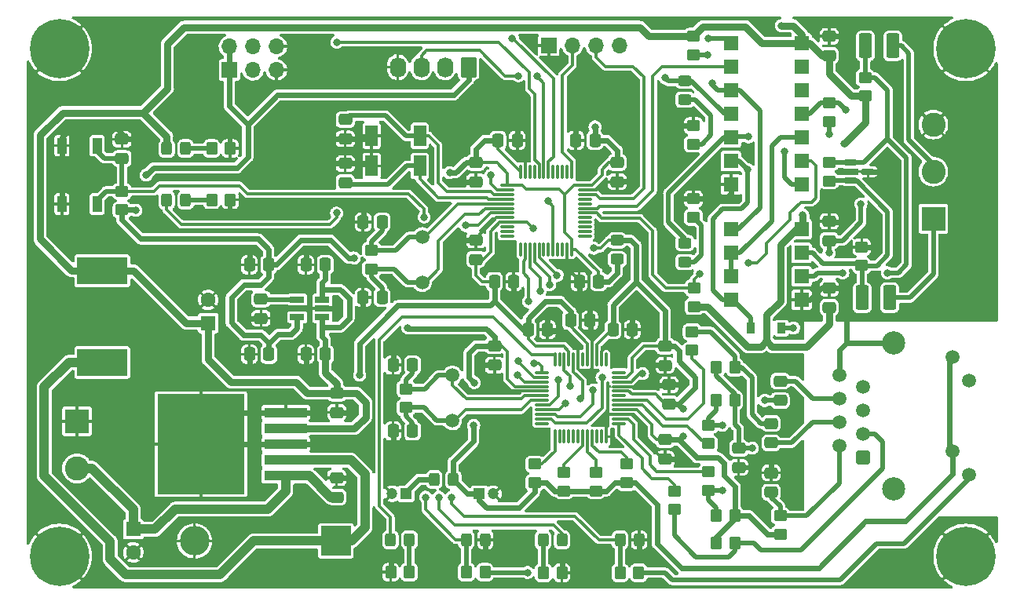
<source format=gbr>
%TF.GenerationSoftware,KiCad,Pcbnew,(6.0.11)*%
%TF.CreationDate,2024-04-30T16:24:34+07:00*%
%TF.ProjectId,Oxygen Monitoring,4f787967-656e-4204-9d6f-6e69746f7269,rev?*%
%TF.SameCoordinates,Original*%
%TF.FileFunction,Copper,L1,Top*%
%TF.FilePolarity,Positive*%
%FSLAX46Y46*%
G04 Gerber Fmt 4.6, Leading zero omitted, Abs format (unit mm)*
G04 Created by KiCad (PCBNEW (6.0.11)) date 2024-04-30 16:24:34*
%MOMM*%
%LPD*%
G01*
G04 APERTURE LIST*
G04 Aperture macros list*
%AMRoundRect*
0 Rectangle with rounded corners*
0 $1 Rounding radius*
0 $2 $3 $4 $5 $6 $7 $8 $9 X,Y pos of 4 corners*
0 Add a 4 corners polygon primitive as box body*
4,1,4,$2,$3,$4,$5,$6,$7,$8,$9,$2,$3,0*
0 Add four circle primitives for the rounded corners*
1,1,$1+$1,$2,$3*
1,1,$1+$1,$4,$5*
1,1,$1+$1,$6,$7*
1,1,$1+$1,$8,$9*
0 Add four rect primitives between the rounded corners*
20,1,$1+$1,$2,$3,$4,$5,0*
20,1,$1+$1,$4,$5,$6,$7,0*
20,1,$1+$1,$6,$7,$8,$9,0*
20,1,$1+$1,$8,$9,$2,$3,0*%
G04 Aperture macros list end*
%TA.AperFunction,SMDPad,CuDef*%
%ADD10RoundRect,0.250000X0.325000X0.450000X-0.325000X0.450000X-0.325000X-0.450000X0.325000X-0.450000X0*%
%TD*%
%TA.AperFunction,SMDPad,CuDef*%
%ADD11R,1.000000X1.700000*%
%TD*%
%TA.AperFunction,ComponentPad*%
%ADD12R,1.700000X1.700000*%
%TD*%
%TA.AperFunction,ComponentPad*%
%ADD13O,1.700000X1.700000*%
%TD*%
%TA.AperFunction,SMDPad,CuDef*%
%ADD14RoundRect,0.250000X0.337500X0.475000X-0.337500X0.475000X-0.337500X-0.475000X0.337500X-0.475000X0*%
%TD*%
%TA.AperFunction,SMDPad,CuDef*%
%ADD15R,0.900000X1.200000*%
%TD*%
%TA.AperFunction,SMDPad,CuDef*%
%ADD16RoundRect,0.250000X-0.450000X0.350000X-0.450000X-0.350000X0.450000X-0.350000X0.450000X0.350000X0*%
%TD*%
%TA.AperFunction,ComponentPad*%
%ADD17C,1.500000*%
%TD*%
%TA.AperFunction,SMDPad,CuDef*%
%ADD18RoundRect,0.250000X0.350000X0.450000X-0.350000X0.450000X-0.350000X-0.450000X0.350000X-0.450000X0*%
%TD*%
%TA.AperFunction,SMDPad,CuDef*%
%ADD19RoundRect,0.250000X-0.475000X0.337500X-0.475000X-0.337500X0.475000X-0.337500X0.475000X0.337500X0*%
%TD*%
%TA.AperFunction,SMDPad,CuDef*%
%ADD20RoundRect,0.250000X0.475000X-0.337500X0.475000X0.337500X-0.475000X0.337500X-0.475000X-0.337500X0*%
%TD*%
%TA.AperFunction,SMDPad,CuDef*%
%ADD21RoundRect,0.250001X0.462499X1.074999X-0.462499X1.074999X-0.462499X-1.074999X0.462499X-1.074999X0*%
%TD*%
%TA.AperFunction,SMDPad,CuDef*%
%ADD22RoundRect,0.250000X0.450000X-0.350000X0.450000X0.350000X-0.450000X0.350000X-0.450000X-0.350000X0*%
%TD*%
%TA.AperFunction,ComponentPad*%
%ADD23C,0.800000*%
%TD*%
%TA.AperFunction,ComponentPad*%
%ADD24C,6.400000*%
%TD*%
%TA.AperFunction,SMDPad,CuDef*%
%ADD25RoundRect,0.250000X0.450000X-0.325000X0.450000X0.325000X-0.450000X0.325000X-0.450000X-0.325000X0*%
%TD*%
%TA.AperFunction,ComponentPad*%
%ADD26R,2.600000X2.600000*%
%TD*%
%TA.AperFunction,ComponentPad*%
%ADD27C,2.600000*%
%TD*%
%TA.AperFunction,SMDPad,CuDef*%
%ADD28RoundRect,0.250000X-0.337500X-0.475000X0.337500X-0.475000X0.337500X0.475000X-0.337500X0.475000X0*%
%TD*%
%TA.AperFunction,ComponentPad*%
%ADD29R,1.200000X1.200000*%
%TD*%
%TA.AperFunction,ComponentPad*%
%ADD30C,1.200000*%
%TD*%
%TA.AperFunction,ComponentPad*%
%ADD31RoundRect,0.250500X0.499500X-0.499500X0.499500X0.499500X-0.499500X0.499500X-0.499500X-0.499500X0*%
%TD*%
%TA.AperFunction,ComponentPad*%
%ADD32C,2.500000*%
%TD*%
%TA.AperFunction,SMDPad,CuDef*%
%ADD33R,1.320000X2.250000*%
%TD*%
%TA.AperFunction,SMDPad,CuDef*%
%ADD34RoundRect,0.250000X-0.450000X0.325000X-0.450000X-0.325000X0.450000X-0.325000X0.450000X0.325000X0*%
%TD*%
%TA.AperFunction,ComponentPad*%
%ADD35R,1.600000X1.600000*%
%TD*%
%TA.AperFunction,ComponentPad*%
%ADD36C,1.600000*%
%TD*%
%TA.AperFunction,SMDPad,CuDef*%
%ADD37RoundRect,0.250000X-0.325000X-0.450000X0.325000X-0.450000X0.325000X0.450000X-0.325000X0.450000X0*%
%TD*%
%TA.AperFunction,SMDPad,CuDef*%
%ADD38R,1.600000X1.600000*%
%TD*%
%TA.AperFunction,SMDPad,CuDef*%
%ADD39R,4.600000X1.100000*%
%TD*%
%TA.AperFunction,SMDPad,CuDef*%
%ADD40R,9.400000X10.800000*%
%TD*%
%TA.AperFunction,SMDPad,CuDef*%
%ADD41RoundRect,0.250000X-0.350000X-0.450000X0.350000X-0.450000X0.350000X0.450000X-0.350000X0.450000X0*%
%TD*%
%TA.AperFunction,ComponentPad*%
%ADD42R,3.200000X3.200000*%
%TD*%
%TA.AperFunction,ComponentPad*%
%ADD43O,3.200000X3.200000*%
%TD*%
%TA.AperFunction,SMDPad,CuDef*%
%ADD44R,5.400000X2.900000*%
%TD*%
%TA.AperFunction,ComponentPad*%
%ADD45RoundRect,0.250000X0.620000X0.845000X-0.620000X0.845000X-0.620000X-0.845000X0.620000X-0.845000X0*%
%TD*%
%TA.AperFunction,ComponentPad*%
%ADD46O,1.740000X2.190000*%
%TD*%
%TA.AperFunction,SMDPad,CuDef*%
%ADD47R,1.560000X0.650000*%
%TD*%
%TA.AperFunction,SMDPad,CuDef*%
%ADD48RoundRect,0.075000X0.662500X0.075000X-0.662500X0.075000X-0.662500X-0.075000X0.662500X-0.075000X0*%
%TD*%
%TA.AperFunction,SMDPad,CuDef*%
%ADD49RoundRect,0.075000X0.075000X0.662500X-0.075000X0.662500X-0.075000X-0.662500X0.075000X-0.662500X0*%
%TD*%
%TA.AperFunction,SMDPad,CuDef*%
%ADD50RoundRect,0.150000X-0.587500X-0.150000X0.587500X-0.150000X0.587500X0.150000X-0.587500X0.150000X0*%
%TD*%
%TA.AperFunction,SMDPad,CuDef*%
%ADD51RoundRect,0.075000X-0.662500X-0.075000X0.662500X-0.075000X0.662500X0.075000X-0.662500X0.075000X0*%
%TD*%
%TA.AperFunction,SMDPad,CuDef*%
%ADD52RoundRect,0.075000X-0.075000X-0.662500X0.075000X-0.662500X0.075000X0.662500X-0.075000X0.662500X0*%
%TD*%
%TA.AperFunction,ViaPad*%
%ADD53C,0.800000*%
%TD*%
%TA.AperFunction,Conductor*%
%ADD54C,0.600000*%
%TD*%
%TA.AperFunction,Conductor*%
%ADD55C,1.000000*%
%TD*%
%TA.AperFunction,Conductor*%
%ADD56C,0.300000*%
%TD*%
%TA.AperFunction,Conductor*%
%ADD57C,0.800000*%
%TD*%
%TA.AperFunction,Conductor*%
%ADD58C,0.500000*%
%TD*%
G04 APERTURE END LIST*
D10*
%TO.P,FB2,1*%
%TO.N,+3.3V*%
X61686600Y-183001400D03*
%TO.P,FB2,2*%
%TO.N,+3.3VA*%
X59636600Y-183001400D03*
%TD*%
D11*
%TO.P,SW1,1,1*%
%TO.N,GND*%
X19493200Y-146983800D03*
X19493200Y-153283800D03*
%TO.P,SW1,2,2*%
%TO.N,/NRST*%
X23293200Y-146983800D03*
X23293200Y-153283800D03*
%TD*%
D12*
%TO.P,J2,1,Pin_1*%
%TO.N,GND*%
X71990000Y-136163800D03*
D13*
%TO.P,J2,2,Pin_2*%
%TO.N,SWCLK*%
X74530000Y-136163800D03*
%TO.P,J2,3,Pin_3*%
%TO.N,SWDIO*%
X77070000Y-136163800D03*
%TO.P,J2,4,Pin_4*%
%TO.N,+3.3V*%
X79610000Y-136163800D03*
%TD*%
D14*
%TO.P,C35,1*%
%TO.N,/XI*%
X57283700Y-170657000D03*
%TO.P,C35,2*%
%TO.N,GND*%
X55208700Y-170657000D03*
%TD*%
D15*
%TO.P,D6,1,K*%
%TO.N,/DI*%
X93784200Y-166667600D03*
%TO.P,D6,2,A*%
%TO.N,Net-(C23-Pad1)*%
X97084200Y-166667600D03*
%TD*%
D16*
%TO.P,R29,1*%
%TO.N,/XI*%
X56551000Y-173238400D03*
%TO.P,R29,2*%
%TO.N,/XO*%
X56551000Y-175238400D03*
%TD*%
D10*
%TO.P,D9,1,K*%
%TO.N,GND*%
X65141000Y-189503800D03*
%TO.P,D9,2,A*%
%TO.N,LINKLED*%
X63091000Y-189503800D03*
%TD*%
D17*
%TO.P,Y3,1,1*%
%TO.N,/XI*%
X61580200Y-171763000D03*
%TO.P,Y3,2,2*%
%TO.N,/XO*%
X61580200Y-176643000D03*
%TD*%
D18*
%TO.P,R26,1*%
%TO.N,Net-(J6-Pad11)*%
X65100000Y-193009000D03*
%TO.P,R26,2*%
%TO.N,LINKLED*%
X63100000Y-193009000D03*
%TD*%
D19*
%TO.P,C29,1*%
%TO.N,Net-(C29-Pad1)*%
X95967600Y-176964000D03*
%TO.P,C29,2*%
%TO.N,Net-(C29-Pad2)*%
X95967600Y-179039000D03*
%TD*%
D16*
%TO.P,R17,1*%
%TO.N,/TXN*%
X85502800Y-184236600D03*
%TO.P,R17,2*%
%TO.N,Net-(J6-Pad3)*%
X85502800Y-186236600D03*
%TD*%
D20*
%TO.P,C24,1*%
%TO.N,+5V*%
X102216000Y-164430100D03*
%TO.P,C24,2*%
%TO.N,GND*%
X102216000Y-162355100D03*
%TD*%
D21*
%TO.P,F2,1*%
%TO.N,Net-(F2-Pad1)*%
X109088300Y-136214600D03*
%TO.P,F2,2*%
%TO.N,Net-(D7-Pad1)*%
X106113300Y-136214600D03*
%TD*%
D20*
%TO.P,C25,1*%
%TO.N,+5V*%
X102216000Y-137252100D03*
%TO.P,C25,2*%
%TO.N,GND*%
X102216000Y-135177100D03*
%TD*%
D22*
%TO.P,R19,1*%
%TO.N,/RXN*%
X89195200Y-179141800D03*
%TO.P,R19,2*%
%TO.N,Net-(C30-Pad1)*%
X89195200Y-177141800D03*
%TD*%
D16*
%TO.P,R14,1*%
%TO.N,GND*%
X105721200Y-157922200D03*
%TO.P,R14,2*%
%TO.N,Net-(D7-Pad2)*%
X105721200Y-159922200D03*
%TD*%
D21*
%TO.P,F1,1*%
%TO.N,Net-(F1-Pad1)*%
X108732700Y-163392600D03*
%TO.P,F1,2*%
%TO.N,Net-(D7-Pad2)*%
X105757700Y-163392600D03*
%TD*%
D10*
%TO.P,D8,1,K*%
%TO.N,Net-(D8-Pad1)*%
X56962200Y-189503800D03*
%TO.P,D8,2,A*%
%TO.N,/SPDLED*%
X54912200Y-189503800D03*
%TD*%
D23*
%TO.P,H2,1,1*%
%TO.N,GND*%
X115250944Y-138216456D03*
X116948000Y-134119400D03*
X119348000Y-136519400D03*
X114548000Y-136519400D03*
X118645056Y-138216456D03*
X118645056Y-134822344D03*
D24*
X116948000Y-136519400D03*
D23*
X116948000Y-138919400D03*
X115250944Y-134822344D03*
%TD*%
D22*
%TO.P,R20,1*%
%TO.N,/RXP*%
X87433200Y-169066200D03*
%TO.P,R20,2*%
%TO.N,Net-(C29-Pad1)*%
X87433200Y-167066200D03*
%TD*%
D16*
%TO.P,R30,1*%
%TO.N,/RST*%
X70440600Y-181341000D03*
%TO.P,R30,2*%
%TO.N,+3.3V*%
X70440600Y-183341000D03*
%TD*%
%TO.P,R15,1*%
%TO.N,Net-(D7-Pad1)*%
X106076800Y-139634200D03*
%TO.P,R15,2*%
%TO.N,+5V*%
X106076800Y-141634200D03*
%TD*%
D23*
%TO.P,H3,1,1*%
%TO.N,GND*%
X19208800Y-193681800D03*
X17511744Y-189584744D03*
X21608800Y-191281800D03*
X17511744Y-192978856D03*
X16808800Y-191281800D03*
D24*
X19208800Y-191281800D03*
D23*
X20905856Y-192978856D03*
X19208800Y-188881800D03*
X20905856Y-189584744D03*
%TD*%
D25*
%TO.P,D5,1,K*%
%TO.N,Net-(D5-Pad1)*%
X86645800Y-159540800D03*
%TO.P,D5,2,A*%
%TO.N,Net-(D5-Pad2)*%
X86645800Y-157490800D03*
%TD*%
D26*
%TO.P,J5,1,Pin_1*%
%TO.N,Net-(F1-Pad1)*%
X113442800Y-154858200D03*
D27*
%TO.P,J5,2,Pin_2*%
%TO.N,Net-(F2-Pad1)*%
X113442800Y-149778200D03*
%TO.P,J5,3,Pin_3*%
%TO.N,GND*%
X113442800Y-144698200D03*
%TD*%
D28*
%TO.P,C40,1*%
%TO.N,+3.3VA*%
X78906600Y-166825500D03*
%TO.P,C40,2*%
%TO.N,GND*%
X80981600Y-166825500D03*
%TD*%
D20*
%TO.P,C11,1*%
%TO.N,Net-(C11-Pad1)*%
X50044400Y-150968100D03*
%TO.P,C11,2*%
%TO.N,GND*%
X50044400Y-148893100D03*
%TD*%
D19*
%TO.P,C32,1*%
%TO.N,Net-(C32-Pad1)*%
X92462400Y-179627100D03*
%TO.P,C32,2*%
%TO.N,GND*%
X92462400Y-181702100D03*
%TD*%
D20*
%TO.P,C38,1*%
%TO.N,+3.3VA*%
X84944000Y-174844100D03*
%TO.P,C38,2*%
%TO.N,GND*%
X84944000Y-172769100D03*
%TD*%
D29*
%TO.P,C43,1*%
%TO.N,+3.3VA*%
X56595600Y-184537000D03*
D30*
%TO.P,C43,2*%
%TO.N,GND*%
X55095600Y-184537000D03*
%TD*%
D18*
%TO.P,R2,1*%
%TO.N,GND*%
X37633200Y-152826200D03*
%TO.P,R2,2*%
%TO.N,Net-(D3-Pad1)*%
X35633200Y-152826200D03*
%TD*%
D14*
%TO.P,C6,1*%
%TO.N,+5V*%
X47881500Y-159836600D03*
%TO.P,C6,2*%
%TO.N,GND*%
X45806500Y-159836600D03*
%TD*%
%TO.P,C36,1*%
%TO.N,/XO*%
X57283700Y-177769000D03*
%TO.P,C36,2*%
%TO.N,GND*%
X55208700Y-177769000D03*
%TD*%
D31*
%TO.P,J6,1*%
%TO.N,Net-(J6-Pad1)*%
X105824400Y-180588400D03*
D17*
%TO.P,J6,2*%
%TO.N,Net-(C31-Pad1)*%
X103284400Y-179318400D03*
%TO.P,J6,3*%
%TO.N,Net-(J6-Pad3)*%
X105824400Y-178048400D03*
%TO.P,J6,4*%
%TO.N,Net-(C29-Pad2)*%
X103284400Y-176778400D03*
%TO.P,J6,5*%
%TO.N,Net-(C32-Pad1)*%
X105824400Y-175508400D03*
%TO.P,J6,6*%
%TO.N,Net-(C30-Pad2)*%
X103284400Y-174238400D03*
%TO.P,J6,7*%
%TO.N,unconnected-(J6-Pad7)*%
X105824400Y-172968400D03*
%TO.P,J6,8*%
%TO.N,GND*%
X103284400Y-171698400D03*
%TO.P,J6,9*%
%TO.N,Net-(J6-Pad9)*%
X117254400Y-182468400D03*
%TO.P,J6,10*%
%TO.N,+3.3V*%
X115554400Y-179928400D03*
%TO.P,J6,11*%
%TO.N,Net-(J6-Pad11)*%
X117254400Y-172358400D03*
%TO.P,J6,12*%
%TO.N,+3.3V*%
X115554400Y-169818400D03*
D32*
%TO.P,J6,13*%
%TO.N,GND*%
X109124400Y-184018400D03*
X109124400Y-168268400D03*
%TD*%
D18*
%TO.P,R27,1*%
%TO.N,Net-(J6-Pad9)*%
X81676800Y-193059800D03*
%TO.P,R27,2*%
%TO.N,ACTLED*%
X79676800Y-193059800D03*
%TD*%
D19*
%TO.P,C17,1*%
%TO.N,+3.3V*%
X79352100Y-148791500D03*
%TO.P,C17,2*%
%TO.N,GND*%
X79352100Y-150866500D03*
%TD*%
D16*
%TO.P,R12,1*%
%TO.N,TX*%
X87636400Y-162341800D03*
%TO.P,R12,2*%
%TO.N,+5V*%
X87636400Y-164341800D03*
%TD*%
D22*
%TO.P,R13,1*%
%TO.N,/DI*%
X102190600Y-144377400D03*
%TO.P,R13,2*%
%TO.N,Net-(C23-Pad1)*%
X102190600Y-142377400D03*
%TD*%
D14*
%TO.P,C22,1*%
%TO.N,+3.3V*%
X76960600Y-146400000D03*
%TO.P,C22,2*%
%TO.N,GND*%
X74885600Y-146400000D03*
%TD*%
D16*
%TO.P,R23,1*%
%TO.N,Net-(C31-Pad1)*%
X96932800Y-186913000D03*
%TO.P,R23,2*%
%TO.N,+3.3VA*%
X96932800Y-188913000D03*
%TD*%
D20*
%TO.P,C20,1*%
%TO.N,+3.3VA*%
X64112100Y-159248500D03*
%TO.P,C20,2*%
%TO.N,GND*%
X64112100Y-157173500D03*
%TD*%
D14*
%TO.P,C8,1*%
%TO.N,+3.3V*%
X41785500Y-159836600D03*
%TO.P,C8,2*%
%TO.N,GND*%
X39710500Y-159836600D03*
%TD*%
D16*
%TO.P,R32,1*%
%TO.N,/PMODE1*%
X77044600Y-182230000D03*
%TO.P,R32,2*%
%TO.N,+3.3V*%
X77044600Y-184230000D03*
%TD*%
D29*
%TO.P,C45,1*%
%TO.N,+3.3V*%
X64500402Y-184537000D03*
D30*
%TO.P,C45,2*%
%TO.N,GND*%
X66000402Y-184537000D03*
%TD*%
D19*
%TO.P,C14,1*%
%TO.N,GND*%
X25965200Y-146280800D03*
%TO.P,C14,2*%
%TO.N,/NRST*%
X25965200Y-148355800D03*
%TD*%
D10*
%TO.P,D3,1,K*%
%TO.N,Net-(D3-Pad1)*%
X32832200Y-152877000D03*
%TO.P,D3,2,A*%
%TO.N,/LED BUILTIN*%
X30782200Y-152877000D03*
%TD*%
%TO.P,D11,1,K*%
%TO.N,GND*%
X81727200Y-189529200D03*
%TO.P,D11,2,A*%
%TO.N,ACTLED*%
X79677200Y-189529200D03*
%TD*%
D33*
%TO.P,Y1,1,1*%
%TO.N,Net-(C10-Pad1)*%
X58080000Y-145918000D03*
%TO.P,Y1,2,2*%
%TO.N,GND*%
X52880000Y-145918000D03*
%TO.P,Y1,3,3*%
X52880000Y-149168000D03*
%TO.P,Y1,4,4*%
%TO.N,Net-(C11-Pad1)*%
X58080000Y-149168000D03*
%TD*%
D34*
%TO.P,FB1,1*%
%TO.N,+3.3VA*%
X79352100Y-157186000D03*
%TO.P,FB1,2*%
%TO.N,+3.3V*%
X79352100Y-159236000D03*
%TD*%
D19*
%TO.P,C39,1*%
%TO.N,+3.3VA*%
X84537600Y-168603500D03*
%TO.P,C39,2*%
%TO.N,GND*%
X84537600Y-170678500D03*
%TD*%
D28*
%TO.P,C42,1*%
%TO.N,+3.3VA*%
X69762600Y-166825500D03*
%TO.P,C42,2*%
%TO.N,GND*%
X71837600Y-166825500D03*
%TD*%
D35*
%TO.P,C3,1*%
%TO.N,+5V*%
X35261600Y-166121713D03*
D36*
%TO.P,C3,2*%
%TO.N,GND*%
X35261600Y-163621713D03*
%TD*%
D18*
%TO.P,R21,1*%
%TO.N,Net-(J6-Pad3)*%
X92040000Y-189837000D03*
%TO.P,R21,2*%
%TO.N,+3.3VA*%
X90040000Y-189837000D03*
%TD*%
D37*
%TO.P,D10,1,K*%
%TO.N,Net-(D10-Pad1)*%
X71371400Y-189529200D03*
%TO.P,D10,2,A*%
%TO.N,/DUPLED*%
X73421400Y-189529200D03*
%TD*%
D25*
%TO.P,D4,1,K*%
%TO.N,Net-(D4-Pad1)*%
X86645800Y-142014800D03*
%TO.P,D4,2,A*%
%TO.N,Net-(D4-Pad2)*%
X86645800Y-139964800D03*
%TD*%
D16*
%TO.P,R16,1*%
%TO.N,Net-(D7-Pad1)*%
X102216000Y-148783200D03*
%TO.P,R16,2*%
%TO.N,Net-(D7-Pad2)*%
X102216000Y-150783200D03*
%TD*%
%TO.P,R10,1*%
%TO.N,GND*%
X87585600Y-152713600D03*
%TO.P,R10,2*%
%TO.N,Net-(D5-Pad1)*%
X87585600Y-154713600D03*
%TD*%
D38*
%TO.P,U4,1*%
%TO.N,Net-(D4-Pad2)*%
X91624200Y-135933600D03*
%TO.P,U4,2*%
%TO.N,RX*%
X91624200Y-138473600D03*
%TO.P,U4,3*%
%TO.N,/RO*%
X91624200Y-141013600D03*
%TO.P,U4,4*%
%TO.N,Net-(D4-Pad2)*%
X91624200Y-143553600D03*
%TO.P,U4,5*%
%TO.N,Net-(D5-Pad2)*%
X91624200Y-146093600D03*
%TO.P,U4,6*%
%TO.N,/DI*%
X91624200Y-148633600D03*
%TO.P,U4,7,GND*%
%TO.N,GND*%
X91624200Y-151173600D03*
%TO.P,U4,8*%
%TO.N,Net-(D5-Pad2)*%
X99244200Y-151173600D03*
%TO.P,U4,9*%
%TO.N,TX*%
X99244200Y-148633600D03*
%TO.P,U4,10*%
%TO.N,/RE{slash}DE*%
X99244200Y-146093600D03*
%TO.P,U4,11*%
%TO.N,Net-(C23-Pad1)*%
X99244200Y-143553600D03*
%TO.P,U4,12*%
%TO.N,unconnected-(U4-Pad12)*%
X99244200Y-141013600D03*
%TO.P,U4,13*%
%TO.N,unconnected-(U4-Pad13)*%
X99244200Y-138473600D03*
%TO.P,U4,14,VCC*%
%TO.N,+5V*%
X99244200Y-135933600D03*
%TD*%
D19*
%TO.P,C19,1*%
%TO.N,+3.3V*%
X64112100Y-148791500D03*
%TO.P,C19,2*%
%TO.N,GND*%
X64112100Y-150866500D03*
%TD*%
D16*
%TO.P,R31,1*%
%TO.N,/PMODE0*%
X80346600Y-181341000D03*
%TO.P,R31,2*%
%TO.N,+3.3V*%
X80346600Y-183341000D03*
%TD*%
D28*
%TO.P,C21,1*%
%TO.N,+3.3VA*%
X66126500Y-161640000D03*
%TO.P,C21,2*%
%TO.N,GND*%
X68201500Y-161640000D03*
%TD*%
D26*
%TO.P,J1,1,Pin_1*%
%TO.N,GND*%
X21122400Y-176716200D03*
D27*
%TO.P,J1,2,Pin_2*%
%TO.N,Net-(C1-Pad1)*%
X21122400Y-181796200D03*
%TD*%
D39*
%TO.P,U1,1,VIN*%
%TO.N,Net-(C1-Pad1)*%
X43627400Y-182591400D03*
%TO.P,U1,2,OUT*%
%TO.N,Net-(D1-Pad1)*%
X43627400Y-180891400D03*
%TO.P,U1,3,GND*%
%TO.N,GND*%
X43627400Y-179191400D03*
D40*
X34477400Y-179191400D03*
D39*
%TO.P,U1,4,FB*%
%TO.N,+5V*%
X43627400Y-177491400D03*
%TO.P,U1,5,~{ON}/OFF*%
%TO.N,GND*%
X43627400Y-175791400D03*
%TD*%
D19*
%TO.P,C44,1*%
%TO.N,+3.3V*%
X66122600Y-168578100D03*
%TO.P,C44,2*%
%TO.N,GND*%
X66122600Y-170653100D03*
%TD*%
D16*
%TO.P,R33,1*%
%TO.N,/PMODE2*%
X73615600Y-182230000D03*
%TO.P,R33,2*%
%TO.N,+3.3V*%
X73615600Y-184230000D03*
%TD*%
D10*
%TO.P,D2,1,K*%
%TO.N,Net-(D2-Pad1)*%
X32832200Y-147289000D03*
%TO.P,D2,2,A*%
%TO.N,+5V*%
X30782200Y-147289000D03*
%TD*%
D19*
%TO.P,C4,1*%
%TO.N,+5V*%
X49130000Y-173683500D03*
%TO.P,C4,2*%
%TO.N,GND*%
X49130000Y-175758500D03*
%TD*%
D14*
%TO.P,C13,1*%
%TO.N,/OSC-OUT*%
X54028300Y-163341800D03*
%TO.P,C13,2*%
%TO.N,GND*%
X51953300Y-163341800D03*
%TD*%
%TO.P,C5,1*%
%TO.N,+5V*%
X47881500Y-169488600D03*
%TO.P,C5,2*%
%TO.N,GND*%
X45806500Y-169488600D03*
%TD*%
%TO.P,C12,1*%
%TO.N,/OSC-IN*%
X54028300Y-155213800D03*
%TO.P,C12,2*%
%TO.N,GND*%
X51953300Y-155213800D03*
%TD*%
D41*
%TO.P,R24,1*%
%TO.N,Net-(C32-Pad1)*%
X90040000Y-170898900D03*
%TO.P,R24,2*%
%TO.N,Net-(C29-Pad1)*%
X92040000Y-170898900D03*
%TD*%
D19*
%TO.P,C7,1*%
%TO.N,Net-(C7-Pad1)*%
X40951200Y-163523500D03*
%TO.P,C7,2*%
%TO.N,GND*%
X40951200Y-165598500D03*
%TD*%
D41*
%TO.P,R22,1*%
%TO.N,Net-(J6-Pad1)*%
X90040000Y-186901000D03*
%TO.P,R22,2*%
%TO.N,+3.3VA*%
X92040000Y-186901000D03*
%TD*%
D23*
%TO.P,H1,1,1*%
%TO.N,GND*%
X21608800Y-136519400D03*
X20905856Y-134822344D03*
X20905856Y-138216456D03*
X19208800Y-138919400D03*
D24*
X19208800Y-136519400D03*
D23*
X19208800Y-134119400D03*
X16808800Y-136519400D03*
X17511744Y-138216456D03*
X17511744Y-134822344D03*
%TD*%
D35*
%TO.P,C1,1*%
%TO.N,Net-(C1-Pad1)*%
X27184400Y-188370873D03*
D36*
%TO.P,C1,2*%
%TO.N,GND*%
X27184400Y-190870873D03*
%TD*%
D12*
%TO.P,J3,1,Pin_1*%
%TO.N,+3.3V*%
X37547600Y-138805400D03*
D13*
%TO.P,J3,2,Pin_2*%
X37547600Y-136265400D03*
%TO.P,J3,3,Pin_3*%
%TO.N,Net-(J3-Pad3)*%
X40087600Y-138805400D03*
%TO.P,J3,4,Pin_4*%
%TO.N,Net-(J3-Pad4)*%
X40087600Y-136265400D03*
%TO.P,J3,5,Pin_5*%
%TO.N,GND*%
X42627600Y-138805400D03*
%TO.P,J3,6,Pin_6*%
X42627600Y-136265400D03*
%TD*%
D22*
%TO.P,R11,1*%
%TO.N,/RO*%
X87585600Y-137163800D03*
%TO.P,R11,2*%
%TO.N,+5V*%
X87585600Y-135163800D03*
%TD*%
D17*
%TO.P,Y2,1,1*%
%TO.N,/OSC-IN*%
X58324800Y-156827800D03*
%TO.P,Y2,2,2*%
%TO.N,/OSC-OUT*%
X58324800Y-161707800D03*
%TD*%
D28*
%TO.P,C41,1*%
%TO.N,+3.3VA*%
X74334600Y-165831000D03*
%TO.P,C41,2*%
%TO.N,GND*%
X76409600Y-165831000D03*
%TD*%
D16*
%TO.P,R18,1*%
%TO.N,/TXP*%
X89211200Y-182141800D03*
%TO.P,R18,2*%
%TO.N,Net-(J6-Pad1)*%
X89211200Y-184141800D03*
%TD*%
D42*
%TO.P,D1,1,K*%
%TO.N,Net-(D1-Pad1)*%
X49028400Y-189630800D03*
D43*
%TO.P,D1,2,A*%
%TO.N,GND*%
X33788400Y-189630800D03*
%TD*%
D14*
%TO.P,C16,1*%
%TO.N,+3.3V*%
X77345500Y-161640000D03*
%TO.P,C16,2*%
%TO.N,GND*%
X75270500Y-161640000D03*
%TD*%
D38*
%TO.P,U5,1,RO*%
%TO.N,/RO*%
X91624200Y-155999600D03*
%TO.P,U5,2,~{RE}*%
%TO.N,/RE{slash}DE*%
X91624200Y-158539600D03*
%TO.P,U5,3,DE*%
X91624200Y-161079600D03*
%TO.P,U5,4,DI*%
%TO.N,/DI*%
X91624200Y-163619600D03*
%TO.P,U5,5,GND*%
%TO.N,GND*%
X99244200Y-163619600D03*
%TO.P,U5,6,A*%
%TO.N,Net-(D7-Pad1)*%
X99244200Y-161079600D03*
%TO.P,U5,7,B*%
%TO.N,Net-(D7-Pad2)*%
X99244200Y-158539600D03*
%TO.P,U5,8,VCC*%
%TO.N,+5V*%
X99244200Y-155999600D03*
%TD*%
D20*
%TO.P,C30,1*%
%TO.N,Net-(C30-Pad1)*%
X96932800Y-174467000D03*
%TO.P,C30,2*%
%TO.N,Net-(C30-Pad2)*%
X96932800Y-172392000D03*
%TD*%
D16*
%TO.P,R3,1*%
%TO.N,/OSC-IN*%
X52863800Y-158277800D03*
%TO.P,R3,2*%
%TO.N,/OSC-OUT*%
X52863800Y-160277800D03*
%TD*%
D19*
%TO.P,C37,1*%
%TO.N,+3.3VA*%
X84537600Y-178712700D03*
%TO.P,C37,2*%
%TO.N,GND*%
X84537600Y-180787700D03*
%TD*%
D18*
%TO.P,R35,1*%
%TO.N,GND*%
X73396400Y-193059800D03*
%TO.P,R35,2*%
%TO.N,Net-(D10-Pad1)*%
X71396400Y-193059800D03*
%TD*%
D41*
%TO.P,R1,1*%
%TO.N,Net-(D2-Pad1)*%
X35633200Y-147289000D03*
%TO.P,R1,2*%
%TO.N,GND*%
X37633200Y-147289000D03*
%TD*%
D23*
%TO.P,H4,1,1*%
%TO.N,GND*%
X116948000Y-193681800D03*
X119348000Y-191281800D03*
X118645056Y-189584744D03*
X116948000Y-188881800D03*
X115250944Y-192978856D03*
X115250944Y-189584744D03*
X118645056Y-192978856D03*
D24*
X116948000Y-191281800D03*
D23*
X114548000Y-191281800D03*
%TD*%
D28*
%TO.P,C18,1*%
%TO.N,+3.3V*%
X66503600Y-146400000D03*
%TO.P,C18,2*%
%TO.N,GND*%
X68578600Y-146400000D03*
%TD*%
D44*
%TO.P,L1,1*%
%TO.N,Net-(D1-Pad1)*%
X23840400Y-170368200D03*
%TO.P,L1,2*%
%TO.N,+5V*%
X23840400Y-160468200D03*
%TD*%
D45*
%TO.P,J4,1,Pin_1*%
%TO.N,+3.3V*%
X63328600Y-138506000D03*
D46*
%TO.P,J4,2,Pin_2*%
%TO.N,SCL*%
X60788600Y-138506000D03*
%TO.P,J4,3,Pin_3*%
%TO.N,SDA*%
X58248600Y-138506000D03*
%TO.P,J4,4,Pin_4*%
%TO.N,GND*%
X55708600Y-138506000D03*
%TD*%
D20*
%TO.P,C23,1*%
%TO.N,Net-(C23-Pad1)*%
X102216000Y-157216500D03*
%TO.P,C23,2*%
%TO.N,GND*%
X102216000Y-155141500D03*
%TD*%
D19*
%TO.P,C10,1*%
%TO.N,Net-(C10-Pad1)*%
X50044400Y-144168700D03*
%TO.P,C10,2*%
%TO.N,GND*%
X50044400Y-146243700D03*
%TD*%
D47*
%TO.P,U2,1,VIN*%
%TO.N,+5V*%
X47559000Y-165485600D03*
%TO.P,U2,2,GND*%
%TO.N,GND*%
X47559000Y-164535600D03*
%TO.P,U2,3,EN*%
%TO.N,+5V*%
X47559000Y-163585600D03*
%TO.P,U2,4,BP*%
%TO.N,Net-(C7-Pad1)*%
X44859000Y-163585600D03*
%TO.P,U2,5,VOUT*%
%TO.N,+3.3V*%
X44859000Y-165485600D03*
%TD*%
D20*
%TO.P,C2,1*%
%TO.N,Net-(C1-Pad1)*%
X49113800Y-184902500D03*
%TO.P,C2,2*%
%TO.N,GND*%
X49113800Y-182827500D03*
%TD*%
D18*
%TO.P,R25,1*%
%TO.N,Net-(C32-Pad1)*%
X92024000Y-174454900D03*
%TO.P,R25,2*%
%TO.N,Net-(C30-Pad1)*%
X90024000Y-174454900D03*
%TD*%
D20*
%TO.P,C31,1*%
%TO.N,Net-(C31-Pad1)*%
X95967600Y-184365200D03*
%TO.P,C31,2*%
%TO.N,GND*%
X95967600Y-182290200D03*
%TD*%
D48*
%TO.P,U6,1,TXN*%
%TO.N,/TXN*%
X79556100Y-176963000D03*
%TO.P,U6,2,TXP*%
%TO.N,/TXP*%
X79556100Y-176463000D03*
%TO.P,U6,3,AGND*%
%TO.N,GND*%
X79556100Y-175963000D03*
%TO.P,U6,4,AVDD*%
%TO.N,+3.3VA*%
X79556100Y-175463000D03*
%TO.P,U6,5,RXN*%
%TO.N,/RXN*%
X79556100Y-174963000D03*
%TO.P,U6,6,RXP*%
%TO.N,/RXP*%
X79556100Y-174463000D03*
%TO.P,U6,7,DNC*%
%TO.N,unconnected-(U6-Pad7)*%
X79556100Y-173963000D03*
%TO.P,U6,8,AVDD*%
%TO.N,+3.3VA*%
X79556100Y-173463000D03*
%TO.P,U6,9,AGND*%
%TO.N,GND*%
X79556100Y-172963000D03*
%TO.P,U6,10,EXRES1*%
%TO.N,/EXRES1*%
X79556100Y-172463000D03*
%TO.P,U6,11,AVDD*%
%TO.N,+3.3VA*%
X79556100Y-171963000D03*
%TO.P,U6,12,NC*%
%TO.N,unconnected-(U6-Pad12)*%
X79556100Y-171463000D03*
D49*
%TO.P,U6,13,NC*%
%TO.N,unconnected-(U6-Pad13)*%
X78143600Y-170050500D03*
%TO.P,U6,14,AGND*%
%TO.N,GND*%
X77643600Y-170050500D03*
%TO.P,U6,15,AVDD*%
%TO.N,+3.3VA*%
X77143600Y-170050500D03*
%TO.P,U6,16,AGND*%
%TO.N,GND*%
X76643600Y-170050500D03*
%TO.P,U6,17,AVDD*%
%TO.N,+3.3VA*%
X76143600Y-170050500D03*
%TO.P,U6,18,VBG*%
%TO.N,unconnected-(U6-Pad18)*%
X75643600Y-170050500D03*
%TO.P,U6,19,AGND*%
%TO.N,GND*%
X75143600Y-170050500D03*
%TO.P,U6,20,TOCAP*%
%TO.N,/TOCAP*%
X74643600Y-170050500D03*
%TO.P,U6,21,AVDD*%
%TO.N,+3.3VA*%
X74143600Y-170050500D03*
%TO.P,U6,22,1V2O*%
%TO.N,/1V20*%
X73643600Y-170050500D03*
%TO.P,U6,23,RSVD*%
%TO.N,unconnected-(U6-Pad23)*%
X73143600Y-170050500D03*
%TO.P,U6,24,SPDLED*%
%TO.N,/SPDLED*%
X72643600Y-170050500D03*
D48*
%TO.P,U6,25,LINKLED*%
%TO.N,LINKLED*%
X71231100Y-171463000D03*
%TO.P,U6,26,DUPLED*%
%TO.N,/DUPLED*%
X71231100Y-171963000D03*
%TO.P,U6,27,ACTLED*%
%TO.N,ACTLED*%
X71231100Y-172463000D03*
%TO.P,U6,28,VDD*%
%TO.N,+3.3V*%
X71231100Y-172963000D03*
%TO.P,U6,29,GND*%
%TO.N,GND*%
X71231100Y-173463000D03*
%TO.P,U6,30,XI/CLKIN*%
%TO.N,/XI*%
X71231100Y-173963000D03*
%TO.P,U6,31,XO*%
%TO.N,/XO*%
X71231100Y-174463000D03*
%TO.P,U6,32,~{SCS}*%
%TO.N,SCS*%
X71231100Y-174963000D03*
%TO.P,U6,33,SCLK*%
%TO.N,SCLK*%
X71231100Y-175463000D03*
%TO.P,U6,34,MISO*%
%TO.N,MISO*%
X71231100Y-175963000D03*
%TO.P,U6,35,MOSI*%
%TO.N,MOSI*%
X71231100Y-176463000D03*
%TO.P,U6,36,~{INT}*%
%TO.N,INT*%
X71231100Y-176963000D03*
D49*
%TO.P,U6,37,~{RST}*%
%TO.N,/RST*%
X72643600Y-178375500D03*
%TO.P,U6,38,RSVD*%
%TO.N,unconnected-(U6-Pad38)*%
X73143600Y-178375500D03*
%TO.P,U6,39,RSVD*%
%TO.N,unconnected-(U6-Pad39)*%
X73643600Y-178375500D03*
%TO.P,U6,40,RSVD*%
%TO.N,unconnected-(U6-Pad40)*%
X74143600Y-178375500D03*
%TO.P,U6,41,RSVD*%
%TO.N,unconnected-(U6-Pad41)*%
X74643600Y-178375500D03*
%TO.P,U6,42,RSVD*%
%TO.N,unconnected-(U6-Pad42)*%
X75143600Y-178375500D03*
%TO.P,U6,43,PMODE2*%
%TO.N,/PMODE2*%
X75643600Y-178375500D03*
%TO.P,U6,44,PMODE1*%
%TO.N,/PMODE1*%
X76143600Y-178375500D03*
%TO.P,U6,45,PMODE0*%
%TO.N,/PMODE0*%
X76643600Y-178375500D03*
%TO.P,U6,46,NC*%
%TO.N,unconnected-(U6-Pad46)*%
X77143600Y-178375500D03*
%TO.P,U6,47,NC*%
%TO.N,unconnected-(U6-Pad47)*%
X77643600Y-178375500D03*
%TO.P,U6,48,AGND*%
%TO.N,GND*%
X78143600Y-178375500D03*
%TD*%
D22*
%TO.P,R4,1*%
%TO.N,+3.3V*%
X25965200Y-153911800D03*
%TO.P,R4,2*%
%TO.N,/NRST*%
X25965200Y-151911800D03*
%TD*%
D41*
%TO.P,R34,1*%
%TO.N,GND*%
X54937200Y-193009000D03*
%TO.P,R34,2*%
%TO.N,Net-(D8-Pad1)*%
X56937200Y-193009000D03*
%TD*%
D50*
%TO.P,D7,1,A1*%
%TO.N,Net-(D7-Pad1)*%
X104529700Y-148828200D03*
%TO.P,D7,2,A2*%
%TO.N,Net-(D7-Pad2)*%
X104529700Y-150728200D03*
%TO.P,D7,3,common*%
%TO.N,GND*%
X106404700Y-149778200D03*
%TD*%
D14*
%TO.P,C9,1*%
%TO.N,+3.3V*%
X41785500Y-169488600D03*
%TO.P,C9,2*%
%TO.N,GND*%
X39710500Y-169488600D03*
%TD*%
D51*
%TO.P,U3,1,VDD*%
%TO.N,+3.3V*%
X67528100Y-151246000D03*
%TO.P,U3,2,PC13*%
%TO.N,/LED BUILTIN*%
X67528100Y-151746000D03*
%TO.P,U3,3,PC14*%
%TO.N,Net-(C10-Pad1)*%
X67528100Y-152246000D03*
%TO.P,U3,4,PC15*%
%TO.N,Net-(C11-Pad1)*%
X67528100Y-152746000D03*
%TO.P,U3,5,PF0*%
%TO.N,/OSC-IN*%
X67528100Y-153246000D03*
%TO.P,U3,6,PF1*%
%TO.N,/OSC-OUT*%
X67528100Y-153746000D03*
%TO.P,U3,7,NRST*%
%TO.N,/NRST*%
X67528100Y-154246000D03*
%TO.P,U3,8,VSSA*%
%TO.N,GND*%
X67528100Y-154746000D03*
%TO.P,U3,9,VDDA*%
%TO.N,+3.3VA*%
X67528100Y-155246000D03*
%TO.P,U3,10,PA0*%
%TO.N,unconnected-(U3-Pad10)*%
X67528100Y-155746000D03*
%TO.P,U3,11,PA1*%
%TO.N,unconnected-(U3-Pad11)*%
X67528100Y-156246000D03*
%TO.P,U3,12,PA2*%
%TO.N,unconnected-(U3-Pad12)*%
X67528100Y-156746000D03*
D52*
%TO.P,U3,13,PA3*%
%TO.N,unconnected-(U3-Pad13)*%
X68940600Y-158158500D03*
%TO.P,U3,14,PA4*%
%TO.N,SCS*%
X69440600Y-158158500D03*
%TO.P,U3,15,PA5*%
%TO.N,SCLK*%
X69940600Y-158158500D03*
%TO.P,U3,16,PA6*%
%TO.N,MISO*%
X70440600Y-158158500D03*
%TO.P,U3,17,PA7*%
%TO.N,MOSI*%
X70940600Y-158158500D03*
%TO.P,U3,18,PB0*%
%TO.N,unconnected-(U3-Pad18)*%
X71440600Y-158158500D03*
%TO.P,U3,19,PB1*%
%TO.N,unconnected-(U3-Pad19)*%
X71940600Y-158158500D03*
%TO.P,U3,20,PB2*%
%TO.N,BOOT1*%
X72440600Y-158158500D03*
%TO.P,U3,21,PB10*%
%TO.N,unconnected-(U3-Pad21)*%
X72940600Y-158158500D03*
%TO.P,U3,22,PB11*%
%TO.N,unconnected-(U3-Pad22)*%
X73440600Y-158158500D03*
%TO.P,U3,23,VSS*%
%TO.N,GND*%
X73940600Y-158158500D03*
%TO.P,U3,24,VDD*%
%TO.N,+3.3V*%
X74440600Y-158158500D03*
D51*
%TO.P,U3,25,PB12*%
%TO.N,unconnected-(U3-Pad25)*%
X75853100Y-156746000D03*
%TO.P,U3,26,PB13*%
%TO.N,unconnected-(U3-Pad26)*%
X75853100Y-156246000D03*
%TO.P,U3,27,PB14*%
%TO.N,unconnected-(U3-Pad27)*%
X75853100Y-155746000D03*
%TO.P,U3,28,PB15*%
%TO.N,unconnected-(U3-Pad28)*%
X75853100Y-155246000D03*
%TO.P,U3,29,PA8*%
%TO.N,unconnected-(U3-Pad29)*%
X75853100Y-154746000D03*
%TO.P,U3,30,PA9*%
%TO.N,TX*%
X75853100Y-154246000D03*
%TO.P,U3,31,PA10*%
%TO.N,RX*%
X75853100Y-153746000D03*
%TO.P,U3,32,PA11*%
%TO.N,unconnected-(U3-Pad32)*%
X75853100Y-153246000D03*
%TO.P,U3,33,PA12*%
%TO.N,unconnected-(U3-Pad33)*%
X75853100Y-152746000D03*
%TO.P,U3,34,PA13*%
%TO.N,SWDIO*%
X75853100Y-152246000D03*
%TO.P,U3,35,PF6*%
%TO.N,GND*%
X75853100Y-151746000D03*
%TO.P,U3,36,PF7*%
%TO.N,+3.3V*%
X75853100Y-151246000D03*
D52*
%TO.P,U3,37,PA14*%
%TO.N,SWCLK*%
X74440600Y-149833500D03*
%TO.P,U3,38,PA15*%
%TO.N,unconnected-(U3-Pad38)*%
X73940600Y-149833500D03*
%TO.P,U3,39,PB3*%
%TO.N,unconnected-(U3-Pad39)*%
X73440600Y-149833500D03*
%TO.P,U3,40,PB4*%
%TO.N,unconnected-(U3-Pad40)*%
X72940600Y-149833500D03*
%TO.P,U3,41,PB5*%
%TO.N,unconnected-(U3-Pad41)*%
X72440600Y-149833500D03*
%TO.P,U3,42,PB6*%
%TO.N,SCL*%
X71940600Y-149833500D03*
%TO.P,U3,43,PB7*%
%TO.N,SDA*%
X71440600Y-149833500D03*
%TO.P,U3,44,BOOT0*%
%TO.N,BOOT0*%
X70940600Y-149833500D03*
%TO.P,U3,45,PB8*%
%TO.N,unconnected-(U3-Pad45)*%
X70440600Y-149833500D03*
%TO.P,U3,46,PB9*%
%TO.N,unconnected-(U3-Pad46)*%
X69940600Y-149833500D03*
%TO.P,U3,47,VSS*%
%TO.N,GND*%
X69440600Y-149833500D03*
%TO.P,U3,48,VDD*%
%TO.N,+3.3V*%
X68940600Y-149833500D03*
%TD*%
D16*
%TO.P,R9,1*%
%TO.N,GND*%
X87585600Y-144815800D03*
%TO.P,R9,2*%
%TO.N,Net-(D4-Pad1)*%
X87585600Y-146815800D03*
%TD*%
D53*
%TO.N,+3.3V*%
X28581400Y-150159200D03*
X63887400Y-177145200D03*
X56775400Y-166618400D03*
X63950000Y-172550000D03*
X51009600Y-159100000D03*
X27463800Y-153943800D03*
X61296600Y-149905200D03*
X76968400Y-144952200D03*
%TO.N,+5V*%
X99371200Y-154477200D03*
X103790800Y-146781000D03*
X97059800Y-134030200D03*
%TO.N,/NRST*%
X58528000Y-154680400D03*
X63049200Y-155594800D03*
%TO.N,+3.3VA*%
X70295600Y-155937000D03*
X86442600Y-178302400D03*
X51595600Y-171737000D03*
X76795600Y-158037000D03*
X86442600Y-175381400D03*
%TO.N,GND*%
X45828000Y-158363400D03*
X65095600Y-191037000D03*
X37649200Y-145815800D03*
X95967600Y-180664600D03*
X108820000Y-149778200D03*
X45828000Y-170961800D03*
X48545800Y-148889200D03*
X103689200Y-155192300D03*
X62693600Y-150845000D03*
X74885600Y-144952200D03*
X49130000Y-164510200D03*
X93935600Y-181680600D03*
X86163200Y-152673800D03*
X55230200Y-169183800D03*
X86391800Y-172710500D03*
X50552400Y-182849000D03*
X75241200Y-163087800D03*
X76409600Y-164408600D03*
X48545800Y-146273000D03*
X46717000Y-175813200D03*
X71888400Y-165373800D03*
X83064400Y-170657000D03*
X73395600Y-191537000D03*
X50619400Y-175707700D03*
X27438400Y-146273000D03*
X46691600Y-179191400D03*
X80981600Y-165373800D03*
X51945500Y-164865800D03*
X86061600Y-180715400D03*
X64624000Y-170682400D03*
X86112400Y-144850600D03*
X103689200Y-135227900D03*
X54895600Y-191537000D03*
X39681200Y-170961800D03*
X68180000Y-162986200D03*
X39452600Y-165602400D03*
X81795600Y-191137000D03*
X39732000Y-158363400D03*
X62693600Y-157195000D03*
X107194400Y-157957000D03*
X80829200Y-150845000D03*
X55230200Y-179242200D03*
X68586400Y-144952200D03*
X103689200Y-162329700D03*
X37649200Y-154299400D03*
X51974800Y-153689800D03*
%TO.N,Net-(C23-Pad1)*%
X98367600Y-166667600D03*
X102190600Y-158566600D03*
X103968600Y-143148800D03*
X105645000Y-153283400D03*
%TO.N,Net-(C32-Pad1)*%
X93935600Y-179597800D03*
%TO.N,/TOCAP*%
X75419000Y-174263800D03*
%TO.N,/1V20*%
X74263400Y-172904800D03*
%TO.N,/LED BUILTIN*%
X65767000Y-150159200D03*
X49104600Y-154248600D03*
%TO.N,Net-(D4-Pad2)*%
X84550300Y-139681700D03*
X89160400Y-135376400D03*
%TO.N,Net-(D5-Pad2)*%
X97364600Y-147593800D03*
X93495600Y-146037000D03*
%TO.N,/DI*%
X93402200Y-149549600D03*
X102190600Y-145714200D03*
%TO.N,Net-(D7-Pad1)*%
X108489800Y-160700200D03*
X103689200Y-160700200D03*
%TO.N,LINKLED*%
X58705800Y-184906400D03*
X70389800Y-170453800D03*
%TO.N,/DUPLED*%
X60128200Y-184906400D03*
X68688000Y-170174400D03*
%TO.N,Net-(J6-Pad1)*%
X90684400Y-184169800D03*
%TO.N,SCL*%
X68053000Y-135376400D03*
%TO.N,SDA*%
X70701050Y-139510150D03*
X68688000Y-139440400D03*
%TO.N,/RO*%
X89135000Y-137154400D03*
X89566800Y-140253200D03*
%TO.N,TX*%
X88246000Y-160827200D03*
X93503800Y-159633400D03*
%TO.N,ACTLED*%
X61499800Y-184931800D03*
X68637200Y-171723800D03*
%TO.N,/EXRES1*%
X82099200Y-171571400D03*
%TO.N,SCS*%
X69805600Y-163799000D03*
X73006000Y-172231800D03*
%TO.N,SCLK*%
X71024800Y-162681400D03*
X73768000Y-174797200D03*
%TO.N,MISO*%
X76765200Y-173324000D03*
X72091600Y-161970200D03*
%TO.N,MOSI*%
X77730400Y-171977800D03*
X72879000Y-160979600D03*
%TO.N,BOOT1*%
X71888400Y-152953200D03*
%TO.N,BOOT0*%
X49130000Y-135808200D03*
%TO.N,Net-(C30-Pad1)*%
X90684400Y-177159400D03*
X95256400Y-174467000D03*
%TO.N,Net-(J6-Pad11)*%
X69695600Y-193037000D03*
%TD*%
D54*
%TO.N,+3.3V*%
X63379400Y-171979400D02*
X63379400Y-169336200D01*
X63950000Y-172550000D02*
X63379400Y-171979400D01*
X63379400Y-169336200D02*
X64137500Y-168578100D01*
X64137500Y-168578100D02*
X66122600Y-168578100D01*
D55*
%TO.N,Net-(C1-Pad1)*%
X27184400Y-188370873D02*
X27184400Y-186252600D01*
X27184400Y-188370873D02*
X29536527Y-188370873D01*
X41662400Y-186201800D02*
X43627400Y-184236800D01*
X29536527Y-188370873D02*
X31705600Y-186201800D01*
X31705600Y-186201800D02*
X41662400Y-186201800D01*
X27184400Y-186252600D02*
X22728000Y-181796200D01*
X46180000Y-182591400D02*
X48491100Y-184902500D01*
X43627400Y-182591400D02*
X46180000Y-182591400D01*
X43627400Y-184236800D02*
X43627400Y-182591400D01*
X22728000Y-181796200D02*
X21122400Y-181796200D01*
X48491100Y-184902500D02*
X49113800Y-184902500D01*
D54*
%TO.N,+3.3V*%
X39528800Y-144698200D02*
X42703800Y-141523200D01*
X106132600Y-187500000D02*
X110442800Y-187500000D01*
D56*
X74713200Y-151246000D02*
X75853100Y-151246000D01*
D54*
X61957000Y-149905200D02*
X61296600Y-149905200D01*
X110442800Y-187500000D02*
X115554400Y-182388400D01*
X78178200Y-184230000D02*
X79067200Y-183341000D01*
X48444200Y-157144200D02*
X48190200Y-157144200D01*
D56*
X73107600Y-151683200D02*
X73691800Y-152267400D01*
D54*
X39122400Y-161970200D02*
X37750800Y-163341800D01*
X78441600Y-161640000D02*
X77345500Y-161640000D01*
X83695600Y-185690000D02*
X83695600Y-189937000D01*
X56877000Y-166720000D02*
X65233600Y-166720000D01*
X63195600Y-184537000D02*
X64500402Y-184537000D01*
X45281900Y-157144200D02*
X48190200Y-157144200D01*
X56775400Y-166618400D02*
X56877000Y-166720000D01*
X44859000Y-166673000D02*
X44859000Y-165485600D01*
X65233600Y-166720000D02*
X66122600Y-167609000D01*
X61686600Y-183028000D02*
X63195600Y-184537000D01*
X70440600Y-184392000D02*
X70440600Y-183341000D01*
X39528800Y-144698200D02*
X39528800Y-148203400D01*
D56*
X67545000Y-169209200D02*
X66913900Y-168578100D01*
D54*
X64112100Y-147369100D02*
X65081200Y-146400000D01*
D56*
X74440600Y-157105600D02*
X73691800Y-156356800D01*
D54*
X79352100Y-159236000D02*
X79352100Y-160729500D01*
D56*
X69089000Y-151246000D02*
X69526200Y-151683200D01*
X69526200Y-151683200D02*
X73107600Y-151683200D01*
D54*
X72609000Y-184230000D02*
X71720000Y-183341000D01*
X27431800Y-153911800D02*
X27463800Y-153943800D01*
X61686600Y-183001400D02*
X61686600Y-183028000D01*
X61733600Y-141523200D02*
X61733600Y-141492600D01*
X79067200Y-183341000D02*
X80346600Y-183341000D01*
D56*
X68940600Y-149833500D02*
X68940600Y-149776800D01*
D54*
X41785500Y-158181700D02*
X41785500Y-159836600D01*
X71720000Y-183341000D02*
X70440600Y-183341000D01*
X39071600Y-167405800D02*
X40951200Y-167405800D01*
D56*
X78463100Y-148791500D02*
X79352100Y-148791500D01*
D54*
X41785500Y-168349500D02*
X42805400Y-167329600D01*
X101095600Y-192537000D02*
X106132600Y-187500000D01*
D56*
X67528100Y-151246000D02*
X69089000Y-151246000D01*
X66913900Y-168578100D02*
X66122600Y-168578100D01*
D54*
X44202400Y-167329600D02*
X44859000Y-166673000D01*
D56*
X77730400Y-149524200D02*
X78463100Y-148791500D01*
X71231100Y-172963000D02*
X68327000Y-172963000D01*
D54*
X76960600Y-146400000D02*
X78263800Y-146400000D01*
D56*
X68327000Y-172963000D02*
X67545000Y-172181000D01*
D54*
X78263800Y-146400000D02*
X79352100Y-147488300D01*
X81346600Y-183341000D02*
X83695600Y-185690000D01*
X42589500Y-159836600D02*
X45281900Y-157144200D01*
X66122600Y-167609000D02*
X66122600Y-168578100D01*
X41785500Y-168240100D02*
X41785500Y-169488600D01*
X39528800Y-148203400D02*
X38360400Y-149371800D01*
X115195400Y-170177400D02*
X115554400Y-169818400D01*
D56*
X66380500Y-148791500D02*
X64112100Y-148791500D01*
D54*
X83695600Y-189937000D02*
X86295600Y-192537000D01*
X41785500Y-161135900D02*
X40951200Y-161970200D01*
D56*
X74909300Y-158158500D02*
X74440600Y-158158500D01*
D54*
X40646400Y-157042600D02*
X41785500Y-158181700D01*
X115554400Y-179928400D02*
X115195400Y-179569400D01*
X65081200Y-146400000D02*
X66503600Y-146400000D01*
X76960600Y-146400000D02*
X76960600Y-144960000D01*
X40951200Y-161970200D02*
X39122400Y-161970200D01*
X63328600Y-139897600D02*
X63328600Y-138506000D01*
X115195400Y-179569400D02*
X115195400Y-170177400D01*
X63887400Y-178861200D02*
X61686600Y-181062000D01*
X61686600Y-181062000D02*
X61686600Y-183001400D01*
X25965200Y-155010600D02*
X27997200Y-157042600D01*
D56*
X75853100Y-151246000D02*
X76618200Y-151246000D01*
D54*
X42703800Y-141523200D02*
X61733600Y-141523200D01*
D56*
X68940600Y-149776800D02*
X66503600Y-147339800D01*
D54*
X79352100Y-147488300D02*
X79352100Y-148791500D01*
D56*
X67528100Y-149939100D02*
X66380500Y-148791500D01*
D54*
X61733600Y-141492600D02*
X63328600Y-139897600D01*
X41785500Y-159836600D02*
X42589500Y-159836600D01*
X63070700Y-148791500D02*
X61957000Y-149905200D01*
D56*
X66503600Y-147339800D02*
X66503600Y-146400000D01*
D54*
X80346600Y-183341000D02*
X81346600Y-183341000D01*
X86295600Y-192537000D02*
X101095600Y-192537000D01*
X73615600Y-184230000D02*
X72609000Y-184230000D01*
X79352100Y-160729500D02*
X78441600Y-161640000D01*
D56*
X73691800Y-156356800D02*
X73691800Y-152267400D01*
D54*
X37547600Y-142717000D02*
X39528800Y-144698200D01*
X37547600Y-138805400D02*
X37547600Y-136265400D01*
D56*
X76618200Y-151246000D02*
X77730400Y-150133800D01*
D54*
X64112100Y-148791500D02*
X64112100Y-147369100D01*
X27997200Y-157042600D02*
X40646400Y-157042600D01*
X65295600Y-186037000D02*
X68795600Y-186037000D01*
X41785500Y-159836600D02*
X41785500Y-161135900D01*
X40951200Y-167405800D02*
X41785500Y-168240100D01*
X50400000Y-159100000D02*
X48444200Y-157144200D01*
X25965200Y-153911800D02*
X27431800Y-153911800D01*
X115554400Y-182388400D02*
X115554400Y-179928400D01*
X37750800Y-166085000D02*
X39071600Y-167405800D01*
X42805400Y-167329600D02*
X44202400Y-167329600D01*
D56*
X67528100Y-151246000D02*
X67528100Y-149939100D01*
D54*
X63887400Y-177145200D02*
X63887400Y-178861200D01*
X68795600Y-186037000D02*
X70440600Y-184392000D01*
D56*
X67545000Y-172181000D02*
X67545000Y-169209200D01*
X77345500Y-161640000D02*
X77345500Y-160594700D01*
D54*
X51009600Y-159100000D02*
X50400000Y-159100000D01*
D56*
X73691800Y-152267400D02*
X74713200Y-151246000D01*
D54*
X29368800Y-149371800D02*
X28581400Y-150159200D01*
X38360400Y-149371800D02*
X29368800Y-149371800D01*
X64112100Y-148791500D02*
X63070700Y-148791500D01*
X37750800Y-163341800D02*
X37750800Y-166085000D01*
X37547600Y-138805400D02*
X37547600Y-142717000D01*
X41785500Y-169488600D02*
X41785500Y-168349500D01*
D56*
X74440600Y-158158500D02*
X74440600Y-157105600D01*
D54*
X64500402Y-185241802D02*
X65295600Y-186037000D01*
X76960600Y-144960000D02*
X76968400Y-144952200D01*
X73615600Y-184230000D02*
X77044600Y-184230000D01*
X77044600Y-184230000D02*
X78178200Y-184230000D01*
D56*
X77345500Y-160594700D02*
X74909300Y-158158500D01*
D54*
X25965200Y-153911800D02*
X25965200Y-155010600D01*
D56*
X77730400Y-150133800D02*
X77730400Y-149524200D01*
D54*
X64500402Y-184537000D02*
X64500402Y-185241802D01*
D57*
%TO.N,+5V*%
X32645400Y-134208000D02*
X30867400Y-135986000D01*
X104613000Y-141634200D02*
X102216000Y-139237200D01*
X88627000Y-134131800D02*
X93173600Y-134131800D01*
X19564400Y-143428200D02*
X28251200Y-143428200D01*
X94088000Y-168650400D02*
X94850000Y-168650400D01*
X98304400Y-134030200D02*
X99244200Y-134970000D01*
X95459600Y-168040800D02*
X95459600Y-165246800D01*
X96272400Y-168650400D02*
X99777600Y-168650400D01*
X89119000Y-164341800D02*
X93427600Y-168650400D01*
X20551600Y-160468200D02*
X17126000Y-157042600D01*
X30867400Y-135986000D02*
X30867400Y-140812000D01*
X32859913Y-166121713D02*
X27206400Y-160468200D01*
X44761200Y-172485800D02*
X37700000Y-172485800D01*
X93173600Y-134131800D02*
X94975400Y-135933600D01*
D54*
X47559000Y-162482000D02*
X47559000Y-161763200D01*
D57*
X106076800Y-144495000D02*
X103790800Y-146781000D01*
X17126000Y-145866600D02*
X19564400Y-143428200D01*
X96069200Y-168650400D02*
X96272400Y-168650400D01*
D54*
X47559000Y-163585600D02*
X47559000Y-162482000D01*
D57*
X28251200Y-143428200D02*
X30782200Y-145959200D01*
X51242100Y-173683500D02*
X49130000Y-173683500D01*
X17126000Y-157042600D02*
X17126000Y-145866600D01*
X102216000Y-139237200D02*
X102216000Y-137252100D01*
X81794400Y-134208000D02*
X32645400Y-134208000D01*
X43627400Y-177491400D02*
X51033200Y-177491400D01*
X35261600Y-170047400D02*
X35261600Y-166121713D01*
X49130000Y-173683500D02*
X45958900Y-173683500D01*
X87585600Y-135163800D02*
X87595000Y-135163800D01*
X94975400Y-135933600D02*
X99244200Y-135933600D01*
X97059800Y-134030200D02*
X98304400Y-134030200D01*
X47910800Y-159865900D02*
X47881500Y-159836600D01*
X106076800Y-141634200D02*
X106076800Y-144495000D01*
X47881500Y-171440500D02*
X47881500Y-169488600D01*
X101424700Y-137252100D02*
X100106200Y-135933600D01*
D54*
X47559000Y-165485600D02*
X47559000Y-166589200D01*
D57*
X27206400Y-160468200D02*
X23840400Y-160468200D01*
D54*
X49489400Y-166589200D02*
X47559000Y-166589200D01*
D57*
X99371200Y-155872600D02*
X99244200Y-155999600D01*
X106076800Y-141634200D02*
X104613000Y-141634200D01*
X96970900Y-157661700D02*
X98633000Y-155999600D01*
X102216000Y-166212000D02*
X102216000Y-164430100D01*
X30782200Y-145959200D02*
X30782200Y-147289000D01*
X96970900Y-163735500D02*
X96970900Y-157661700D01*
D54*
X50450800Y-165627800D02*
X49489400Y-166589200D01*
D57*
X87636400Y-164341800D02*
X89119000Y-164341800D01*
D54*
X47881500Y-161440700D02*
X47881500Y-159836600D01*
D57*
X45958900Y-173683500D02*
X44761200Y-172485800D01*
X87595000Y-135163800D02*
X88627000Y-134131800D01*
X23840400Y-160468200D02*
X20551600Y-160468200D01*
D54*
X47559000Y-167562000D02*
X47881500Y-167884500D01*
D57*
X99777600Y-168650400D02*
X102216000Y-166212000D01*
X35261600Y-166121713D02*
X32859913Y-166121713D01*
X94850000Y-168650400D02*
X95459600Y-168040800D01*
X95459600Y-165246800D02*
X96970900Y-163735500D01*
X82750200Y-135163800D02*
X81794400Y-134208000D01*
D54*
X50450800Y-163443400D02*
X50450800Y-165627800D01*
X47559000Y-166589200D02*
X47559000Y-167562000D01*
D57*
X98633000Y-155999600D02*
X99244200Y-155999600D01*
X99371200Y-154477200D02*
X99371200Y-155872600D01*
X95459600Y-168040800D02*
X96069200Y-168650400D01*
X100106200Y-135933600D02*
X99244200Y-135933600D01*
X52228800Y-176295800D02*
X52228800Y-174670200D01*
X93427600Y-168650400D02*
X94088000Y-168650400D01*
D54*
X49489400Y-162482000D02*
X50450800Y-163443400D01*
D57*
X30867400Y-140812000D02*
X28251200Y-143428200D01*
X49130000Y-173683500D02*
X49130000Y-172689000D01*
D54*
X47881500Y-167884500D02*
X47881500Y-169488600D01*
D57*
X52228800Y-174670200D02*
X51242100Y-173683500D01*
X49130000Y-172689000D02*
X47881500Y-171440500D01*
D54*
X47559000Y-161763200D02*
X47881500Y-161440700D01*
D57*
X99244200Y-134970000D02*
X99244200Y-135933600D01*
X37700000Y-172485800D02*
X35261600Y-170047400D01*
X102216000Y-137252100D02*
X101424700Y-137252100D01*
D54*
X47559000Y-162482000D02*
X49489400Y-162482000D01*
D57*
X51033200Y-177491400D02*
X52228800Y-176295800D01*
X87585600Y-135163800D02*
X82750200Y-135163800D01*
D58*
%TO.N,Net-(C7-Pad1)*%
X41724500Y-163585600D02*
X41637000Y-163498100D01*
X44859000Y-163585600D02*
X41724500Y-163585600D01*
%TO.N,Net-(C10-Pad1)*%
X50476100Y-143737000D02*
X54366400Y-143737000D01*
X50044400Y-144168700D02*
X50476100Y-143737000D01*
D56*
X59036600Y-145918000D02*
X58080000Y-145918000D01*
X60991800Y-151937200D02*
X60052000Y-150997400D01*
X65767000Y-151937200D02*
X60991800Y-151937200D01*
X60052000Y-146933400D02*
X59036600Y-145918000D01*
X60052000Y-150997400D02*
X60052000Y-146933400D01*
D58*
X56547400Y-145918000D02*
X58080000Y-145918000D01*
D56*
X67528100Y-152246000D02*
X66075800Y-152246000D01*
D58*
X54366400Y-143737000D02*
X56547400Y-145918000D01*
D56*
X66075800Y-152246000D02*
X65767000Y-151937200D01*
%TO.N,Net-(C11-Pad1)*%
X58080000Y-150600200D02*
X58080000Y-149168000D01*
D58*
X54680000Y-151137000D02*
X56649000Y-149168000D01*
X50213300Y-151137000D02*
X54680000Y-151137000D01*
D56*
X67528100Y-152746000D02*
X65466200Y-152746000D01*
D58*
X56649000Y-149168000D02*
X58080000Y-149168000D01*
X50044400Y-150968100D02*
X50213300Y-151137000D01*
D56*
X65317800Y-152597600D02*
X60077400Y-152597600D01*
X65466200Y-152746000D02*
X65317800Y-152597600D01*
X60077400Y-152597600D02*
X58080000Y-150600200D01*
D58*
%TO.N,/OSC-IN*%
X56904800Y-156827800D02*
X55454800Y-158277800D01*
X55454800Y-158277800D02*
X52863800Y-158277800D01*
X52863800Y-158277800D02*
X52863800Y-157322000D01*
X58324800Y-156827800D02*
X56904800Y-156827800D01*
D56*
X67528100Y-153246000D02*
X62197600Y-153246000D01*
D58*
X54028300Y-156157500D02*
X54028300Y-155213800D01*
D56*
X62197600Y-153246000D02*
X58615800Y-156827800D01*
X58615800Y-156827800D02*
X58324800Y-156827800D01*
D58*
X52863800Y-157322000D02*
X54028300Y-156157500D01*
%TO.N,/OSC-OUT*%
X55336400Y-160277800D02*
X52863800Y-160277800D01*
D56*
X67528100Y-153746000D02*
X65101200Y-153746000D01*
X62957000Y-154375600D02*
X60095600Y-157237000D01*
X64471600Y-154375600D02*
X62957000Y-154375600D01*
X60095600Y-160337000D02*
X58724800Y-161707800D01*
X65101200Y-153746000D02*
X64471600Y-154375600D01*
D58*
X52863800Y-160277800D02*
X52863800Y-161132000D01*
X56766400Y-161707800D02*
X55336400Y-160277800D01*
X52863800Y-161132000D02*
X54028300Y-162296500D01*
D56*
X60095600Y-157237000D02*
X60095600Y-160337000D01*
X58724800Y-161707800D02*
X58324800Y-161707800D01*
D58*
X54028300Y-162296500D02*
X54028300Y-163341800D01*
X58324800Y-161707800D02*
X56766400Y-161707800D01*
D56*
%TO.N,/NRST*%
X65693400Y-154246000D02*
X67528100Y-154246000D01*
X56877000Y-152165800D02*
X39503400Y-152165800D01*
D58*
X24238000Y-151911800D02*
X25965200Y-151911800D01*
X24085600Y-148355800D02*
X23293200Y-147563400D01*
D56*
X29394200Y-151911800D02*
X25965200Y-151911800D01*
D58*
X25965200Y-151911800D02*
X25965200Y-148355800D01*
X25965200Y-148355800D02*
X24085600Y-148355800D01*
D56*
X63049200Y-155594800D02*
X64344600Y-155594800D01*
D58*
X23293200Y-147563400D02*
X23293200Y-146983800D01*
X23293200Y-152856600D02*
X24238000Y-151911800D01*
D56*
X39503400Y-152165800D02*
X38639800Y-151302200D01*
X58528000Y-154680400D02*
X58528000Y-153816800D01*
X64344600Y-155594800D02*
X65693400Y-154246000D01*
D58*
X23293200Y-153283800D02*
X23293200Y-152856600D01*
D56*
X38639800Y-151302200D02*
X30003800Y-151302200D01*
X30003800Y-151302200D02*
X29394200Y-151911800D01*
X58528000Y-153816800D02*
X56877000Y-152165800D01*
%TO.N,+3.3VA*%
X77143600Y-170050500D02*
X77143600Y-168449800D01*
X73615600Y-168625000D02*
X70516800Y-168625000D01*
X66101100Y-161665400D02*
X66126500Y-161640000D01*
X69754800Y-166833300D02*
X69762600Y-166825500D01*
X66649200Y-155246000D02*
X65690800Y-156204400D01*
X79556100Y-171963000D02*
X80394641Y-171963000D01*
X80930800Y-173806600D02*
X80587200Y-173463000D01*
D54*
X92040000Y-183747400D02*
X90836800Y-182544200D01*
D56*
X78446600Y-157186000D02*
X79352100Y-157186000D01*
X83470800Y-173806600D02*
X80930800Y-173806600D01*
D54*
X84537600Y-168603500D02*
X84537600Y-164789600D01*
D56*
X80587200Y-173463000D02*
X79556100Y-173463000D01*
D54*
X90836800Y-181223400D02*
X90227200Y-180613800D01*
X92040000Y-186901000D02*
X92040000Y-183747400D01*
X57943800Y-183001400D02*
X59636600Y-183001400D01*
D56*
X76143600Y-170050500D02*
X76143600Y-168308200D01*
D54*
X85981500Y-174920300D02*
X85981500Y-174844100D01*
X66126500Y-163752100D02*
X69199900Y-166825500D01*
D56*
X77595600Y-158037000D02*
X78446600Y-157186000D01*
X76143600Y-168308200D02*
X74334600Y-166499200D01*
D54*
X80820200Y-157186000D02*
X81413400Y-157779200D01*
D56*
X77143600Y-168449800D02*
X78767900Y-166825500D01*
D54*
X54395600Y-165537000D02*
X51595600Y-168337000D01*
X90227200Y-180613800D02*
X87941200Y-180613800D01*
D56*
X81520400Y-175463000D02*
X83089800Y-177032400D01*
D54*
X69199900Y-166825500D02*
X69762600Y-166825500D01*
X86040100Y-178712700D02*
X84537600Y-178712700D01*
D56*
X64112100Y-160950300D02*
X64827200Y-161665400D01*
D54*
X69762600Y-165645400D02*
X71609000Y-163799000D01*
D56*
X79556100Y-175463000D02*
X81520400Y-175463000D01*
D54*
X87941200Y-180613800D02*
X86040100Y-178712700D01*
D56*
X74334600Y-166499200D02*
X74334600Y-165831000D01*
D54*
X86040100Y-178712700D02*
X86442600Y-178310200D01*
D56*
X64112100Y-159248500D02*
X64112100Y-160950300D01*
D54*
X85981500Y-174844100D02*
X84944000Y-174844100D01*
D56*
X83089800Y-178200800D02*
X83601700Y-178712700D01*
X83089800Y-177032400D02*
X83089800Y-178200800D01*
D54*
X51595600Y-168337000D02*
X51595600Y-171737000D01*
X86010800Y-170250600D02*
X87738000Y-171977800D01*
X84537600Y-168603500D02*
X85532100Y-168603500D01*
X92040000Y-187192600D02*
X90040000Y-189192600D01*
X81413400Y-157779200D02*
X81413400Y-160801800D01*
D56*
X84508300Y-174844100D02*
X83470800Y-173806600D01*
D54*
X96932800Y-188913000D02*
X95571600Y-188913000D01*
D56*
X80930800Y-169895000D02*
X82222300Y-168603500D01*
D54*
X55695600Y-164237000D02*
X54395600Y-165537000D01*
X87738000Y-171977800D02*
X87738000Y-173070000D01*
D56*
X64827200Y-161665400D02*
X66101100Y-161665400D01*
D54*
X86442600Y-178310200D02*
X86442600Y-178302400D01*
D56*
X69604600Y-155246000D02*
X70295600Y-155937000D01*
D54*
X81413400Y-161665400D02*
X81413400Y-160801800D01*
X92040000Y-186901000D02*
X92040000Y-187192600D01*
D56*
X64907300Y-159248500D02*
X64112100Y-159248500D01*
X74143600Y-170050500D02*
X74143600Y-169153000D01*
D54*
X65641600Y-164237000D02*
X62495600Y-164237000D01*
X56595600Y-184537000D02*
X56595600Y-184349600D01*
X85532100Y-168603500D02*
X86010800Y-169082200D01*
D56*
X76795600Y-158037000D02*
X77595600Y-158037000D01*
D54*
X74334600Y-164873600D02*
X74334600Y-165831000D01*
D56*
X69754800Y-167863000D02*
X69754800Y-166833300D01*
D54*
X90040000Y-189192600D02*
X90040000Y-189837000D01*
D56*
X80930800Y-171426841D02*
X80930800Y-169895000D01*
D54*
X73260000Y-163799000D02*
X74334600Y-164873600D01*
D56*
X65690800Y-158465000D02*
X64907300Y-159248500D01*
X82222300Y-168603500D02*
X84537600Y-168603500D01*
X67528100Y-155246000D02*
X66649200Y-155246000D01*
X65690800Y-156204400D02*
X65690800Y-158465000D01*
D54*
X66126500Y-161640000D02*
X66126500Y-163752100D01*
D56*
X84944000Y-174844100D02*
X84508300Y-174844100D01*
D54*
X79352100Y-157186000D02*
X80820200Y-157186000D01*
D56*
X74143600Y-169153000D02*
X73615600Y-168625000D01*
D54*
X81413400Y-161665400D02*
X78906600Y-164172200D01*
D56*
X78767900Y-166825500D02*
X78906600Y-166825500D01*
D54*
X95571600Y-188913000D02*
X93559600Y-186901000D01*
X69762600Y-166825500D02*
X69762600Y-165645400D01*
X86010800Y-169082200D02*
X86010800Y-170250600D01*
X56595600Y-184349600D02*
X57943800Y-183001400D01*
X87738000Y-173070000D02*
X85981500Y-174826500D01*
D56*
X80394641Y-171963000D02*
X80930800Y-171426841D01*
D54*
X86442600Y-175381400D02*
X85981500Y-174920300D01*
X78906600Y-164172200D02*
X78906600Y-166825500D01*
D56*
X83601700Y-178712700D02*
X84537600Y-178712700D01*
D54*
X93559600Y-186901000D02*
X92040000Y-186901000D01*
X62495600Y-164237000D02*
X55695600Y-164237000D01*
X85981500Y-174826500D02*
X85981500Y-174844100D01*
X90836800Y-182544200D02*
X90836800Y-181223400D01*
X66126500Y-163752100D02*
X65641600Y-164237000D01*
D56*
X67528100Y-155246000D02*
X69604600Y-155246000D01*
X70516800Y-168625000D02*
X69754800Y-167863000D01*
D54*
X71609000Y-163799000D02*
X73260000Y-163799000D01*
X84537600Y-164789600D02*
X81413400Y-161665400D01*
%TO.N,GND*%
X71837600Y-165424600D02*
X71888400Y-165373800D01*
X49113800Y-182827500D02*
X50116700Y-182827500D01*
X66122600Y-170653100D02*
X64653300Y-170653100D01*
X102216000Y-155213800D02*
X103181200Y-155213800D01*
D56*
X76643600Y-170989000D02*
X76295600Y-171337000D01*
X73940600Y-160187000D02*
X75270500Y-161516900D01*
D54*
X39710500Y-169488600D02*
X39710500Y-170932500D01*
D58*
X37649200Y-154248600D02*
X37633200Y-154232600D01*
D54*
X87585600Y-152713600D02*
X91051000Y-152713600D01*
D56*
X75395600Y-171337000D02*
X75143600Y-171085000D01*
D54*
X104095600Y-168237000D02*
X104064200Y-168268400D01*
X106404700Y-149778200D02*
X108820000Y-149778200D01*
X105721200Y-157922200D02*
X107159600Y-157922200D01*
D56*
X75143600Y-171085000D02*
X75143600Y-170050500D01*
D54*
X73396400Y-193059800D02*
X73396400Y-191537800D01*
X80981600Y-166825500D02*
X80981600Y-165373800D01*
X55208700Y-179220700D02*
X55230200Y-179242200D01*
X19493200Y-146983800D02*
X19493200Y-153283800D01*
X100084000Y-163619600D02*
X101348500Y-162355100D01*
D56*
X78520400Y-175963000D02*
X79556100Y-175963000D01*
D54*
X55208700Y-169205300D02*
X55230200Y-169183800D01*
X64112100Y-150866500D02*
X62715100Y-150866500D01*
D56*
X75143600Y-170050500D02*
X75143600Y-168425800D01*
D54*
X50116700Y-182827500D02*
X50530900Y-182827500D01*
X87585600Y-152713600D02*
X86203000Y-152713600D01*
D56*
X77643600Y-170050500D02*
X77643600Y-169169000D01*
D58*
X93914100Y-181702100D02*
X93935600Y-181680600D01*
D56*
X77643600Y-169169000D02*
X78289200Y-168523400D01*
D54*
X50568600Y-175758500D02*
X50619400Y-175707700D01*
X75270500Y-161640000D02*
X75270500Y-163058500D01*
X65141000Y-189503800D02*
X65141000Y-190991600D01*
X25355600Y-145053800D02*
X25965200Y-145663400D01*
X85989300Y-180787700D02*
X86061600Y-180715400D01*
D56*
X80981600Y-167761400D02*
X80981600Y-166825500D01*
D54*
X45806500Y-159836600D02*
X45806500Y-158384900D01*
X83064400Y-170657000D02*
X84516100Y-170657000D01*
X73396400Y-191537800D02*
X73395600Y-191537000D01*
D56*
X71231100Y-173463000D02*
X67455400Y-173463000D01*
D54*
X52554300Y-146243700D02*
X52880000Y-145918000D01*
D56*
X75270500Y-161516900D02*
X75270500Y-161640000D01*
X75143600Y-168425800D02*
X73895000Y-167177200D01*
D54*
X84516100Y-170657000D02*
X84537600Y-170678500D01*
D58*
X37633200Y-154232600D02*
X37633200Y-152826200D01*
D54*
X68586400Y-144952200D02*
X68586400Y-146392200D01*
D56*
X67528100Y-154746000D02*
X66336400Y-154746000D01*
D54*
X51945500Y-163349600D02*
X51953300Y-163341800D01*
D56*
X77185000Y-151746000D02*
X78064500Y-150866500D01*
X64112100Y-156970300D02*
X64112100Y-157173500D01*
D54*
X107159600Y-157922200D02*
X107194400Y-157957000D01*
X51974800Y-153689800D02*
X51974800Y-155192300D01*
X37877400Y-175791400D02*
X34477400Y-179191400D01*
D58*
X37633200Y-147289000D02*
X37633200Y-145831800D01*
D56*
X73940600Y-158158500D02*
X73940600Y-160187000D01*
D54*
X55208700Y-170657000D02*
X55208700Y-169205300D01*
X50530900Y-182827500D02*
X50552400Y-182849000D01*
D56*
X76295600Y-171337000D02*
X75395600Y-171337000D01*
D54*
X91624200Y-152140400D02*
X91624200Y-151173600D01*
X68180000Y-162986200D02*
X68180000Y-161661500D01*
D56*
X68578600Y-147687600D02*
X68578600Y-146400000D01*
X76643600Y-170050500D02*
X76643600Y-170989000D01*
D54*
X39732000Y-158363400D02*
X39710500Y-158384900D01*
X43627400Y-179191400D02*
X34477400Y-179191400D01*
X76409600Y-165831000D02*
X76409600Y-164408600D01*
X51974800Y-155192300D02*
X51953300Y-155213800D01*
X102288300Y-155213800D02*
X102216000Y-155141500D01*
X20529600Y-145053800D02*
X25355600Y-145053800D01*
X103667700Y-155213800D02*
X103689200Y-155192300D01*
D58*
X92462400Y-181702100D02*
X93914100Y-181702100D01*
D56*
X66122600Y-172130200D02*
X66122600Y-170653100D01*
D58*
X37633200Y-145831800D02*
X37649200Y-145815800D01*
D54*
X103689200Y-162329700D02*
X104095600Y-162736100D01*
X103181200Y-155213800D02*
X102288300Y-155213800D01*
D56*
X82099200Y-176905400D02*
X81156800Y-175963000D01*
D54*
X52880000Y-149168000D02*
X52601200Y-148889200D01*
X86203000Y-152713600D02*
X86163200Y-152673800D01*
X50044400Y-148893100D02*
X48549700Y-148893100D01*
D56*
X69440600Y-148549600D02*
X68578600Y-147687600D01*
D54*
X79373600Y-150845000D02*
X79352100Y-150866500D01*
X50149900Y-146349200D02*
X50044400Y-146243700D01*
X19493200Y-146090200D02*
X20529600Y-145053800D01*
X51945500Y-164865800D02*
X51945500Y-163349600D01*
X27430600Y-146280800D02*
X27438400Y-146273000D01*
X68586400Y-146392200D02*
X68578600Y-146400000D01*
X39456500Y-165598500D02*
X39452600Y-165602400D01*
X62715100Y-157173500D02*
X62693600Y-157195000D01*
X50044400Y-146243700D02*
X52554300Y-146243700D01*
D56*
X78143600Y-176339800D02*
X78520400Y-175963000D01*
X84750100Y-172963000D02*
X84944000Y-172769100D01*
D54*
X50044400Y-146243700D02*
X48575100Y-146243700D01*
X87585600Y-144815800D02*
X86147200Y-144815800D01*
X103181200Y-155213800D02*
X103667700Y-155213800D01*
D56*
X80219600Y-168523400D02*
X80981600Y-167761400D01*
X78143600Y-178375500D02*
X78143600Y-176339800D01*
D54*
X102724000Y-162351200D02*
X103667700Y-162351200D01*
X103667700Y-162351200D02*
X103689200Y-162329700D01*
X43627400Y-175791400D02*
X37877400Y-175791400D01*
X104064200Y-168268400D02*
X109124400Y-168268400D01*
X48549700Y-148893100D02*
X48545800Y-148889200D01*
X68180000Y-161661500D02*
X68201500Y-161640000D01*
X46717000Y-175813200D02*
X43649200Y-175813200D01*
X102216000Y-162351200D02*
X102724000Y-162351200D01*
X64112100Y-157173500D02*
X62715100Y-157173500D01*
X71837600Y-166825500D02*
X71837600Y-165424600D01*
D56*
X66336400Y-154746000D02*
X64112100Y-156970300D01*
D54*
X84537600Y-180787700D02*
X85989300Y-180787700D01*
D56*
X85020200Y-172692900D02*
X84944000Y-172769100D01*
X84537600Y-180787700D02*
X84254300Y-180787700D01*
D54*
X39732000Y-169510100D02*
X39710500Y-169488600D01*
X103284400Y-171698400D02*
X103284400Y-169048200D01*
X81727200Y-189529200D02*
X81727200Y-191068600D01*
X19493200Y-146983800D02*
X19493200Y-146090200D01*
X25965200Y-145663400D02*
X25965200Y-146280800D01*
X101348500Y-162355100D02*
X102216000Y-162355100D01*
X75270500Y-163058500D02*
X75241200Y-163087800D01*
X91051000Y-152713600D02*
X91624200Y-152140400D01*
D56*
X82099200Y-178632600D02*
X82099200Y-176905400D01*
D54*
X84944000Y-172769100D02*
X86333200Y-172769100D01*
X103659900Y-135198600D02*
X103689200Y-135227900D01*
D56*
X81156800Y-175963000D02*
X79556100Y-175963000D01*
X76643600Y-170050500D02*
X76643600Y-166065000D01*
D58*
X102720100Y-162355100D02*
X102724000Y-162351200D01*
D54*
X45806500Y-158384900D02*
X45828000Y-158363400D01*
D56*
X76643600Y-166065000D02*
X76409600Y-165831000D01*
D54*
X39710500Y-170932500D02*
X39681200Y-170961800D01*
X49104600Y-164535600D02*
X49130000Y-164510200D01*
X54937200Y-191578600D02*
X54895600Y-191537000D01*
X80829200Y-150845000D02*
X79373600Y-150845000D01*
D56*
X67455400Y-173463000D02*
X66122600Y-172130200D01*
D54*
X43649200Y-175813200D02*
X43627400Y-175791400D01*
X99244200Y-163619600D02*
X100084000Y-163619600D01*
X95967600Y-180664600D02*
X95967600Y-182116300D01*
D58*
X102216000Y-162355100D02*
X102720100Y-162355100D01*
D54*
X64653300Y-170653100D02*
X64624000Y-170682400D01*
X50044400Y-148893100D02*
X52605100Y-148893100D01*
X25965200Y-146280800D02*
X27430600Y-146280800D01*
X55208700Y-177769000D02*
X55208700Y-179220700D01*
X43627400Y-179191400D02*
X46691600Y-179191400D01*
X48575100Y-146243700D02*
X48545800Y-146273000D01*
X74885600Y-144952200D02*
X74885600Y-146400000D01*
X40951200Y-165598500D02*
X39456500Y-165598500D01*
X62715100Y-150866500D02*
X62693600Y-150845000D01*
X104095600Y-162736100D02*
X104095600Y-168237000D01*
X54937200Y-193009000D02*
X54937200Y-191578600D01*
D56*
X78289200Y-168523400D02*
X80219600Y-168523400D01*
D54*
X102216000Y-135198600D02*
X103659900Y-135198600D01*
X81727200Y-191068600D02*
X81795600Y-191137000D01*
D56*
X78064500Y-150866500D02*
X79352100Y-150866500D01*
D54*
X49130000Y-175758500D02*
X50568600Y-175758500D01*
D56*
X75853100Y-151746000D02*
X77185000Y-151746000D01*
X79556100Y-172963000D02*
X84750100Y-172963000D01*
D54*
X45806500Y-169488600D02*
X45806500Y-170940300D01*
X65141000Y-190991600D02*
X65095600Y-191037000D01*
D56*
X69440600Y-149833500D02*
X69440600Y-148549600D01*
X73895000Y-167177200D02*
X72189300Y-167177200D01*
D54*
X52605100Y-148893100D02*
X52880000Y-149168000D01*
X47559000Y-164535600D02*
X49104600Y-164535600D01*
X92991900Y-181680600D02*
X92970400Y-181702100D01*
X45806500Y-170940300D02*
X45828000Y-170961800D01*
X103284400Y-169048200D02*
X104064200Y-168268400D01*
X39710500Y-158384900D02*
X39710500Y-159836600D01*
D56*
X84254300Y-180787700D02*
X82099200Y-178632600D01*
X72189300Y-167177200D02*
X71837600Y-166825500D01*
D54*
X86147200Y-144815800D02*
X86112400Y-144850600D01*
D58*
%TO.N,Net-(C23-Pad1)*%
X100109400Y-143553600D02*
X101285600Y-142377400D01*
X103197200Y-142377400D02*
X102190600Y-142377400D01*
X102190600Y-158566600D02*
X102216000Y-158541200D01*
X101285600Y-142377400D02*
X102190600Y-142377400D01*
X103693100Y-157216500D02*
X102216000Y-157216500D01*
X105645000Y-153283400D02*
X105645000Y-155264600D01*
X99244200Y-143553600D02*
X100109400Y-143553600D01*
X102216000Y-158541200D02*
X102216000Y-157216500D01*
X105645000Y-155264600D02*
X103693100Y-157216500D01*
X103968600Y-143148800D02*
X103197200Y-142377400D01*
X98367600Y-166667600D02*
X97084200Y-166667600D01*
D56*
%TO.N,/RXP*%
X88652400Y-174797200D02*
X86950600Y-176499000D01*
X86950600Y-176499000D02*
X84639200Y-176499000D01*
X88652400Y-171165000D02*
X88652400Y-174797200D01*
X87433200Y-169066200D02*
X87433200Y-169945800D01*
X82603200Y-174463000D02*
X79556100Y-174463000D01*
X84639200Y-176499000D02*
X82603200Y-174463000D01*
X87433200Y-169945800D02*
X88652400Y-171165000D01*
D58*
%TO.N,Net-(C29-Pad2)*%
X100412600Y-176778400D02*
X103284400Y-176778400D01*
X98152000Y-179039000D02*
X100412600Y-176778400D01*
X95967600Y-179039000D02*
X98152000Y-179039000D01*
D56*
%TO.N,/RXN*%
X86874400Y-177210200D02*
X88806000Y-179141800D01*
X88806000Y-179141800D02*
X89195200Y-179141800D01*
X79556100Y-174963000D02*
X82036400Y-174963000D01*
X84283600Y-177210200D02*
X86874400Y-177210200D01*
X82036400Y-174963000D02*
X84283600Y-177210200D01*
D58*
%TO.N,Net-(C30-Pad2)*%
X98566200Y-172392000D02*
X96932800Y-172392000D01*
X100412600Y-174238400D02*
X98566200Y-172392000D01*
X103284400Y-174238400D02*
X100412600Y-174238400D01*
%TO.N,Net-(C31-Pad1)*%
X99777600Y-186913000D02*
X103284400Y-183406200D01*
X96932800Y-186913000D02*
X96932800Y-185897000D01*
X96932800Y-185897000D02*
X95967600Y-184931800D01*
X95967600Y-184931800D02*
X95967600Y-184365200D01*
X103284400Y-183406200D02*
X103284400Y-179318400D01*
X96932800Y-186913000D02*
X99777600Y-186913000D01*
%TO.N,Net-(C32-Pad1)*%
X93906300Y-179627100D02*
X93935600Y-179597800D01*
X90040000Y-171790600D02*
X92024000Y-173774600D01*
X92024000Y-173774600D02*
X92024000Y-174454900D01*
X90040000Y-170898900D02*
X90040000Y-171790600D01*
X92462400Y-179627100D02*
X92462400Y-177515000D01*
X92462400Y-177515000D02*
X92024000Y-177076600D01*
X92462400Y-179627100D02*
X93906300Y-179627100D01*
X92024000Y-177076600D02*
X92024000Y-174454900D01*
D56*
%TO.N,/TOCAP*%
X75419000Y-174263800D02*
X75596800Y-174086000D01*
X74643600Y-171385000D02*
X74643600Y-170050500D01*
X75596800Y-174086000D02*
X75596800Y-172338200D01*
X75596800Y-172338200D02*
X74643600Y-171385000D01*
%TO.N,/1V20*%
X73643600Y-171193000D02*
X73643600Y-170050500D01*
X74263400Y-172904800D02*
X74263400Y-171812800D01*
X74263400Y-171812800D02*
X73643600Y-171193000D01*
%TO.N,/XO*%
X68992800Y-175483000D02*
X62998400Y-175483000D01*
D58*
X57283700Y-176876100D02*
X57283700Y-177769000D01*
X56551000Y-176143400D02*
X57283700Y-176876100D01*
D56*
X70012800Y-174463000D02*
X68992800Y-175483000D01*
D58*
X58507600Y-175238400D02*
X56551000Y-175238400D01*
D56*
X61838400Y-176643000D02*
X61580200Y-176643000D01*
X71231100Y-174463000D02*
X70012800Y-174463000D01*
X62998400Y-175483000D02*
X61838400Y-176643000D01*
D58*
X59912200Y-176643000D02*
X58507600Y-175238400D01*
D56*
X61580200Y-176643000D02*
X61724200Y-176499000D01*
D58*
X56551000Y-175238400D02*
X56551000Y-176143400D01*
X59912200Y-176643000D02*
X61580200Y-176643000D01*
D55*
%TO.N,Net-(D1-Pad1)*%
X50626800Y-180891400D02*
X43627400Y-180891400D01*
X23840400Y-170368200D02*
X20259600Y-170368200D01*
X24695200Y-189707000D02*
X24695200Y-191586600D01*
X17583200Y-173044600D02*
X17583200Y-182595000D01*
X24695200Y-191586600D02*
X26371600Y-193263000D01*
X17583200Y-182595000D02*
X24695200Y-189707000D01*
X50704800Y-189630800D02*
X52178000Y-188157600D01*
X40163800Y-189630800D02*
X49028400Y-189630800D01*
X52178000Y-182442600D02*
X50626800Y-180891400D01*
X49028400Y-189630800D02*
X50704800Y-189630800D01*
X52178000Y-188157600D02*
X52178000Y-182442600D01*
X20259600Y-170368200D02*
X17583200Y-173044600D01*
X26371600Y-193263000D02*
X36531600Y-193263000D01*
X36531600Y-193263000D02*
X40163800Y-189630800D01*
D58*
%TO.N,Net-(D2-Pad1)*%
X32832200Y-147289000D02*
X35633200Y-147289000D01*
%TO.N,Net-(D3-Pad1)*%
X35633200Y-152826200D02*
X32883000Y-152826200D01*
X32883000Y-152826200D02*
X32832200Y-152877000D01*
D56*
%TO.N,/LED BUILTIN*%
X48393400Y-155467800D02*
X32340600Y-155467800D01*
X66439400Y-151746000D02*
X65817800Y-151124400D01*
X32340600Y-155467800D02*
X30782200Y-153909400D01*
X65817800Y-151124400D02*
X65767000Y-151073600D01*
X30782200Y-153909400D02*
X30782200Y-152877000D01*
X65767000Y-151073600D02*
X65767000Y-150159200D01*
X49104600Y-154756600D02*
X48393400Y-155467800D01*
X67528100Y-151746000D02*
X66439400Y-151746000D01*
X49104600Y-154248600D02*
X49104600Y-154756600D01*
D58*
%TO.N,Net-(D4-Pad1)*%
X87721600Y-142014800D02*
X89414400Y-143707600D01*
X86645800Y-142014800D02*
X87721600Y-142014800D01*
X89414400Y-143707600D02*
X89414400Y-145866600D01*
X88465200Y-146815800D02*
X87585600Y-146815800D01*
X89414400Y-145866600D02*
X88465200Y-146815800D01*
%TO.N,Net-(D4-Pad2)*%
X86586000Y-140024600D02*
X86645800Y-139964800D01*
X84893200Y-140024600D02*
X86586000Y-140024600D01*
X91117800Y-135427200D02*
X91624200Y-135933600D01*
X84550300Y-139681700D02*
X84893200Y-140024600D01*
X89211200Y-135427200D02*
X91117800Y-135427200D01*
X91473400Y-143402800D02*
X91624200Y-143553600D01*
X87348000Y-139964800D02*
X86645800Y-139964800D01*
X90936800Y-143553600D02*
X87348000Y-139964800D01*
X91624200Y-143553600D02*
X90936800Y-143553600D01*
X89160400Y-135376400D02*
X89211200Y-135427200D01*
%TO.N,Net-(D5-Pad1)*%
X88449200Y-158744400D02*
X88449200Y-155577200D01*
X88449200Y-155577200D02*
X87585600Y-154713600D01*
X87652800Y-159540800D02*
X88449200Y-158744400D01*
X86645800Y-159540800D02*
X87652800Y-159540800D01*
%TO.N,Net-(D5-Pad2)*%
X97364600Y-147593800D02*
X97364600Y-150387800D01*
X91624200Y-146093600D02*
X90876500Y-146093600D01*
X84867800Y-152102300D02*
X84867800Y-155264600D01*
X84867800Y-155264600D02*
X86645800Y-157042600D01*
X86645800Y-157042600D02*
X86645800Y-157490800D01*
X91680800Y-146037000D02*
X91624200Y-146093600D01*
X90876500Y-146093600D02*
X84867800Y-152102300D01*
X98150400Y-151173600D02*
X99244200Y-151173600D01*
X97364600Y-150387800D02*
X98150400Y-151173600D01*
X93495600Y-146037000D02*
X91680800Y-146037000D01*
%TO.N,/DI*%
X91851200Y-163619600D02*
X91624200Y-163619600D01*
X102190600Y-144377400D02*
X102190600Y-145714200D01*
X92486200Y-148633600D02*
X93402200Y-149549600D01*
X93402200Y-153131000D02*
X92741800Y-153791400D01*
X93784200Y-166667600D02*
X93784200Y-165552600D01*
X89668400Y-154858200D02*
X89668400Y-162579800D01*
X93402200Y-149549600D02*
X93402200Y-153131000D01*
X93784200Y-165552600D02*
X91851200Y-163619600D01*
X89668400Y-162579800D02*
X90708200Y-163619600D01*
X90735200Y-153791400D02*
X89668400Y-154858200D01*
X90708200Y-163619600D02*
X91624200Y-163619600D01*
X92741800Y-153791400D02*
X90735200Y-153791400D01*
X91624200Y-148633600D02*
X92486200Y-148633600D01*
%TO.N,Net-(D7-Pad1)*%
X108489800Y-160700200D02*
X109683600Y-160700200D01*
X110547200Y-159836600D02*
X110547200Y-148305000D01*
D57*
X106113300Y-139597700D02*
X106076800Y-139634200D01*
D58*
X108515200Y-146222200D02*
X108515200Y-145561800D01*
X108515200Y-145561800D02*
X108515200Y-140989800D01*
X107159600Y-139634200D02*
X106076800Y-139634200D01*
X100592000Y-161079600D02*
X100895200Y-160776400D01*
X108515200Y-146273000D02*
X108515200Y-145561800D01*
X102261000Y-148828200D02*
X102216000Y-148783200D01*
X99244200Y-161079600D02*
X100592000Y-161079600D01*
X100895200Y-160776400D02*
X100971400Y-160700200D01*
X104529700Y-148828200D02*
X102261000Y-148828200D01*
X106113300Y-136214600D02*
X106113300Y-139597700D01*
X108515200Y-140989800D02*
X107159600Y-139634200D01*
X110547200Y-148305000D02*
X108515200Y-146273000D01*
X109683600Y-160700200D02*
X110547200Y-159836600D01*
X104529700Y-148828200D02*
X105909200Y-148828200D01*
X100971400Y-160700200D02*
X103689200Y-160700200D01*
X105909200Y-148828200D02*
X108515200Y-146222200D01*
%TO.N,Net-(D7-Pad2)*%
X100411000Y-158539600D02*
X101581000Y-159709600D01*
X101581000Y-159709600D02*
X105508600Y-159709600D01*
X105147200Y-150728200D02*
X108515200Y-154096200D01*
X105778200Y-159938200D02*
X105757700Y-159958700D01*
X99244200Y-158539600D02*
X100411000Y-158539600D01*
D57*
X105757700Y-159958700D02*
X105721200Y-159922200D01*
D58*
X102271000Y-150728200D02*
X102216000Y-150783200D01*
X108515200Y-158795200D02*
X107372200Y-159938200D01*
X107372200Y-159938200D02*
X105778200Y-159938200D01*
X108515200Y-154096200D02*
X108515200Y-158795200D01*
X104529700Y-150728200D02*
X105147200Y-150728200D01*
X104529700Y-150728200D02*
X102271000Y-150728200D01*
X105757700Y-163392600D02*
X105757700Y-159958700D01*
X105508600Y-159709600D02*
X105757700Y-159958700D01*
%TO.N,Net-(D8-Pad1)*%
X56962200Y-192984000D02*
X56937200Y-193009000D01*
X56962200Y-189503800D02*
X56962200Y-192984000D01*
D56*
%TO.N,/SPDLED*%
X56167800Y-165475400D02*
X53702000Y-167941200D01*
X53702000Y-167941200D02*
X53702000Y-185843400D01*
X53702000Y-185843400D02*
X54912200Y-187053600D01*
X72643600Y-170050500D02*
X72643600Y-169564800D01*
X66021000Y-165475400D02*
X56167800Y-165475400D01*
X72643600Y-169564800D02*
X70110400Y-169564800D01*
X54912200Y-187053600D02*
X54912200Y-189503800D01*
X70110400Y-169564800D02*
X66021000Y-165475400D01*
%TO.N,LINKLED*%
X58705800Y-184906400D02*
X58705800Y-186247200D01*
X70872400Y-170453800D02*
X71231100Y-170812500D01*
D58*
X63100000Y-193009000D02*
X63100000Y-189512800D01*
D56*
X61962400Y-189503800D02*
X63091000Y-189503800D01*
D58*
X63100000Y-189512800D02*
X63091000Y-189503800D01*
D56*
X70389800Y-170453800D02*
X70872400Y-170453800D01*
X71231100Y-170812500D02*
X71231100Y-171463000D01*
X58705800Y-186247200D02*
X61962400Y-189503800D01*
D58*
%TO.N,Net-(D10-Pad1)*%
X71371400Y-193034800D02*
X71396400Y-193059800D01*
X71371400Y-189529200D02*
X71371400Y-193034800D01*
D56*
%TO.N,/DUPLED*%
X73421400Y-188852400D02*
X73421400Y-189529200D01*
X68688000Y-170301400D02*
X70349600Y-171963000D01*
X61838000Y-187937000D02*
X72506000Y-187937000D01*
X60128200Y-186227200D02*
X61838000Y-187937000D01*
X70349600Y-171963000D02*
X71231100Y-171963000D01*
X72506000Y-187937000D02*
X73421400Y-188852400D01*
X60128200Y-184906400D02*
X60128200Y-186227200D01*
X68688000Y-170174400D02*
X68688000Y-170301400D01*
D58*
%TO.N,Net-(F1-Pad1)*%
X110902800Y-163392600D02*
X113442800Y-160852600D01*
X113442800Y-160852600D02*
X113442800Y-154858200D01*
X108732700Y-163392600D02*
X110902800Y-163392600D01*
%TO.N,Net-(F2-Pad1)*%
X113442800Y-149016200D02*
X113442800Y-149778200D01*
X109988400Y-136214600D02*
X110801200Y-137027400D01*
X110801200Y-146374600D02*
X113442800Y-149016200D01*
X109240700Y-136214600D02*
X109988400Y-136214600D01*
X110801200Y-137027400D02*
X110801200Y-146374600D01*
D56*
%TO.N,SWCLK*%
X74440600Y-148682000D02*
X73463200Y-147704600D01*
X74440600Y-149833500D02*
X74440600Y-148682000D01*
X73463200Y-147704600D02*
X73463200Y-139369400D01*
X73463200Y-139369400D02*
X74530000Y-138302600D01*
X74530000Y-138302600D02*
X74530000Y-136163800D01*
%TO.N,SWDIO*%
X82251600Y-139593000D02*
X82251600Y-151556200D01*
X81095600Y-138437000D02*
X82251600Y-139593000D01*
X77070000Y-136163800D02*
X77070000Y-137411400D01*
X81134000Y-152673800D02*
X77527200Y-152673800D01*
X77070000Y-137411400D02*
X78095600Y-138437000D01*
X82251600Y-151556200D02*
X81134000Y-152673800D01*
X77527200Y-152673800D02*
X77099400Y-152246000D01*
X77099400Y-152246000D02*
X75853100Y-152246000D01*
X78095600Y-138437000D02*
X81095600Y-138437000D01*
%TO.N,/TXP*%
X83627200Y-182141800D02*
X89211200Y-182141800D01*
X81134000Y-177057800D02*
X81134000Y-178683400D01*
X82912000Y-180461400D02*
X82912000Y-181426600D01*
X80539200Y-176463000D02*
X81134000Y-177057800D01*
X79556100Y-176463000D02*
X80539200Y-176463000D01*
X81134000Y-178683400D02*
X82912000Y-180461400D01*
X82912000Y-181426600D02*
X83627200Y-182141800D01*
%TO.N,/TXN*%
X79556100Y-178223100D02*
X82048400Y-180715400D01*
X85502800Y-183560200D02*
X85502800Y-184236600D01*
X82048400Y-181833000D02*
X83115200Y-182899800D01*
X83115200Y-182899800D02*
X84842400Y-182899800D01*
X82048400Y-180715400D02*
X82048400Y-181833000D01*
X79556100Y-176963000D02*
X79556100Y-178223100D01*
X84842400Y-182899800D02*
X85502800Y-183560200D01*
D58*
%TO.N,Net-(J6-Pad1)*%
X90040000Y-186901000D02*
X90040000Y-186014600D01*
X90040000Y-186014600D02*
X89211200Y-185185800D01*
X89211200Y-184141800D02*
X90656400Y-184141800D01*
X89211200Y-185185800D02*
X89211200Y-184141800D01*
X90656400Y-184141800D02*
X90684400Y-184169800D01*
%TO.N,Net-(J6-Pad3)*%
X85502800Y-189044200D02*
X85502800Y-186236600D01*
X94095600Y-189837000D02*
X92040000Y-189837000D01*
X105824400Y-178048400D02*
X107118200Y-178048400D01*
X108007200Y-178937400D02*
X108007200Y-181782200D01*
X99152400Y-190637000D02*
X94895600Y-190637000D01*
X92040000Y-190692600D02*
X91395600Y-191337000D01*
X87795600Y-191337000D02*
X85502800Y-189044200D01*
X107118200Y-178048400D02*
X108007200Y-178937400D01*
X91395600Y-191337000D02*
X87795600Y-191337000D01*
X108007200Y-181782200D02*
X99152400Y-190637000D01*
X92040000Y-189837000D02*
X92040000Y-190692600D01*
X94895600Y-190637000D02*
X94095600Y-189837000D01*
D56*
%TO.N,SCL*%
X68129200Y-135376400D02*
X68053000Y-135376400D01*
X72472600Y-139719800D02*
X68129200Y-135376400D01*
X71940600Y-148710000D02*
X72472600Y-148178000D01*
X72472600Y-148178000D02*
X72472600Y-139719800D01*
X71940600Y-149833500D02*
X71940600Y-148710000D01*
%TO.N,SDA*%
X58807400Y-136697200D02*
X58248600Y-137256000D01*
X64547800Y-136697200D02*
X58807400Y-136697200D01*
X71440600Y-140249700D02*
X71440600Y-149833500D01*
X67291000Y-139440400D02*
X64547800Y-136697200D01*
X70701050Y-139510150D02*
X71440600Y-140249700D01*
X58248600Y-137256000D02*
X58248600Y-138506000D01*
X68688000Y-139440400D02*
X67291000Y-139440400D01*
D58*
%TO.N,/RO*%
X87585600Y-137163800D02*
X89125600Y-137163800D01*
X90200200Y-141013600D02*
X91624200Y-141013600D01*
X92438600Y-155999600D02*
X94748400Y-153689800D01*
X89125600Y-137163800D02*
X89135000Y-137154400D01*
X94748400Y-143225000D02*
X92537000Y-141013600D01*
X92537000Y-141013600D02*
X91624200Y-141013600D01*
X91624200Y-155999600D02*
X92438600Y-155999600D01*
X94748400Y-153689800D02*
X94748400Y-143225000D01*
X89566800Y-140380200D02*
X90200200Y-141013600D01*
X89566800Y-140253200D02*
X89566800Y-140380200D01*
D56*
%TO.N,TX*%
X100336400Y-153080200D02*
X100793600Y-152623000D01*
X100793600Y-149143200D02*
X100284000Y-148633600D01*
D58*
X99244200Y-148633600D02*
X99804600Y-148633600D01*
D56*
X84604400Y-162341800D02*
X83191400Y-160928800D01*
X95446900Y-157487100D02*
X97995600Y-154938400D01*
X83191400Y-160928800D02*
X83191400Y-156153600D01*
X77705000Y-154807400D02*
X77143600Y-154246000D01*
X87636400Y-161436800D02*
X88246000Y-160827200D01*
X94399200Y-159633400D02*
X95446900Y-158585700D01*
X95446900Y-158585700D02*
X95446900Y-157487100D01*
X87636400Y-162341800D02*
X84604400Y-162341800D01*
X83191400Y-156153600D02*
X81845200Y-154807400D01*
X97995600Y-154938400D02*
X97995600Y-154237000D01*
X77143600Y-154246000D02*
X75853100Y-154246000D01*
X93503800Y-159633400D02*
X94399200Y-159633400D01*
X99152400Y-153080200D02*
X100336400Y-153080200D01*
X97995600Y-154237000D02*
X99152400Y-153080200D01*
X81845200Y-154807400D02*
X77705000Y-154807400D01*
X100793600Y-152623000D02*
X100793600Y-149143200D01*
X100284000Y-148633600D02*
X99244200Y-148633600D01*
X87636400Y-162341800D02*
X87636400Y-161436800D01*
D58*
%TO.N,ACTLED*%
X79676800Y-193059800D02*
X79676800Y-189529600D01*
D56*
X74822400Y-186963800D02*
X77387800Y-189529200D01*
X61499800Y-185617600D02*
X62846000Y-186963800D01*
X77387800Y-189529200D02*
X79677200Y-189529200D01*
X61499800Y-184931800D02*
X61499800Y-185617600D01*
X62846000Y-186963800D02*
X74822400Y-186963800D01*
X69376400Y-172463000D02*
X71231100Y-172463000D01*
X68637200Y-171723800D02*
X69376400Y-172463000D01*
D58*
X79676800Y-189529600D02*
X79677200Y-189529200D01*
D56*
%TO.N,/EXRES1*%
X81743600Y-171571400D02*
X80852000Y-172463000D01*
X80852000Y-172463000D02*
X79556100Y-172463000D01*
X82099200Y-171571400D02*
X81743600Y-171571400D01*
%TO.N,/XI*%
X61580200Y-172794800D02*
X61580200Y-171763000D01*
D58*
X56551000Y-172282600D02*
X56551000Y-173238400D01*
D56*
X69369800Y-173963000D02*
X69018200Y-174314600D01*
D58*
X60095400Y-171763000D02*
X58620000Y-173238400D01*
D56*
X69018200Y-174314600D02*
X63100000Y-174314600D01*
X61580200Y-171763000D02*
X61795000Y-171977800D01*
X71231100Y-173963000D02*
X69369800Y-173963000D01*
D58*
X57283700Y-170657000D02*
X57283700Y-171549900D01*
X57283700Y-171549900D02*
X56551000Y-172282600D01*
D56*
X63100000Y-174314600D02*
X61580200Y-172794800D01*
D58*
X58620000Y-173238400D02*
X56551000Y-173238400D01*
X60095400Y-171763000D02*
X61580200Y-171763000D01*
D56*
%TO.N,/RST*%
X71212000Y-181341000D02*
X70440600Y-181341000D01*
X72643600Y-178375500D02*
X72643600Y-179909400D01*
X72643600Y-179909400D02*
X71212000Y-181341000D01*
%TO.N,/PMODE0*%
X76643600Y-178375500D02*
X76643600Y-179323800D01*
X79762400Y-180055000D02*
X80346600Y-180639200D01*
X76643600Y-179323800D02*
X77374800Y-180055000D01*
X77374800Y-180055000D02*
X79762400Y-180055000D01*
X80346600Y-180639200D02*
X80346600Y-181341000D01*
%TO.N,/PMODE1*%
X77044600Y-180893200D02*
X77044600Y-182230000D01*
X76143600Y-179992200D02*
X77044600Y-180893200D01*
X76143600Y-178375500D02*
X76143600Y-179992200D01*
%TO.N,/PMODE2*%
X75643600Y-178375500D02*
X75643600Y-179347800D01*
X73615600Y-181375800D02*
X73615600Y-182230000D01*
X75643600Y-179347800D02*
X73615600Y-181375800D01*
%TO.N,SCS*%
X73006000Y-172231800D02*
X73006000Y-174060600D01*
X69246800Y-160751000D02*
X69805600Y-161309800D01*
X72103600Y-174963000D02*
X71231100Y-174963000D01*
X69440600Y-159236400D02*
X69246800Y-159430200D01*
X69440600Y-158158500D02*
X69440600Y-159236400D01*
X69805600Y-161309800D02*
X69805600Y-163799000D01*
X73006000Y-174060600D02*
X72103600Y-174963000D01*
X69246800Y-159430200D02*
X69246800Y-160751000D01*
%TO.N,SCLK*%
X73102200Y-175463000D02*
X71231100Y-175463000D01*
X73768000Y-174797200D02*
X73102200Y-175463000D01*
X71024800Y-161259000D02*
X69940600Y-160174800D01*
X69940600Y-160174800D02*
X69940600Y-158158500D01*
X71024800Y-162681400D02*
X71024800Y-161259000D01*
%TO.N,MISO*%
X72040800Y-161157400D02*
X70440600Y-159557200D01*
X72040800Y-161919400D02*
X72040800Y-161157400D01*
X70440600Y-159557200D02*
X70440600Y-158158500D01*
X72647800Y-175963000D02*
X71231100Y-175963000D01*
X76765200Y-173324000D02*
X76765200Y-174873400D01*
X76765200Y-174873400D02*
X75419000Y-176219600D01*
X72904400Y-176219600D02*
X72647800Y-175963000D01*
X72091600Y-161970200D02*
X72040800Y-161919400D01*
X75419000Y-176219600D02*
X72904400Y-176219600D01*
%TO.N,MOSI*%
X72701200Y-176930800D02*
X72233400Y-176463000D01*
X70940600Y-158997041D02*
X70940600Y-158158500D01*
X72233400Y-176463000D02*
X71231100Y-176463000D01*
X77730400Y-175279800D02*
X76079400Y-176930800D01*
X72879000Y-160979600D02*
X72879000Y-160935441D01*
X72879000Y-160935441D02*
X70940600Y-158997041D01*
X77730400Y-171977800D02*
X77730400Y-175279800D01*
X76079400Y-176930800D02*
X72701200Y-176930800D01*
%TO.N,BOOT1*%
X72440600Y-158158500D02*
X72440600Y-153505400D01*
X72440600Y-153505400D02*
X71888400Y-152953200D01*
%TO.N,RX*%
X81464200Y-153562800D02*
X83191400Y-151835600D01*
X77217000Y-153746000D02*
X77400200Y-153562800D01*
X84209000Y-138473600D02*
X91624200Y-138473600D01*
X75853100Y-153746000D02*
X77217000Y-153746000D01*
X83191400Y-151835600D02*
X83191400Y-139491200D01*
X77400200Y-153562800D02*
X81464200Y-153562800D01*
X83191400Y-139491200D02*
X84209000Y-138473600D01*
%TO.N,BOOT0*%
X49130000Y-135808200D02*
X66605200Y-135808200D01*
X66605200Y-135808200D02*
X69881800Y-139084800D01*
X69881800Y-140823200D02*
X70495600Y-141437000D01*
X70495600Y-148549959D02*
X70940600Y-148994959D01*
X70940600Y-148994959D02*
X70940600Y-149833500D01*
X69881800Y-139084800D02*
X69881800Y-140823200D01*
X70495600Y-141437000D02*
X70495600Y-148549959D01*
D58*
%TO.N,/RE{slash}DE*%
X96018400Y-147009600D02*
X96934400Y-146093600D01*
X96018400Y-155112200D02*
X96018400Y-147009600D01*
X92591000Y-158539600D02*
X96018400Y-155112200D01*
X91624200Y-161079600D02*
X91624200Y-158539600D01*
X96934400Y-146093600D02*
X99244200Y-146093600D01*
X91624200Y-158539600D02*
X92591000Y-158539600D01*
%TO.N,Net-(C29-Pad1)*%
X92040000Y-170898900D02*
X92040000Y-169675800D01*
X89430400Y-167066200D02*
X87433200Y-167066200D01*
X92755100Y-170898900D02*
X93884800Y-172028600D01*
X93884800Y-172028600D02*
X93884800Y-175991000D01*
X92040000Y-169675800D02*
X89430400Y-167066200D01*
X94857800Y-176964000D02*
X95967600Y-176964000D01*
X92040000Y-170898900D02*
X92755100Y-170898900D01*
X93884800Y-175991000D02*
X94857800Y-176964000D01*
%TO.N,Net-(C30-Pad1)*%
X89195200Y-177141800D02*
X90666800Y-177141800D01*
X90024000Y-175533800D02*
X90024000Y-174454900D01*
X89195200Y-176362600D02*
X90024000Y-175533800D01*
X95256400Y-174467000D02*
X96932800Y-174467000D01*
X90666800Y-177141800D02*
X90684400Y-177159400D01*
X89195200Y-177141800D02*
X89195200Y-176362600D01*
%TO.N,Net-(J6-Pad9)*%
X84518400Y-193059800D02*
X85295600Y-193837000D01*
X85295600Y-193837000D02*
X103395600Y-193837000D01*
X107332600Y-189900000D02*
X110303400Y-189900000D01*
X81676800Y-193059800D02*
X84518400Y-193059800D01*
X110303400Y-189900000D02*
X117254400Y-182949000D01*
X103395600Y-193837000D02*
X107332600Y-189900000D01*
X117254400Y-182949000D02*
X117254400Y-182468400D01*
%TO.N,Net-(J6-Pad11)*%
X65128000Y-193037000D02*
X65100000Y-193009000D01*
X69695600Y-193037000D02*
X65128000Y-193037000D01*
%TD*%
%TA.AperFunction,Conductor*%
%TO.N,GND*%
G36*
X97009449Y-133057462D02*
G01*
X97063987Y-133112000D01*
X97083949Y-133186500D01*
X97063987Y-133261000D01*
X97009449Y-133315538D01*
X96969735Y-133331382D01*
X96943886Y-133337588D01*
X96927017Y-133340623D01*
X96922007Y-133341229D01*
X96891480Y-133344924D01*
X96883081Y-133348098D01*
X96883080Y-133348098D01*
X96862176Y-133355997D01*
X96844292Y-133361499D01*
X96822565Y-133366715D01*
X96822562Y-133366716D01*
X96813832Y-133368812D01*
X96782744Y-133384858D01*
X96782027Y-133385228D01*
X96766373Y-133392198D01*
X96732877Y-133404855D01*
X96713368Y-133418264D01*
X96707062Y-133422598D01*
X96691001Y-133432210D01*
X96671158Y-133442451D01*
X96671154Y-133442454D01*
X96663169Y-133446575D01*
X96656397Y-133452483D01*
X96656392Y-133452486D01*
X96636199Y-133470101D01*
X96622648Y-133480613D01*
X96613072Y-133487195D01*
X96593149Y-133500888D01*
X96587171Y-133507597D01*
X96587167Y-133507601D01*
X96572308Y-133524278D01*
X96559009Y-133537439D01*
X96535404Y-133558031D01*
X96518098Y-133582655D01*
X96514827Y-133587309D01*
X96504172Y-133600752D01*
X96486336Y-133620771D01*
X96486334Y-133620774D01*
X96480360Y-133627479D01*
X96476159Y-133635413D01*
X96476157Y-133635416D01*
X96465696Y-133655173D01*
X96455920Y-133671125D01*
X96443078Y-133689397D01*
X96443076Y-133689400D01*
X96437913Y-133696747D01*
X96434651Y-133705114D01*
X96424911Y-133730095D01*
X96417770Y-133745691D01*
X96401024Y-133777319D01*
X96398835Y-133786035D01*
X96393393Y-133807699D01*
X96387703Y-133825527D01*
X96379587Y-133846342D01*
X96379586Y-133846348D01*
X96376324Y-133854713D01*
X96375152Y-133863618D01*
X96371652Y-133890198D01*
X96368438Y-133907043D01*
X96361908Y-133933042D01*
X96361907Y-133933046D01*
X96359719Y-133941759D01*
X96359672Y-133950741D01*
X96359555Y-133973091D01*
X96358282Y-133991760D01*
X96354194Y-134022811D01*
X96355180Y-134031743D01*
X96355180Y-134031745D01*
X96358120Y-134058378D01*
X96359018Y-134075504D01*
X96358831Y-134111305D01*
X96360927Y-134120035D01*
X96360927Y-134120036D01*
X96366145Y-134141769D01*
X96369362Y-134160203D01*
X96371245Y-134177255D01*
X96372799Y-134191335D01*
X96385100Y-134224949D01*
X96390054Y-134241357D01*
X96398412Y-134276168D01*
X96402533Y-134284152D01*
X96402534Y-134284155D01*
X96412780Y-134304006D01*
X96420299Y-134321135D01*
X96431066Y-134350556D01*
X96436075Y-134358010D01*
X96451031Y-134380268D01*
X96459758Y-134395025D01*
X96476175Y-134426831D01*
X96482079Y-134433599D01*
X96496766Y-134450435D01*
X96508157Y-134465281D01*
X96525630Y-134491283D01*
X96532272Y-134497326D01*
X96532273Y-134497328D01*
X96552108Y-134515376D01*
X96564101Y-134527623D01*
X96587631Y-134554596D01*
X96613260Y-134572608D01*
X96627859Y-134584304D01*
X96651033Y-134605391D01*
X96682503Y-134622478D01*
X96697058Y-134631503D01*
X96726347Y-134652087D01*
X96755531Y-134663465D01*
X96772502Y-134671343D01*
X96792138Y-134682005D01*
X96792143Y-134682007D01*
X96800035Y-134686292D01*
X96834667Y-134695377D01*
X96850960Y-134700672D01*
X96884313Y-134713676D01*
X96910559Y-134717132D01*
X96915377Y-134717766D01*
X96933731Y-134721367D01*
X96964033Y-134729316D01*
X96993835Y-134729784D01*
X97004205Y-134729947D01*
X97009559Y-134730165D01*
X97013626Y-134730700D01*
X97050945Y-134730700D01*
X97053285Y-134730718D01*
X97124578Y-134731838D01*
X97124579Y-134731838D01*
X97133560Y-134731979D01*
X97137937Y-134730977D01*
X97143217Y-134730700D01*
X97952526Y-134730700D01*
X98027026Y-134750662D01*
X98057885Y-134774341D01*
X98135837Y-134852293D01*
X98174401Y-134919088D01*
X98174401Y-134996216D01*
X98166758Y-135017890D01*
X98146694Y-135063273D01*
X98143700Y-135088954D01*
X98143700Y-135092831D01*
X98119484Y-135165955D01*
X98061877Y-135217239D01*
X97994982Y-135233100D01*
X95327274Y-135233100D01*
X95252774Y-135213138D01*
X95221915Y-135189459D01*
X94475795Y-134443338D01*
X93689732Y-133657275D01*
X93682810Y-133649865D01*
X93651674Y-133614173D01*
X93645769Y-133607404D01*
X93630653Y-133596780D01*
X93623477Y-133591737D01*
X93594605Y-133571445D01*
X93588372Y-133566817D01*
X93539143Y-133528216D01*
X93530955Y-133524519D01*
X93523268Y-133519864D01*
X93523366Y-133519702D01*
X93522410Y-133519156D01*
X93522320Y-133519323D01*
X93514397Y-133515075D01*
X93507053Y-133509913D01*
X93498688Y-133506651D01*
X93498685Y-133506650D01*
X93448788Y-133487195D01*
X93441600Y-133484174D01*
X93438936Y-133482971D01*
X93384616Y-133458445D01*
X93375783Y-133456808D01*
X93367210Y-133454121D01*
X93367267Y-133453940D01*
X93366205Y-133453638D01*
X93366158Y-133453821D01*
X93357457Y-133451587D01*
X93349087Y-133448324D01*
X93340180Y-133447151D01*
X93340178Y-133447151D01*
X93287101Y-133440164D01*
X93279394Y-133438944D01*
X93226740Y-133429185D01*
X93217908Y-133427548D01*
X93208941Y-133428065D01*
X93157115Y-133431053D01*
X93148539Y-133431300D01*
X88656424Y-133431300D01*
X88646289Y-133430955D01*
X88599034Y-133427733D01*
X88599033Y-133427733D01*
X88590070Y-133427122D01*
X88528459Y-133437875D01*
X88520774Y-133439010D01*
X88478637Y-133444109D01*
X88467596Y-133445445D01*
X88467595Y-133445445D01*
X88458680Y-133446524D01*
X88450278Y-133449699D01*
X88441556Y-133451841D01*
X88441511Y-133451657D01*
X88440438Y-133451951D01*
X88440493Y-133452132D01*
X88431893Y-133454729D01*
X88423046Y-133456273D01*
X88414822Y-133459883D01*
X88414819Y-133459884D01*
X88365787Y-133481407D01*
X88358566Y-133484354D01*
X88300077Y-133506455D01*
X88292672Y-133511544D01*
X88284713Y-133515705D01*
X88284626Y-133515538D01*
X88283657Y-133516077D01*
X88283754Y-133516240D01*
X88276027Y-133520809D01*
X88267797Y-133524422D01*
X88218158Y-133562511D01*
X88211904Y-133567055D01*
X88160349Y-133602488D01*
X88138083Y-133627479D01*
X88119841Y-133647953D01*
X88113951Y-133654192D01*
X87548484Y-134219659D01*
X87481689Y-134258223D01*
X87443125Y-134263300D01*
X87092828Y-134263300D01*
X87003053Y-134274164D01*
X86862817Y-134329687D01*
X86742678Y-134420878D01*
X86741854Y-134421964D01*
X86679051Y-134458223D01*
X86640487Y-134463300D01*
X83102075Y-134463300D01*
X83027575Y-134443338D01*
X82996716Y-134419659D01*
X82310531Y-133733474D01*
X82303609Y-133726064D01*
X82272473Y-133690372D01*
X82266569Y-133683604D01*
X82215405Y-133647645D01*
X82209172Y-133643017D01*
X82159943Y-133604416D01*
X82151755Y-133600719D01*
X82144068Y-133596064D01*
X82144166Y-133595902D01*
X82143210Y-133595356D01*
X82143120Y-133595523D01*
X82135197Y-133591275D01*
X82127853Y-133586113D01*
X82119488Y-133582851D01*
X82119485Y-133582850D01*
X82069588Y-133563395D01*
X82062400Y-133560374D01*
X82005416Y-133534645D01*
X81996583Y-133533008D01*
X81988010Y-133530321D01*
X81988067Y-133530140D01*
X81987005Y-133529838D01*
X81986958Y-133530021D01*
X81978257Y-133527787D01*
X81969887Y-133524524D01*
X81960980Y-133523351D01*
X81960978Y-133523351D01*
X81907901Y-133516364D01*
X81900194Y-133515144D01*
X81847540Y-133505385D01*
X81838708Y-133503748D01*
X81829741Y-133504265D01*
X81777915Y-133507253D01*
X81769339Y-133507500D01*
X32674827Y-133507500D01*
X32664695Y-133507155D01*
X32638731Y-133505385D01*
X32617434Y-133503933D01*
X32617433Y-133503933D01*
X32608470Y-133503322D01*
X32546875Y-133514072D01*
X32539174Y-133515209D01*
X32477080Y-133522724D01*
X32468674Y-133525900D01*
X32459955Y-133528042D01*
X32459910Y-133527857D01*
X32458839Y-133528150D01*
X32458894Y-133528332D01*
X32450298Y-133530927D01*
X32441447Y-133532472D01*
X32384170Y-133557615D01*
X32376980Y-133560548D01*
X32318477Y-133582655D01*
X32311074Y-133587743D01*
X32303115Y-133591904D01*
X32303028Y-133591737D01*
X32302061Y-133592275D01*
X32302157Y-133592437D01*
X32294427Y-133597009D01*
X32286198Y-133600621D01*
X32251196Y-133627479D01*
X32236587Y-133638689D01*
X32230286Y-133643267D01*
X32178749Y-133678688D01*
X32138233Y-133724162D01*
X32132343Y-133730401D01*
X30392875Y-135469868D01*
X30385465Y-135476790D01*
X30343004Y-135513831D01*
X30337839Y-135521180D01*
X30307050Y-135564989D01*
X30302417Y-135571228D01*
X30263816Y-135620457D01*
X30260119Y-135628645D01*
X30255464Y-135636332D01*
X30255302Y-135636234D01*
X30254756Y-135637190D01*
X30254923Y-135637280D01*
X30250675Y-135645203D01*
X30245513Y-135652547D01*
X30242251Y-135660912D01*
X30242250Y-135660915D01*
X30222795Y-135710812D01*
X30219776Y-135717994D01*
X30194045Y-135774984D01*
X30192408Y-135783817D01*
X30189721Y-135792390D01*
X30189540Y-135792333D01*
X30189238Y-135793395D01*
X30189421Y-135793442D01*
X30187187Y-135802143D01*
X30183924Y-135810513D01*
X30182751Y-135819420D01*
X30182751Y-135819422D01*
X30175764Y-135872499D01*
X30174544Y-135880206D01*
X30163148Y-135941692D01*
X30163665Y-135950659D01*
X30166653Y-136002485D01*
X30166900Y-136011061D01*
X30166900Y-140460125D01*
X30146938Y-140534625D01*
X30123259Y-140565484D01*
X28004684Y-142684059D01*
X27937889Y-142722623D01*
X27899325Y-142727700D01*
X19593824Y-142727700D01*
X19583689Y-142727355D01*
X19536434Y-142724133D01*
X19536433Y-142724133D01*
X19527470Y-142723522D01*
X19465859Y-142734275D01*
X19458174Y-142735410D01*
X19416037Y-142740509D01*
X19404996Y-142741845D01*
X19404995Y-142741845D01*
X19396080Y-142742924D01*
X19387678Y-142746099D01*
X19378956Y-142748241D01*
X19378911Y-142748057D01*
X19377838Y-142748351D01*
X19377893Y-142748532D01*
X19369293Y-142751129D01*
X19360446Y-142752673D01*
X19352222Y-142756283D01*
X19352219Y-142756284D01*
X19303187Y-142777807D01*
X19295966Y-142780754D01*
X19237477Y-142802855D01*
X19230072Y-142807944D01*
X19222113Y-142812105D01*
X19222026Y-142811938D01*
X19221057Y-142812477D01*
X19221154Y-142812640D01*
X19213427Y-142817209D01*
X19205197Y-142820822D01*
X19155558Y-142858911D01*
X19149304Y-142863455D01*
X19097749Y-142898888D01*
X19081857Y-142916725D01*
X19057241Y-142944353D01*
X19051351Y-142950592D01*
X16651474Y-145350469D01*
X16644064Y-145357391D01*
X16601604Y-145394431D01*
X16568955Y-145440887D01*
X16565650Y-145445589D01*
X16561017Y-145451828D01*
X16522416Y-145501057D01*
X16518719Y-145509245D01*
X16514064Y-145516932D01*
X16513902Y-145516834D01*
X16513356Y-145517790D01*
X16513523Y-145517880D01*
X16509275Y-145525803D01*
X16504113Y-145533147D01*
X16500851Y-145541512D01*
X16500850Y-145541515D01*
X16481395Y-145591412D01*
X16478376Y-145598594D01*
X16452645Y-145655584D01*
X16451008Y-145664417D01*
X16448321Y-145672990D01*
X16448140Y-145672933D01*
X16447838Y-145673995D01*
X16448021Y-145674042D01*
X16445787Y-145682743D01*
X16442524Y-145691113D01*
X16439615Y-145713214D01*
X16434364Y-145753099D01*
X16433144Y-145760806D01*
X16421748Y-145822292D01*
X16422265Y-145831259D01*
X16425253Y-145883085D01*
X16425500Y-145891661D01*
X16425500Y-157013173D01*
X16425155Y-157023305D01*
X16421322Y-157079530D01*
X16432075Y-157141141D01*
X16433210Y-157148826D01*
X16440724Y-157210920D01*
X16443899Y-157219322D01*
X16446041Y-157228044D01*
X16445857Y-157228089D01*
X16446150Y-157229161D01*
X16446332Y-157229106D01*
X16448929Y-157237706D01*
X16450473Y-157246554D01*
X16475613Y-157303825D01*
X16478550Y-157311024D01*
X16493625Y-157350918D01*
X16500655Y-157369523D01*
X16505741Y-157376924D01*
X16509904Y-157384887D01*
X16509736Y-157384975D01*
X16510273Y-157385940D01*
X16510436Y-157385844D01*
X16515013Y-157393583D01*
X16518621Y-157401802D01*
X16524085Y-157408923D01*
X16524087Y-157408926D01*
X16556689Y-157451413D01*
X16561267Y-157457714D01*
X16596688Y-157509251D01*
X16634530Y-157542967D01*
X16642162Y-157549767D01*
X16648401Y-157555657D01*
X20035469Y-160942726D01*
X20042391Y-160950136D01*
X20079431Y-160992596D01*
X20127792Y-161026584D01*
X20130589Y-161028550D01*
X20136828Y-161033183D01*
X20186057Y-161071784D01*
X20194245Y-161075481D01*
X20201932Y-161080136D01*
X20201834Y-161080298D01*
X20202790Y-161080844D01*
X20202880Y-161080677D01*
X20210803Y-161084925D01*
X20218147Y-161090087D01*
X20226512Y-161093349D01*
X20226515Y-161093350D01*
X20276412Y-161112805D01*
X20283594Y-161115824D01*
X20340584Y-161141555D01*
X20349417Y-161143192D01*
X20357990Y-161145879D01*
X20357933Y-161146060D01*
X20358995Y-161146362D01*
X20359042Y-161146179D01*
X20367743Y-161148413D01*
X20376113Y-161151676D01*
X20385020Y-161152849D01*
X20385022Y-161152849D01*
X20438099Y-161159836D01*
X20445806Y-161161056D01*
X20476614Y-161166766D01*
X20507292Y-161172452D01*
X20516259Y-161171935D01*
X20568085Y-161168947D01*
X20576661Y-161168700D01*
X20690900Y-161168700D01*
X20765400Y-161188662D01*
X20819938Y-161243200D01*
X20839900Y-161317700D01*
X20839900Y-161962846D01*
X20843018Y-161989046D01*
X20888461Y-162091353D01*
X20967687Y-162170441D01*
X20980267Y-162176003D01*
X20980269Y-162176004D01*
X21059826Y-162211176D01*
X21070073Y-162215706D01*
X21084718Y-162217413D01*
X21091470Y-162218201D01*
X21091478Y-162218201D01*
X21095754Y-162218700D01*
X26585046Y-162218700D01*
X26611246Y-162215582D01*
X26713553Y-162170139D01*
X26792641Y-162090913D01*
X26798399Y-162077890D01*
X26833376Y-161998774D01*
X26833376Y-161998773D01*
X26837906Y-161988527D01*
X26840900Y-161962846D01*
X26840900Y-161453074D01*
X26860862Y-161378574D01*
X26915400Y-161324036D01*
X26989900Y-161304074D01*
X27064400Y-161324036D01*
X27095259Y-161347715D01*
X29728470Y-163980927D01*
X32343782Y-166596239D01*
X32350704Y-166603649D01*
X32387744Y-166646109D01*
X32432414Y-166677503D01*
X32438902Y-166682063D01*
X32445141Y-166686696D01*
X32494370Y-166725297D01*
X32502558Y-166728994D01*
X32510245Y-166733649D01*
X32510147Y-166733811D01*
X32511103Y-166734357D01*
X32511193Y-166734190D01*
X32519116Y-166738438D01*
X32526460Y-166743600D01*
X32534825Y-166746862D01*
X32534828Y-166746863D01*
X32584725Y-166766318D01*
X32591907Y-166769337D01*
X32648897Y-166795068D01*
X32657730Y-166796705D01*
X32666303Y-166799392D01*
X32666246Y-166799573D01*
X32667308Y-166799875D01*
X32667355Y-166799692D01*
X32676056Y-166801926D01*
X32684426Y-166805189D01*
X32693333Y-166806362D01*
X32693335Y-166806362D01*
X32746412Y-166813349D01*
X32754121Y-166814569D01*
X32815605Y-166825965D01*
X32824572Y-166825448D01*
X32876398Y-166822460D01*
X32884974Y-166822213D01*
X34012388Y-166822213D01*
X34086888Y-166842175D01*
X34141426Y-166896713D01*
X34161100Y-166962306D01*
X34161100Y-166966359D01*
X34164218Y-166992559D01*
X34209661Y-167094866D01*
X34288887Y-167173954D01*
X34301467Y-167179516D01*
X34301469Y-167179517D01*
X34381026Y-167214689D01*
X34391273Y-167219219D01*
X34406647Y-167221011D01*
X34412671Y-167221714D01*
X34412677Y-167221714D01*
X34416954Y-167222213D01*
X34420831Y-167222213D01*
X34493955Y-167246429D01*
X34545239Y-167304036D01*
X34561100Y-167370931D01*
X34561100Y-170017973D01*
X34560755Y-170028105D01*
X34556922Y-170084330D01*
X34567675Y-170145941D01*
X34568810Y-170153626D01*
X34576324Y-170215720D01*
X34579499Y-170224122D01*
X34581641Y-170232844D01*
X34581457Y-170232889D01*
X34581750Y-170233961D01*
X34581932Y-170233906D01*
X34584529Y-170242506D01*
X34586073Y-170251354D01*
X34611213Y-170308625D01*
X34614150Y-170315824D01*
X34632370Y-170364041D01*
X34636255Y-170374323D01*
X34641341Y-170381724D01*
X34645504Y-170389687D01*
X34645336Y-170389775D01*
X34645873Y-170390740D01*
X34646036Y-170390644D01*
X34650613Y-170398383D01*
X34654221Y-170406602D01*
X34659685Y-170413723D01*
X34659687Y-170413726D01*
X34692289Y-170456213D01*
X34696867Y-170462514D01*
X34732288Y-170514051D01*
X34766700Y-170544711D01*
X34777762Y-170554567D01*
X34784001Y-170560457D01*
X37183862Y-172960318D01*
X37190784Y-172967728D01*
X37227831Y-173010196D01*
X37278997Y-173046156D01*
X37285247Y-173050799D01*
X37327382Y-173083836D01*
X37327384Y-173083838D01*
X37334457Y-173089383D01*
X37342648Y-173093081D01*
X37350325Y-173097731D01*
X37350226Y-173097894D01*
X37351192Y-173098445D01*
X37351282Y-173098278D01*
X37359200Y-173102524D01*
X37366547Y-173107687D01*
X37374912Y-173110948D01*
X37374915Y-173110950D01*
X37424810Y-173130403D01*
X37432001Y-173133426D01*
X37480800Y-173155460D01*
X37480802Y-173155461D01*
X37488984Y-173159155D01*
X37497811Y-173160791D01*
X37506388Y-173163479D01*
X37506331Y-173163659D01*
X37507395Y-173163962D01*
X37507442Y-173163779D01*
X37516143Y-173166013D01*
X37524513Y-173169276D01*
X37533420Y-173170449D01*
X37533422Y-173170449D01*
X37586499Y-173177436D01*
X37594208Y-173178656D01*
X37655692Y-173190052D01*
X37664659Y-173189535D01*
X37716479Y-173186547D01*
X37725056Y-173186300D01*
X44409326Y-173186300D01*
X44483826Y-173206262D01*
X44514685Y-173229941D01*
X44981913Y-173697170D01*
X45442768Y-174158025D01*
X45449690Y-174165435D01*
X45486731Y-174207896D01*
X45494080Y-174213061D01*
X45537889Y-174243850D01*
X45544128Y-174248483D01*
X45593357Y-174287084D01*
X45601545Y-174290781D01*
X45609232Y-174295436D01*
X45609134Y-174295598D01*
X45610090Y-174296144D01*
X45610180Y-174295977D01*
X45618103Y-174300225D01*
X45625447Y-174305387D01*
X45633812Y-174308649D01*
X45633815Y-174308650D01*
X45683712Y-174328105D01*
X45690894Y-174331124D01*
X45747884Y-174356855D01*
X45756717Y-174358492D01*
X45765290Y-174361179D01*
X45765233Y-174361360D01*
X45766295Y-174361662D01*
X45766342Y-174361479D01*
X45775043Y-174363713D01*
X45783413Y-174366976D01*
X45792320Y-174368149D01*
X45792322Y-174368149D01*
X45845399Y-174375136D01*
X45853108Y-174376356D01*
X45914592Y-174387752D01*
X45923559Y-174387235D01*
X45975385Y-174384247D01*
X45983961Y-174384000D01*
X48172512Y-174384000D01*
X48247012Y-174403962D01*
X48262597Y-174414317D01*
X48374123Y-174498970D01*
X48374127Y-174498972D01*
X48382217Y-174505113D01*
X48522453Y-174560636D01*
X48612228Y-174571500D01*
X49647772Y-174571500D01*
X49737547Y-174560636D01*
X49877783Y-174505113D01*
X49885873Y-174498972D01*
X49885877Y-174498970D01*
X49997403Y-174414317D01*
X50068813Y-174385175D01*
X50087488Y-174384000D01*
X50890226Y-174384000D01*
X50964726Y-174403962D01*
X50995585Y-174427641D01*
X51484659Y-174916716D01*
X51523223Y-174983511D01*
X51528300Y-175022075D01*
X51528300Y-175943926D01*
X51508338Y-176018426D01*
X51484659Y-176049285D01*
X50786684Y-176747259D01*
X50719889Y-176785823D01*
X50681325Y-176790900D01*
X50041998Y-176790900D01*
X49967498Y-176770938D01*
X49912960Y-176716400D01*
X49892998Y-176641900D01*
X49912960Y-176567400D01*
X49951912Y-176523218D01*
X49989472Y-176494708D01*
X50003708Y-176480472D01*
X50082531Y-176376628D01*
X50092412Y-176359091D01*
X50140622Y-176237327D01*
X50145296Y-176218924D01*
X50154461Y-176143185D01*
X50155000Y-176134246D01*
X50155000Y-175928116D01*
X50150855Y-175912645D01*
X50135384Y-175908500D01*
X48124616Y-175908500D01*
X48109145Y-175912645D01*
X48105000Y-175928116D01*
X48105000Y-176134246D01*
X48105539Y-176143185D01*
X48114704Y-176218924D01*
X48119378Y-176237327D01*
X48167588Y-176359091D01*
X48177469Y-176376628D01*
X48256292Y-176480472D01*
X48270528Y-176494708D01*
X48308088Y-176523218D01*
X48355360Y-176584161D01*
X48365827Y-176660576D01*
X48336684Y-176731986D01*
X48275741Y-176779258D01*
X48218002Y-176790900D01*
X46263674Y-176790900D01*
X46189174Y-176770938D01*
X46158434Y-176747378D01*
X46157548Y-176746494D01*
X46118909Y-176679743D01*
X46118822Y-176602615D01*
X46157338Y-176535749D01*
X46169502Y-176523564D01*
X46184784Y-176501245D01*
X46219882Y-176421855D01*
X46225709Y-176400482D01*
X46226898Y-176390276D01*
X46227400Y-176381646D01*
X46227400Y-175961016D01*
X46223255Y-175945545D01*
X46207784Y-175941400D01*
X41047016Y-175941400D01*
X41031545Y-175945545D01*
X41027400Y-175961016D01*
X41027400Y-176381554D01*
X41027923Y-176390366D01*
X41029191Y-176401023D01*
X41035052Y-176422349D01*
X41070295Y-176501693D01*
X41085614Y-176523984D01*
X41097279Y-176535628D01*
X41135901Y-176602389D01*
X41135967Y-176679517D01*
X41097462Y-176746345D01*
X41075159Y-176768687D01*
X41069597Y-176781267D01*
X41069596Y-176781269D01*
X41050076Y-176825422D01*
X41029894Y-176871073D01*
X41026900Y-176896754D01*
X41026900Y-178086046D01*
X41030018Y-178112246D01*
X41075461Y-178214553D01*
X41085196Y-178224271D01*
X41097279Y-178236333D01*
X41135901Y-178303095D01*
X41135969Y-178380223D01*
X41097462Y-178447051D01*
X41085298Y-178459236D01*
X41070016Y-178481555D01*
X41034918Y-178560945D01*
X41029091Y-178582318D01*
X41027902Y-178592524D01*
X41027400Y-178601154D01*
X41027400Y-179021784D01*
X41031545Y-179037255D01*
X41047016Y-179041400D01*
X46207784Y-179041400D01*
X46223255Y-179037255D01*
X46227400Y-179021784D01*
X46227400Y-178601246D01*
X46226877Y-178592434D01*
X46225609Y-178581777D01*
X46219748Y-178560451D01*
X46184505Y-178481107D01*
X46169186Y-178458816D01*
X46157521Y-178447172D01*
X46118899Y-178380411D01*
X46118833Y-178303283D01*
X46157302Y-178236491D01*
X46157460Y-178236333D01*
X46158123Y-178235668D01*
X46224870Y-178197024D01*
X46263609Y-178191900D01*
X51003773Y-178191900D01*
X51013905Y-178192245D01*
X51045900Y-178194426D01*
X51061167Y-178195467D01*
X51070130Y-178196078D01*
X51131741Y-178185325D01*
X51139426Y-178184190D01*
X51181563Y-178179091D01*
X51192604Y-178177755D01*
X51192605Y-178177755D01*
X51201520Y-178176676D01*
X51209922Y-178173501D01*
X51218644Y-178171359D01*
X51218689Y-178171543D01*
X51219761Y-178171250D01*
X51219706Y-178171068D01*
X51228306Y-178168471D01*
X51237154Y-178166927D01*
X51294425Y-178141787D01*
X51301624Y-178138850D01*
X51351719Y-178119921D01*
X51351722Y-178119920D01*
X51360123Y-178116745D01*
X51367524Y-178111659D01*
X51375487Y-178107496D01*
X51375575Y-178107664D01*
X51376540Y-178107127D01*
X51376444Y-178106964D01*
X51384183Y-178102387D01*
X51392402Y-178098779D01*
X51399523Y-178093315D01*
X51399526Y-178093313D01*
X51442013Y-178060711D01*
X51448322Y-178056127D01*
X51499851Y-178020712D01*
X51540367Y-177975238D01*
X51546257Y-177968999D01*
X52703325Y-176811932D01*
X52710735Y-176805010D01*
X52746427Y-176773874D01*
X52753196Y-176767969D01*
X52789155Y-176716805D01*
X52793783Y-176710572D01*
X52832384Y-176661343D01*
X52836081Y-176653155D01*
X52840736Y-176645468D01*
X52840898Y-176645566D01*
X52841444Y-176644610D01*
X52841277Y-176644520D01*
X52845525Y-176636597D01*
X52850687Y-176629253D01*
X52853950Y-176620885D01*
X52873405Y-176570988D01*
X52876426Y-176563800D01*
X52877440Y-176561555D01*
X52902155Y-176506816D01*
X52903792Y-176497983D01*
X52906479Y-176489410D01*
X52906660Y-176489467D01*
X52906962Y-176488405D01*
X52906779Y-176488358D01*
X52909013Y-176479657D01*
X52912276Y-176471287D01*
X52913564Y-176461507D01*
X52920436Y-176409301D01*
X52921656Y-176401594D01*
X52931415Y-176348940D01*
X52933052Y-176340108D01*
X52929547Y-176279315D01*
X52929300Y-176270739D01*
X52929300Y-174699627D01*
X52929645Y-174689492D01*
X52932867Y-174642234D01*
X52932867Y-174642233D01*
X52933478Y-174633270D01*
X52922728Y-174571675D01*
X52921590Y-174563970D01*
X52920760Y-174557112D01*
X52914076Y-174501880D01*
X52910900Y-174493474D01*
X52908758Y-174484755D01*
X52908943Y-174484710D01*
X52908650Y-174483639D01*
X52908468Y-174483694D01*
X52905873Y-174475098D01*
X52904328Y-174466247D01*
X52879185Y-174408970D01*
X52876248Y-174401771D01*
X52870756Y-174387235D01*
X52860553Y-174360236D01*
X52857320Y-174351679D01*
X52857320Y-174351678D01*
X52854145Y-174343277D01*
X52849057Y-174335874D01*
X52844896Y-174327915D01*
X52845063Y-174327828D01*
X52844524Y-174326859D01*
X52844363Y-174326955D01*
X52839787Y-174319218D01*
X52836179Y-174310998D01*
X52798100Y-174261373D01*
X52793521Y-174255069D01*
X52785811Y-174243850D01*
X52771986Y-174223735D01*
X52763202Y-174210954D01*
X52763199Y-174210951D01*
X52758112Y-174203549D01*
X52712647Y-174163041D01*
X52706408Y-174157151D01*
X51758231Y-173208974D01*
X51751309Y-173201564D01*
X51742122Y-173191033D01*
X51714269Y-173159104D01*
X51663105Y-173123145D01*
X51656872Y-173118517D01*
X51607643Y-173079916D01*
X51599455Y-173076219D01*
X51591768Y-173071564D01*
X51591866Y-173071402D01*
X51590910Y-173070856D01*
X51590820Y-173071023D01*
X51582897Y-173066775D01*
X51575553Y-173061613D01*
X51567188Y-173058351D01*
X51567185Y-173058350D01*
X51517288Y-173038895D01*
X51510100Y-173035874D01*
X51504769Y-173033467D01*
X51453116Y-173010145D01*
X51444283Y-173008508D01*
X51435710Y-173005821D01*
X51435767Y-173005640D01*
X51434705Y-173005338D01*
X51434658Y-173005521D01*
X51425957Y-173003287D01*
X51417587Y-173000024D01*
X51408680Y-172998851D01*
X51408678Y-172998851D01*
X51355601Y-172991864D01*
X51347894Y-172990644D01*
X51295240Y-172980885D01*
X51286408Y-172979248D01*
X51277441Y-172979765D01*
X51225615Y-172982753D01*
X51217039Y-172983000D01*
X50087488Y-172983000D01*
X50012988Y-172963038D01*
X49997402Y-172952683D01*
X49889414Y-172870715D01*
X49842142Y-172809771D01*
X49830500Y-172752032D01*
X49830500Y-172718427D01*
X49830845Y-172708292D01*
X49834067Y-172661034D01*
X49834067Y-172661033D01*
X49834678Y-172652070D01*
X49823928Y-172590475D01*
X49822790Y-172582770D01*
X49822788Y-172582751D01*
X49815276Y-172520680D01*
X49812100Y-172512274D01*
X49809958Y-172503555D01*
X49810143Y-172503510D01*
X49809850Y-172502439D01*
X49809668Y-172502494D01*
X49807073Y-172493898D01*
X49805528Y-172485047D01*
X49780385Y-172427770D01*
X49777448Y-172420571D01*
X49774825Y-172413628D01*
X49762229Y-172380296D01*
X49758520Y-172370479D01*
X49758520Y-172370478D01*
X49755345Y-172362077D01*
X49750257Y-172354674D01*
X49746096Y-172346715D01*
X49746263Y-172346628D01*
X49745724Y-172345659D01*
X49745563Y-172345755D01*
X49740987Y-172338018D01*
X49737379Y-172329798D01*
X49699300Y-172280173D01*
X49694721Y-172273869D01*
X49692514Y-172270657D01*
X49678103Y-172249689D01*
X49664402Y-172229754D01*
X49664399Y-172229751D01*
X49659312Y-172222349D01*
X49613847Y-172181841D01*
X49607608Y-172175951D01*
X48625641Y-171193984D01*
X48587077Y-171127189D01*
X48582000Y-171088625D01*
X48582000Y-170446088D01*
X48601962Y-170371588D01*
X48612317Y-170356003D01*
X48696970Y-170244477D01*
X48696972Y-170244473D01*
X48703113Y-170236383D01*
X48758636Y-170096147D01*
X48769500Y-170006372D01*
X48769500Y-168970828D01*
X48758636Y-168881053D01*
X48703113Y-168740817D01*
X48611922Y-168620678D01*
X48603832Y-168614537D01*
X48603830Y-168614535D01*
X48540915Y-168566780D01*
X48493642Y-168505837D01*
X48482000Y-168448097D01*
X48482000Y-167933624D01*
X48483275Y-167914175D01*
X48483705Y-167910907D01*
X48487182Y-167884500D01*
X48481526Y-167841538D01*
X48467819Y-167737421D01*
X48467819Y-167737419D01*
X48466544Y-167727738D01*
X48454873Y-167699562D01*
X48409774Y-167590683D01*
X48409774Y-167590682D01*
X48406036Y-167581659D01*
X48359117Y-167520513D01*
X48309782Y-167456218D01*
X48302033Y-167450272D01*
X48295820Y-167444059D01*
X48257256Y-167377264D01*
X48257256Y-167300136D01*
X48295820Y-167233341D01*
X48362615Y-167194777D01*
X48401179Y-167189700D01*
X49440276Y-167189700D01*
X49459722Y-167190975D01*
X49489400Y-167194882D01*
X49499207Y-167193591D01*
X49528761Y-167189700D01*
X49589285Y-167181732D01*
X49636479Y-167175519D01*
X49636481Y-167175519D01*
X49646162Y-167174244D01*
X49655184Y-167170507D01*
X49783217Y-167117474D01*
X49783218Y-167117474D01*
X49792241Y-167113736D01*
X49917682Y-167017482D01*
X49935906Y-166993732D01*
X49948757Y-166979078D01*
X50840678Y-166087157D01*
X50855332Y-166074306D01*
X50871333Y-166062028D01*
X50879082Y-166056082D01*
X50975336Y-165930641D01*
X50985122Y-165907017D01*
X51032107Y-165793584D01*
X51035844Y-165784562D01*
X51037153Y-165774624D01*
X51051300Y-165667161D01*
X51055207Y-165637485D01*
X51056482Y-165627800D01*
X51052575Y-165598122D01*
X51051300Y-165578676D01*
X51051300Y-164379018D01*
X51071262Y-164304518D01*
X51125800Y-164249980D01*
X51200300Y-164230018D01*
X51274800Y-164249980D01*
X51290386Y-164260335D01*
X51335177Y-164294333D01*
X51352709Y-164304212D01*
X51474473Y-164352422D01*
X51492876Y-164357096D01*
X51568615Y-164366261D01*
X51577554Y-164366800D01*
X51783684Y-164366800D01*
X51799155Y-164362655D01*
X51803300Y-164347184D01*
X52103300Y-164347184D01*
X52107445Y-164362655D01*
X52122916Y-164366800D01*
X52329046Y-164366800D01*
X52337985Y-164366261D01*
X52413724Y-164357096D01*
X52432127Y-164352422D01*
X52553891Y-164304212D01*
X52571428Y-164294331D01*
X52675272Y-164215508D01*
X52689508Y-164201272D01*
X52768331Y-164097428D01*
X52778212Y-164079891D01*
X52826422Y-163958127D01*
X52831096Y-163939724D01*
X52840261Y-163863985D01*
X52840800Y-163855046D01*
X52840800Y-163511416D01*
X52836655Y-163495945D01*
X52821184Y-163491800D01*
X52122916Y-163491800D01*
X52107445Y-163495945D01*
X52103300Y-163511416D01*
X52103300Y-164347184D01*
X51803300Y-164347184D01*
X51803300Y-163172184D01*
X52103300Y-163172184D01*
X52107445Y-163187655D01*
X52122916Y-163191800D01*
X52821184Y-163191800D01*
X52836655Y-163187655D01*
X52840800Y-163172184D01*
X52840800Y-162828554D01*
X52840261Y-162819615D01*
X52831096Y-162743876D01*
X52826422Y-162725473D01*
X52778212Y-162603709D01*
X52768331Y-162586172D01*
X52689508Y-162482328D01*
X52675272Y-162468092D01*
X52571428Y-162389269D01*
X52553891Y-162379388D01*
X52432127Y-162331178D01*
X52413724Y-162326504D01*
X52337985Y-162317339D01*
X52329046Y-162316800D01*
X52122916Y-162316800D01*
X52107445Y-162320945D01*
X52103300Y-162336416D01*
X52103300Y-163172184D01*
X51803300Y-163172184D01*
X51803300Y-162336416D01*
X51799155Y-162320945D01*
X51783684Y-162316800D01*
X51577554Y-162316800D01*
X51568615Y-162317339D01*
X51492876Y-162326504D01*
X51474473Y-162331178D01*
X51352709Y-162379388D01*
X51335172Y-162389269D01*
X51231328Y-162468092D01*
X51217092Y-162482328D01*
X51138269Y-162586172D01*
X51128388Y-162603709D01*
X51080178Y-162725473D01*
X51075504Y-162743876D01*
X51066339Y-162819615D01*
X51065800Y-162828554D01*
X51065800Y-162849447D01*
X51045838Y-162923947D01*
X50991300Y-162978485D01*
X50916800Y-162998447D01*
X50842300Y-162978485D01*
X50811441Y-162954806D01*
X49948757Y-162092122D01*
X49935906Y-162077468D01*
X49923628Y-162061467D01*
X49917682Y-162053718D01*
X49792241Y-161957464D01*
X49646162Y-161896956D01*
X49636481Y-161895681D01*
X49636479Y-161895681D01*
X49607150Y-161891820D01*
X49499085Y-161877593D01*
X49489400Y-161876318D01*
X49459722Y-161880225D01*
X49440276Y-161881500D01*
X48571886Y-161881500D01*
X48497386Y-161861538D01*
X48442848Y-161807000D01*
X48422886Y-161732500D01*
X48434228Y-161675480D01*
X48462805Y-161606489D01*
X48462805Y-161606488D01*
X48466544Y-161597462D01*
X48473856Y-161541918D01*
X48487182Y-161440700D01*
X48483275Y-161411022D01*
X48482000Y-161391576D01*
X48482000Y-160877103D01*
X48501962Y-160802603D01*
X48540915Y-160758420D01*
X48603830Y-160710665D01*
X48603833Y-160710662D01*
X48611922Y-160704522D01*
X48703113Y-160584383D01*
X48758636Y-160444147D01*
X48769500Y-160354372D01*
X48769500Y-159318828D01*
X48758636Y-159229053D01*
X48703113Y-159088817D01*
X48619627Y-158978829D01*
X48618062Y-158976767D01*
X48611922Y-158968678D01*
X48491783Y-158877487D01*
X48351547Y-158821964D01*
X48261772Y-158811100D01*
X47501228Y-158811100D01*
X47411453Y-158821964D01*
X47271217Y-158877487D01*
X47151078Y-158968678D01*
X47144938Y-158976767D01*
X47143373Y-158978829D01*
X47059887Y-159088817D01*
X47004364Y-159229053D01*
X46993500Y-159318828D01*
X46993500Y-160354372D01*
X47004364Y-160444147D01*
X47059887Y-160584383D01*
X47151078Y-160704522D01*
X47159167Y-160710662D01*
X47159170Y-160710665D01*
X47222085Y-160758420D01*
X47269358Y-160819363D01*
X47281000Y-160877103D01*
X47281000Y-161130247D01*
X47261038Y-161204747D01*
X47237359Y-161235606D01*
X47169122Y-161303843D01*
X47154468Y-161316694D01*
X47130718Y-161334918D01*
X47047278Y-161443660D01*
X47034464Y-161460359D01*
X46973956Y-161606438D01*
X46972681Y-161616119D01*
X46972681Y-161616121D01*
X46960204Y-161710893D01*
X46953318Y-161763200D01*
X46955262Y-161777964D01*
X46957225Y-161792875D01*
X46958500Y-161812324D01*
X46958500Y-162432876D01*
X46957225Y-162452322D01*
X46953318Y-162482000D01*
X46954593Y-162491683D01*
X46957225Y-162511675D01*
X46958500Y-162531124D01*
X46958500Y-162811100D01*
X46938538Y-162885600D01*
X46884000Y-162940138D01*
X46809500Y-162960100D01*
X46734354Y-162960100D01*
X46708154Y-162963218D01*
X46605847Y-163008661D01*
X46526759Y-163087887D01*
X46521197Y-163100467D01*
X46521196Y-163100469D01*
X46486030Y-163180012D01*
X46481494Y-163190273D01*
X46480197Y-163201400D01*
X46479211Y-163209857D01*
X46478500Y-163215954D01*
X46478500Y-163955246D01*
X46481618Y-163981446D01*
X46486157Y-163991664D01*
X46490218Y-164000808D01*
X46502216Y-164076998D01*
X46490323Y-164121536D01*
X46486520Y-164130139D01*
X46480691Y-164151518D01*
X46479502Y-164161724D01*
X46479000Y-164170354D01*
X46479000Y-164365984D01*
X46483145Y-164381455D01*
X46498616Y-164385600D01*
X48619384Y-164385600D01*
X48634855Y-164381455D01*
X48639000Y-164365984D01*
X48639000Y-164170446D01*
X48638477Y-164161634D01*
X48637210Y-164150979D01*
X48631348Y-164129650D01*
X48627782Y-164121622D01*
X48615785Y-164045433D01*
X48627678Y-164000896D01*
X48631974Y-163991178D01*
X48636506Y-163980927D01*
X48637803Y-163969800D01*
X48637804Y-163969798D01*
X48639001Y-163959530D01*
X48639001Y-163959522D01*
X48639500Y-163955246D01*
X48639500Y-163231500D01*
X48659462Y-163157000D01*
X48714000Y-163102462D01*
X48788500Y-163082500D01*
X49178947Y-163082500D01*
X49253447Y-163102462D01*
X49284306Y-163126141D01*
X49806659Y-163648494D01*
X49845223Y-163715289D01*
X49850300Y-163753853D01*
X49850300Y-165317347D01*
X49830338Y-165391847D01*
X49806659Y-165422706D01*
X49284306Y-165945059D01*
X49217511Y-165983623D01*
X49178947Y-165988700D01*
X48788500Y-165988700D01*
X48714000Y-165968738D01*
X48659462Y-165914200D01*
X48639500Y-165839700D01*
X48639500Y-165115954D01*
X48636382Y-165089754D01*
X48628836Y-165072766D01*
X48627782Y-165070392D01*
X48615784Y-164994202D01*
X48627677Y-164949664D01*
X48631480Y-164941061D01*
X48637309Y-164919682D01*
X48638498Y-164909476D01*
X48639000Y-164900846D01*
X48639000Y-164705216D01*
X48634855Y-164689745D01*
X48619384Y-164685600D01*
X46498616Y-164685600D01*
X46483145Y-164689745D01*
X46479000Y-164705216D01*
X46479000Y-164900754D01*
X46479523Y-164909566D01*
X46480790Y-164920221D01*
X46486652Y-164941550D01*
X46490218Y-164949578D01*
X46502215Y-165025767D01*
X46490322Y-165070304D01*
X46489234Y-165072766D01*
X46481494Y-165090273D01*
X46480197Y-165101399D01*
X46480196Y-165101402D01*
X46479063Y-165111125D01*
X46478500Y-165115954D01*
X46478500Y-165855246D01*
X46481618Y-165881446D01*
X46527061Y-165983753D01*
X46606287Y-166062841D01*
X46618867Y-166068403D01*
X46618869Y-166068404D01*
X46698426Y-166103576D01*
X46708673Y-166108106D01*
X46723318Y-166109813D01*
X46730070Y-166110601D01*
X46730078Y-166110601D01*
X46734354Y-166111100D01*
X46809500Y-166111100D01*
X46884000Y-166131062D01*
X46938538Y-166185600D01*
X46958500Y-166260100D01*
X46958500Y-166540076D01*
X46957225Y-166559522D01*
X46953318Y-166589200D01*
X46956805Y-166615685D01*
X46957225Y-166618875D01*
X46958500Y-166638324D01*
X46958500Y-167512876D01*
X46957225Y-167532322D01*
X46953318Y-167562000D01*
X46954593Y-167571685D01*
X46958500Y-167601361D01*
X46971501Y-167700111D01*
X46973956Y-167718762D01*
X46977693Y-167727784D01*
X47028508Y-167850461D01*
X47034464Y-167864841D01*
X47130718Y-167990282D01*
X47138467Y-167996228D01*
X47154468Y-168008506D01*
X47169122Y-168021357D01*
X47237359Y-168089594D01*
X47275923Y-168156389D01*
X47281000Y-168194953D01*
X47281000Y-168448097D01*
X47261038Y-168522597D01*
X47222085Y-168566780D01*
X47159170Y-168614535D01*
X47159168Y-168614537D01*
X47151078Y-168620678D01*
X47059887Y-168740817D01*
X47004364Y-168881053D01*
X46993500Y-168970828D01*
X46993500Y-170006372D01*
X47004364Y-170096147D01*
X47059887Y-170236383D01*
X47066028Y-170244473D01*
X47066030Y-170244477D01*
X47150683Y-170356003D01*
X47179825Y-170427413D01*
X47181000Y-170446088D01*
X47181000Y-171411073D01*
X47180655Y-171421205D01*
X47176822Y-171477430D01*
X47187575Y-171539041D01*
X47188710Y-171546726D01*
X47196224Y-171608820D01*
X47199399Y-171617222D01*
X47201541Y-171625944D01*
X47201357Y-171625989D01*
X47201650Y-171627061D01*
X47201832Y-171627006D01*
X47204429Y-171635606D01*
X47205973Y-171644454D01*
X47231113Y-171701725D01*
X47234050Y-171708924D01*
X47252067Y-171756604D01*
X47256155Y-171767423D01*
X47261241Y-171774824D01*
X47265404Y-171782787D01*
X47265236Y-171782875D01*
X47265773Y-171783840D01*
X47265936Y-171783744D01*
X47270513Y-171791483D01*
X47274121Y-171799702D01*
X47279585Y-171806823D01*
X47279587Y-171806826D01*
X47312189Y-171849313D01*
X47316767Y-171855614D01*
X47352188Y-171907151D01*
X47393757Y-171944188D01*
X47397662Y-171947667D01*
X47403901Y-171953557D01*
X48178984Y-172728641D01*
X48217548Y-172795436D01*
X48217548Y-172872564D01*
X48178984Y-172939359D01*
X48112189Y-172977923D01*
X48073625Y-172983000D01*
X46310775Y-172983000D01*
X46236275Y-172963038D01*
X46205416Y-172939359D01*
X45277331Y-172011274D01*
X45270409Y-172003864D01*
X45247672Y-171977800D01*
X45233369Y-171961404D01*
X45182205Y-171925445D01*
X45175972Y-171920817D01*
X45126743Y-171882216D01*
X45118555Y-171878519D01*
X45110868Y-171873864D01*
X45110966Y-171873702D01*
X45110010Y-171873156D01*
X45109920Y-171873323D01*
X45101997Y-171869075D01*
X45094653Y-171863913D01*
X45086288Y-171860651D01*
X45086285Y-171860650D01*
X45036388Y-171841195D01*
X45029200Y-171838174D01*
X45025712Y-171836599D01*
X44972216Y-171812445D01*
X44963383Y-171810808D01*
X44954810Y-171808121D01*
X44954867Y-171807940D01*
X44953805Y-171807638D01*
X44953758Y-171807821D01*
X44945057Y-171805587D01*
X44936687Y-171802324D01*
X44927780Y-171801151D01*
X44927778Y-171801151D01*
X44874701Y-171794164D01*
X44866994Y-171792944D01*
X44814340Y-171783185D01*
X44805508Y-171781548D01*
X44796541Y-171782065D01*
X44744715Y-171785053D01*
X44736139Y-171785300D01*
X38051875Y-171785300D01*
X37977375Y-171765338D01*
X37946516Y-171741659D01*
X36206703Y-170001846D01*
X38823000Y-170001846D01*
X38823539Y-170010785D01*
X38832704Y-170086524D01*
X38837378Y-170104927D01*
X38885588Y-170226691D01*
X38895469Y-170244228D01*
X38974292Y-170348072D01*
X38988528Y-170362308D01*
X39092372Y-170441131D01*
X39109909Y-170451012D01*
X39231673Y-170499222D01*
X39250076Y-170503896D01*
X39325815Y-170513061D01*
X39334754Y-170513600D01*
X39540884Y-170513600D01*
X39556355Y-170509455D01*
X39560500Y-170493984D01*
X39860500Y-170493984D01*
X39864645Y-170509455D01*
X39880116Y-170513600D01*
X40086246Y-170513600D01*
X40095185Y-170513061D01*
X40170924Y-170503896D01*
X40189327Y-170499222D01*
X40311091Y-170451012D01*
X40328628Y-170441131D01*
X40432472Y-170362308D01*
X40446708Y-170348072D01*
X40525531Y-170244228D01*
X40535412Y-170226691D01*
X40583622Y-170104927D01*
X40588296Y-170086524D01*
X40597461Y-170010785D01*
X40598000Y-170001846D01*
X40598000Y-169658216D01*
X40593855Y-169642745D01*
X40578384Y-169638600D01*
X39880116Y-169638600D01*
X39864645Y-169642745D01*
X39860500Y-169658216D01*
X39860500Y-170493984D01*
X39560500Y-170493984D01*
X39560500Y-169658216D01*
X39556355Y-169642745D01*
X39540884Y-169638600D01*
X38842616Y-169638600D01*
X38827145Y-169642745D01*
X38823000Y-169658216D01*
X38823000Y-170001846D01*
X36206703Y-170001846D01*
X36005741Y-169800884D01*
X35967177Y-169734089D01*
X35962100Y-169695525D01*
X35962100Y-169318984D01*
X38823000Y-169318984D01*
X38827145Y-169334455D01*
X38842616Y-169338600D01*
X39540884Y-169338600D01*
X39556355Y-169334455D01*
X39560500Y-169318984D01*
X39860500Y-169318984D01*
X39864645Y-169334455D01*
X39880116Y-169338600D01*
X40578384Y-169338600D01*
X40593855Y-169334455D01*
X40598000Y-169318984D01*
X40598000Y-168975354D01*
X40597461Y-168966415D01*
X40588296Y-168890676D01*
X40583622Y-168872273D01*
X40535412Y-168750509D01*
X40525531Y-168732972D01*
X40446708Y-168629128D01*
X40432472Y-168614892D01*
X40328628Y-168536069D01*
X40311091Y-168526188D01*
X40189327Y-168477978D01*
X40170924Y-168473304D01*
X40095185Y-168464139D01*
X40086246Y-168463600D01*
X39880116Y-168463600D01*
X39864645Y-168467745D01*
X39860500Y-168483216D01*
X39860500Y-169318984D01*
X39560500Y-169318984D01*
X39560500Y-168483216D01*
X39556355Y-168467745D01*
X39540884Y-168463600D01*
X39334754Y-168463600D01*
X39325815Y-168464139D01*
X39250076Y-168473304D01*
X39231673Y-168477978D01*
X39109909Y-168526188D01*
X39092372Y-168536069D01*
X38988528Y-168614892D01*
X38974292Y-168629128D01*
X38895469Y-168732972D01*
X38885588Y-168750509D01*
X38837378Y-168872273D01*
X38832704Y-168890676D01*
X38823539Y-168966415D01*
X38823000Y-168975354D01*
X38823000Y-169318984D01*
X35962100Y-169318984D01*
X35962100Y-167370925D01*
X35982062Y-167296425D01*
X36036600Y-167241887D01*
X36102193Y-167222213D01*
X36106246Y-167222213D01*
X36132446Y-167219095D01*
X36234753Y-167173652D01*
X36313841Y-167094426D01*
X36320448Y-167079483D01*
X36354576Y-167002287D01*
X36354576Y-167002286D01*
X36359106Y-166992040D01*
X36361034Y-166975500D01*
X36361601Y-166970643D01*
X36361601Y-166970635D01*
X36362100Y-166966359D01*
X36362100Y-165277067D01*
X36358982Y-165250867D01*
X36313539Y-165148560D01*
X36234313Y-165069472D01*
X36221733Y-165063910D01*
X36221731Y-165063909D01*
X36142174Y-165028737D01*
X36142173Y-165028737D01*
X36131927Y-165024207D01*
X36117282Y-165022500D01*
X36110530Y-165021712D01*
X36110522Y-165021712D01*
X36106246Y-165021213D01*
X35341879Y-165021213D01*
X35308960Y-165012392D01*
X35273251Y-165021213D01*
X34416954Y-165021213D01*
X34390754Y-165024331D01*
X34288447Y-165069774D01*
X34209359Y-165149000D01*
X34203797Y-165161580D01*
X34203796Y-165161582D01*
X34172367Y-165232672D01*
X34164094Y-165251386D01*
X34161100Y-165277067D01*
X34161100Y-165280944D01*
X34136884Y-165354068D01*
X34079277Y-165405352D01*
X34012382Y-165421213D01*
X33211787Y-165421213D01*
X33137287Y-165401251D01*
X33106428Y-165377572D01*
X32228649Y-164499793D01*
X34601515Y-164499793D01*
X34605197Y-164506171D01*
X34728798Y-164588759D01*
X34740757Y-164595252D01*
X34913950Y-164669661D01*
X34926885Y-164673864D01*
X35110747Y-164715468D01*
X35124229Y-164717243D01*
X35279101Y-164723328D01*
X35303113Y-164730784D01*
X35320499Y-164724755D01*
X35512726Y-164696884D01*
X35525960Y-164693707D01*
X35704466Y-164633112D01*
X35716879Y-164627585D01*
X35881354Y-164535475D01*
X35892570Y-164527766D01*
X35911856Y-164511726D01*
X35921100Y-164498647D01*
X35916566Y-164488811D01*
X35275471Y-163847716D01*
X35261600Y-163839708D01*
X35247729Y-163847716D01*
X34609523Y-164485922D01*
X34601515Y-164499793D01*
X32228649Y-164499793D01*
X31328470Y-163599613D01*
X34157713Y-163599613D01*
X34170041Y-163787713D01*
X34172170Y-163801150D01*
X34218570Y-163983852D01*
X34223112Y-163996679D01*
X34302028Y-164167862D01*
X34308833Y-164179649D01*
X34373164Y-164270674D01*
X34385479Y-164280917D01*
X34393061Y-164278120D01*
X35035597Y-163635584D01*
X35043605Y-163621713D01*
X35479595Y-163621713D01*
X35487603Y-163635584D01*
X36125199Y-164273180D01*
X36139070Y-164281188D01*
X36148450Y-164275773D01*
X36167653Y-164252683D01*
X36175362Y-164241467D01*
X36267472Y-164076992D01*
X36272999Y-164064579D01*
X36333594Y-163886073D01*
X36336771Y-163872839D01*
X36364169Y-163683876D01*
X36364914Y-163675140D01*
X36366198Y-163626096D01*
X36365912Y-163617347D01*
X36348439Y-163427194D01*
X36345961Y-163413824D01*
X36294793Y-163232395D01*
X36289915Y-163219689D01*
X36206543Y-163050627D01*
X36199436Y-163039029D01*
X36150032Y-162972869D01*
X36137453Y-162962953D01*
X36129199Y-162966246D01*
X35487603Y-163607842D01*
X35479595Y-163621713D01*
X35043605Y-163621713D01*
X35035597Y-163607842D01*
X34398656Y-162970901D01*
X34384785Y-162962893D01*
X34376303Y-162967790D01*
X34339338Y-163014679D01*
X34331930Y-163026087D01*
X34244162Y-163192907D01*
X34238950Y-163205489D01*
X34183054Y-163385506D01*
X34180225Y-163398814D01*
X34158069Y-163586008D01*
X34157713Y-163599613D01*
X31328470Y-163599613D01*
X30472297Y-162743440D01*
X34600926Y-162743440D01*
X34606246Y-162754227D01*
X35247729Y-163395710D01*
X35261600Y-163403718D01*
X35275471Y-163395710D01*
X35915202Y-162755979D01*
X35923210Y-162742108D01*
X35919851Y-162736290D01*
X35768907Y-162641053D01*
X35756782Y-162634875D01*
X35581703Y-162565025D01*
X35568653Y-162561159D01*
X35383777Y-162524385D01*
X35370240Y-162522963D01*
X35181759Y-162520494D01*
X35168192Y-162521562D01*
X34982413Y-162553485D01*
X34969265Y-162557008D01*
X34792420Y-162622250D01*
X34780142Y-162628106D01*
X34618136Y-162724489D01*
X34609298Y-162730911D01*
X34600926Y-162743440D01*
X30472297Y-162743440D01*
X30430744Y-162701887D01*
X28078703Y-160349846D01*
X38823000Y-160349846D01*
X38823539Y-160358785D01*
X38832704Y-160434524D01*
X38837378Y-160452927D01*
X38885588Y-160574691D01*
X38895469Y-160592228D01*
X38974292Y-160696072D01*
X38988528Y-160710308D01*
X39092372Y-160789131D01*
X39109909Y-160799012D01*
X39231673Y-160847222D01*
X39250076Y-160851896D01*
X39325815Y-160861061D01*
X39334754Y-160861600D01*
X39540884Y-160861600D01*
X39556355Y-160857455D01*
X39560500Y-160841984D01*
X39860500Y-160841984D01*
X39864645Y-160857455D01*
X39880116Y-160861600D01*
X40086246Y-160861600D01*
X40095185Y-160861061D01*
X40170924Y-160851896D01*
X40189327Y-160847222D01*
X40311091Y-160799012D01*
X40328628Y-160789131D01*
X40432472Y-160710308D01*
X40446708Y-160696072D01*
X40525531Y-160592228D01*
X40535412Y-160574691D01*
X40583622Y-160452927D01*
X40588296Y-160434524D01*
X40597461Y-160358785D01*
X40598000Y-160349846D01*
X40598000Y-160006216D01*
X40593855Y-159990745D01*
X40578384Y-159986600D01*
X39880116Y-159986600D01*
X39864645Y-159990745D01*
X39860500Y-160006216D01*
X39860500Y-160841984D01*
X39560500Y-160841984D01*
X39560500Y-160006216D01*
X39556355Y-159990745D01*
X39540884Y-159986600D01*
X38842616Y-159986600D01*
X38827145Y-159990745D01*
X38823000Y-160006216D01*
X38823000Y-160349846D01*
X28078703Y-160349846D01*
X27722531Y-159993674D01*
X27715609Y-159986264D01*
X27684473Y-159950572D01*
X27678569Y-159943804D01*
X27627405Y-159907845D01*
X27621172Y-159903217D01*
X27571943Y-159864616D01*
X27563755Y-159860919D01*
X27556068Y-159856264D01*
X27556166Y-159856102D01*
X27555210Y-159855556D01*
X27555120Y-159855723D01*
X27547197Y-159851475D01*
X27539853Y-159846313D01*
X27531488Y-159843051D01*
X27531485Y-159843050D01*
X27481588Y-159823595D01*
X27474400Y-159820574D01*
X27471656Y-159819335D01*
X27417416Y-159794845D01*
X27408583Y-159793208D01*
X27400010Y-159790521D01*
X27400067Y-159790340D01*
X27399005Y-159790038D01*
X27398958Y-159790221D01*
X27390257Y-159787987D01*
X27381887Y-159784724D01*
X27372980Y-159783551D01*
X27372978Y-159783551D01*
X27319901Y-159776564D01*
X27312194Y-159775344D01*
X27269619Y-159767453D01*
X27250708Y-159763948D01*
X27241741Y-159764465D01*
X27189915Y-159767453D01*
X27181339Y-159767700D01*
X26989900Y-159767700D01*
X26915400Y-159747738D01*
X26860862Y-159693200D01*
X26853838Y-159666984D01*
X38823000Y-159666984D01*
X38827145Y-159682455D01*
X38842616Y-159686600D01*
X39540884Y-159686600D01*
X39556355Y-159682455D01*
X39560500Y-159666984D01*
X39860500Y-159666984D01*
X39864645Y-159682455D01*
X39880116Y-159686600D01*
X40578384Y-159686600D01*
X40593855Y-159682455D01*
X40598000Y-159666984D01*
X40598000Y-159323354D01*
X40597461Y-159314415D01*
X40588296Y-159238676D01*
X40583622Y-159220273D01*
X40535412Y-159098509D01*
X40525531Y-159080972D01*
X40446708Y-158977128D01*
X40432472Y-158962892D01*
X40328628Y-158884069D01*
X40311091Y-158874188D01*
X40189327Y-158825978D01*
X40170924Y-158821304D01*
X40095185Y-158812139D01*
X40086246Y-158811600D01*
X39880116Y-158811600D01*
X39864645Y-158815745D01*
X39860500Y-158831216D01*
X39860500Y-159666984D01*
X39560500Y-159666984D01*
X39560500Y-158831216D01*
X39556355Y-158815745D01*
X39540884Y-158811600D01*
X39334754Y-158811600D01*
X39325815Y-158812139D01*
X39250076Y-158821304D01*
X39231673Y-158825978D01*
X39109909Y-158874188D01*
X39092372Y-158884069D01*
X38988528Y-158962892D01*
X38974292Y-158977128D01*
X38895469Y-159080972D01*
X38885588Y-159098509D01*
X38837378Y-159220273D01*
X38832704Y-159238676D01*
X38823539Y-159314415D01*
X38823000Y-159323354D01*
X38823000Y-159666984D01*
X26853838Y-159666984D01*
X26840900Y-159618700D01*
X26840900Y-158973554D01*
X26837782Y-158947354D01*
X26792339Y-158845047D01*
X26713113Y-158765959D01*
X26700533Y-158760397D01*
X26700531Y-158760396D01*
X26620974Y-158725224D01*
X26620973Y-158725224D01*
X26610727Y-158720694D01*
X26596082Y-158718987D01*
X26589330Y-158718199D01*
X26589322Y-158718199D01*
X26585046Y-158717700D01*
X21095754Y-158717700D01*
X21069554Y-158720818D01*
X20967247Y-158766261D01*
X20888159Y-158845487D01*
X20882597Y-158858067D01*
X20882596Y-158858069D01*
X20850053Y-158931680D01*
X20842894Y-158947873D01*
X20841597Y-158959000D01*
X20840568Y-158967827D01*
X20839900Y-158973554D01*
X20839900Y-159406126D01*
X20819938Y-159480626D01*
X20765400Y-159535164D01*
X20690900Y-159555126D01*
X20616400Y-159535164D01*
X20585541Y-159511485D01*
X19326525Y-158252468D01*
X17870141Y-156796084D01*
X17831577Y-156729289D01*
X17826500Y-156690725D01*
X17826500Y-154173954D01*
X18693200Y-154173954D01*
X18693723Y-154182766D01*
X18694991Y-154193423D01*
X18700852Y-154214749D01*
X18736095Y-154294093D01*
X18751414Y-154316383D01*
X18811039Y-154375904D01*
X18833355Y-154391184D01*
X18912745Y-154426282D01*
X18934118Y-154432109D01*
X18944324Y-154433298D01*
X18952954Y-154433800D01*
X19323584Y-154433800D01*
X19339055Y-154429655D01*
X19343200Y-154414184D01*
X19643200Y-154414184D01*
X19647345Y-154429655D01*
X19662816Y-154433800D01*
X20033354Y-154433800D01*
X20042166Y-154433277D01*
X20052823Y-154432009D01*
X20074149Y-154426148D01*
X20153493Y-154390905D01*
X20175783Y-154375586D01*
X20235304Y-154315961D01*
X20250584Y-154293645D01*
X20285682Y-154214255D01*
X20291509Y-154192882D01*
X20292698Y-154182676D01*
X20293200Y-154174046D01*
X20293200Y-153453416D01*
X20289055Y-153437945D01*
X20273584Y-153433800D01*
X19662816Y-153433800D01*
X19647345Y-153437945D01*
X19643200Y-153453416D01*
X19643200Y-154414184D01*
X19343200Y-154414184D01*
X19343200Y-153453416D01*
X19339055Y-153437945D01*
X19323584Y-153433800D01*
X18712816Y-153433800D01*
X18697345Y-153437945D01*
X18693200Y-153453416D01*
X18693200Y-154173954D01*
X17826500Y-154173954D01*
X17826500Y-153114184D01*
X18693200Y-153114184D01*
X18697345Y-153129655D01*
X18712816Y-153133800D01*
X19323584Y-153133800D01*
X19339055Y-153129655D01*
X19343200Y-153114184D01*
X19643200Y-153114184D01*
X19647345Y-153129655D01*
X19662816Y-153133800D01*
X20273584Y-153133800D01*
X20289055Y-153129655D01*
X20293200Y-153114184D01*
X20293200Y-152393646D01*
X20292677Y-152384834D01*
X20291409Y-152374177D01*
X20285548Y-152352851D01*
X20250305Y-152273507D01*
X20234986Y-152251217D01*
X20175361Y-152191696D01*
X20153045Y-152176416D01*
X20073655Y-152141318D01*
X20052282Y-152135491D01*
X20042076Y-152134302D01*
X20033446Y-152133800D01*
X19662816Y-152133800D01*
X19647345Y-152137945D01*
X19643200Y-152153416D01*
X19643200Y-153114184D01*
X19343200Y-153114184D01*
X19343200Y-152153416D01*
X19339055Y-152137945D01*
X19323584Y-152133800D01*
X18953046Y-152133800D01*
X18944234Y-152134323D01*
X18933577Y-152135591D01*
X18912251Y-152141452D01*
X18832907Y-152176695D01*
X18810617Y-152192014D01*
X18751096Y-152251639D01*
X18735816Y-152273955D01*
X18700718Y-152353345D01*
X18694891Y-152374718D01*
X18693702Y-152384924D01*
X18693200Y-152393554D01*
X18693200Y-153114184D01*
X17826500Y-153114184D01*
X17826500Y-147873954D01*
X18693200Y-147873954D01*
X18693723Y-147882766D01*
X18694991Y-147893423D01*
X18700852Y-147914749D01*
X18736095Y-147994093D01*
X18751414Y-148016383D01*
X18811039Y-148075904D01*
X18833355Y-148091184D01*
X18912745Y-148126282D01*
X18934118Y-148132109D01*
X18944324Y-148133298D01*
X18952954Y-148133800D01*
X19323584Y-148133800D01*
X19339055Y-148129655D01*
X19343200Y-148114184D01*
X19643200Y-148114184D01*
X19647345Y-148129655D01*
X19662816Y-148133800D01*
X20033354Y-148133800D01*
X20042166Y-148133277D01*
X20052823Y-148132009D01*
X20074149Y-148126148D01*
X20153493Y-148090905D01*
X20175783Y-148075586D01*
X20235304Y-148015961D01*
X20250584Y-147993645D01*
X20285682Y-147914255D01*
X20291509Y-147892882D01*
X20292698Y-147882676D01*
X20293200Y-147874046D01*
X20293200Y-147153415D01*
X20289055Y-147137945D01*
X20273584Y-147133800D01*
X19662816Y-147133800D01*
X19647345Y-147137945D01*
X19643200Y-147153415D01*
X19643200Y-148114184D01*
X19343200Y-148114184D01*
X19343200Y-147153415D01*
X19339055Y-147137945D01*
X19323584Y-147133800D01*
X18712816Y-147133800D01*
X18697345Y-147137945D01*
X18693200Y-147153415D01*
X18693200Y-147873954D01*
X17826500Y-147873954D01*
X17826500Y-146814184D01*
X18693200Y-146814184D01*
X18697345Y-146829655D01*
X18712816Y-146833800D01*
X19323584Y-146833800D01*
X19339055Y-146829655D01*
X19343200Y-146814184D01*
X19643200Y-146814184D01*
X19647345Y-146829655D01*
X19662816Y-146833800D01*
X20273584Y-146833800D01*
X20289055Y-146829655D01*
X20293200Y-146814184D01*
X20293200Y-146093646D01*
X20292677Y-146084834D01*
X20291409Y-146074177D01*
X20285548Y-146052851D01*
X20250305Y-145973507D01*
X20234986Y-145951217D01*
X20175361Y-145891696D01*
X20153045Y-145876416D01*
X20073655Y-145841318D01*
X20052282Y-145835491D01*
X20042076Y-145834302D01*
X20033446Y-145833800D01*
X19662816Y-145833800D01*
X19647345Y-145837945D01*
X19643200Y-145853416D01*
X19643200Y-146814184D01*
X19343200Y-146814184D01*
X19343200Y-145853416D01*
X19339055Y-145837945D01*
X19323584Y-145833800D01*
X18953046Y-145833800D01*
X18944234Y-145834323D01*
X18933577Y-145835591D01*
X18912251Y-145841452D01*
X18832907Y-145876695D01*
X18810617Y-145892014D01*
X18751096Y-145951639D01*
X18735816Y-145973955D01*
X18700718Y-146053345D01*
X18694891Y-146074718D01*
X18693702Y-146084924D01*
X18693200Y-146093554D01*
X18693200Y-146814184D01*
X17826500Y-146814184D01*
X17826500Y-146218474D01*
X17846462Y-146143974D01*
X17870141Y-146113115D01*
X19810915Y-144172341D01*
X19877710Y-144133777D01*
X19916274Y-144128700D01*
X27899326Y-144128700D01*
X27973826Y-144148662D01*
X28004685Y-144172341D01*
X30038059Y-146205716D01*
X30076623Y-146272511D01*
X30081700Y-146311075D01*
X30081700Y-146372980D01*
X30061738Y-146447480D01*
X30051383Y-146463065D01*
X29979230Y-146558123D01*
X29979228Y-146558127D01*
X29973087Y-146566217D01*
X29917564Y-146706453D01*
X29906700Y-146796228D01*
X29906700Y-147781772D01*
X29917564Y-147871547D01*
X29973087Y-148011783D01*
X30064278Y-148131922D01*
X30072367Y-148138062D01*
X30079730Y-148143651D01*
X30184417Y-148223113D01*
X30324653Y-148278636D01*
X30414428Y-148289500D01*
X31149972Y-148289500D01*
X31239747Y-148278636D01*
X31379983Y-148223113D01*
X31484670Y-148143651D01*
X31492033Y-148138062D01*
X31500122Y-148131922D01*
X31591313Y-148011783D01*
X31646836Y-147871547D01*
X31657700Y-147781772D01*
X31956700Y-147781772D01*
X31967564Y-147871547D01*
X32023087Y-148011783D01*
X32114278Y-148131922D01*
X32122367Y-148138062D01*
X32129730Y-148143651D01*
X32234417Y-148223113D01*
X32374653Y-148278636D01*
X32464428Y-148289500D01*
X33199972Y-148289500D01*
X33289747Y-148278636D01*
X33429983Y-148223113D01*
X33534670Y-148143651D01*
X33542033Y-148138062D01*
X33550122Y-148131922D01*
X33641313Y-148011783D01*
X33648341Y-147994034D01*
X33672248Y-147933650D01*
X33718234Y-147871730D01*
X33789019Y-147841098D01*
X33810785Y-147839500D01*
X34629615Y-147839500D01*
X34704115Y-147859462D01*
X34758653Y-147914000D01*
X34768152Y-147933650D01*
X34792060Y-147994034D01*
X34799087Y-148011783D01*
X34890278Y-148131922D01*
X34898367Y-148138062D01*
X34905730Y-148143651D01*
X35010417Y-148223113D01*
X35150653Y-148278636D01*
X35240428Y-148289500D01*
X36025972Y-148289500D01*
X36115747Y-148278636D01*
X36255983Y-148223113D01*
X36360670Y-148143651D01*
X36368033Y-148138062D01*
X36376122Y-148131922D01*
X36467313Y-148011783D01*
X36474341Y-147994034D01*
X36494932Y-147942025D01*
X36540918Y-147880105D01*
X36611702Y-147849473D01*
X36688319Y-147858338D01*
X36750239Y-147904324D01*
X36772006Y-147942025D01*
X36795788Y-148002092D01*
X36805669Y-148019628D01*
X36884492Y-148123472D01*
X36898728Y-148137708D01*
X37002572Y-148216531D01*
X37020109Y-148226412D01*
X37141873Y-148274622D01*
X37160276Y-148279296D01*
X37236015Y-148288461D01*
X37244954Y-148289000D01*
X37463584Y-148289000D01*
X37479055Y-148284855D01*
X37483200Y-148269384D01*
X37483200Y-147119384D01*
X37783200Y-147119384D01*
X37787345Y-147134855D01*
X37802816Y-147139000D01*
X38513584Y-147139000D01*
X38529055Y-147134855D01*
X38533200Y-147119384D01*
X38533200Y-146800754D01*
X38532661Y-146791815D01*
X38523496Y-146716076D01*
X38518822Y-146697673D01*
X38470612Y-146575909D01*
X38460731Y-146558372D01*
X38381908Y-146454528D01*
X38367672Y-146440292D01*
X38263828Y-146361469D01*
X38246291Y-146351588D01*
X38124527Y-146303378D01*
X38106124Y-146298704D01*
X38030385Y-146289539D01*
X38021446Y-146289000D01*
X37802816Y-146289000D01*
X37787345Y-146293145D01*
X37783200Y-146308616D01*
X37783200Y-147119384D01*
X37483200Y-147119384D01*
X37483200Y-146308616D01*
X37479055Y-146293145D01*
X37463584Y-146289000D01*
X37244954Y-146289000D01*
X37236015Y-146289539D01*
X37160276Y-146298704D01*
X37141873Y-146303378D01*
X37020109Y-146351588D01*
X37002572Y-146361469D01*
X36898728Y-146440292D01*
X36884492Y-146454528D01*
X36805669Y-146558372D01*
X36795788Y-146575908D01*
X36772006Y-146635975D01*
X36726021Y-146697895D01*
X36655236Y-146728526D01*
X36578619Y-146719662D01*
X36516699Y-146673677D01*
X36494932Y-146635975D01*
X36471053Y-146575662D01*
X36471051Y-146575659D01*
X36467313Y-146566217D01*
X36392917Y-146468204D01*
X36382262Y-146454167D01*
X36376122Y-146446078D01*
X36358063Y-146432370D01*
X36336468Y-146415979D01*
X36255983Y-146354887D01*
X36115747Y-146299364D01*
X36025972Y-146288500D01*
X35240428Y-146288500D01*
X35150653Y-146299364D01*
X35010417Y-146354887D01*
X34929932Y-146415979D01*
X34908338Y-146432370D01*
X34890278Y-146446078D01*
X34884138Y-146454167D01*
X34873483Y-146468204D01*
X34799087Y-146566217D01*
X34795349Y-146575659D01*
X34795347Y-146575662D01*
X34768152Y-146644350D01*
X34722166Y-146706270D01*
X34651381Y-146736902D01*
X34629615Y-146738500D01*
X33810785Y-146738500D01*
X33736285Y-146718538D01*
X33681747Y-146664000D01*
X33672248Y-146644350D01*
X33645053Y-146575662D01*
X33645051Y-146575659D01*
X33641313Y-146566217D01*
X33566917Y-146468204D01*
X33556262Y-146454167D01*
X33550122Y-146446078D01*
X33532063Y-146432370D01*
X33510468Y-146415979D01*
X33429983Y-146354887D01*
X33289747Y-146299364D01*
X33199972Y-146288500D01*
X32464428Y-146288500D01*
X32374653Y-146299364D01*
X32234417Y-146354887D01*
X32153932Y-146415979D01*
X32132338Y-146432370D01*
X32114278Y-146446078D01*
X32108138Y-146454167D01*
X32097483Y-146468204D01*
X32023087Y-146566217D01*
X31967564Y-146706453D01*
X31956700Y-146796228D01*
X31956700Y-147781772D01*
X31657700Y-147781772D01*
X31657700Y-146796228D01*
X31646836Y-146706453D01*
X31591313Y-146566217D01*
X31585172Y-146558127D01*
X31585170Y-146558123D01*
X31513017Y-146463065D01*
X31483875Y-146391655D01*
X31482700Y-146372980D01*
X31482700Y-145988627D01*
X31483045Y-145978492D01*
X31486267Y-145931234D01*
X31486267Y-145931233D01*
X31486878Y-145922270D01*
X31476128Y-145860675D01*
X31474990Y-145852970D01*
X31472670Y-145833799D01*
X31467476Y-145790880D01*
X31464300Y-145782474D01*
X31462158Y-145773755D01*
X31462343Y-145773710D01*
X31462050Y-145772639D01*
X31461868Y-145772694D01*
X31459273Y-145764098D01*
X31457728Y-145755247D01*
X31432585Y-145697970D01*
X31429648Y-145690771D01*
X31426416Y-145682216D01*
X31407545Y-145632277D01*
X31402457Y-145624874D01*
X31398296Y-145616915D01*
X31398463Y-145616828D01*
X31397924Y-145615859D01*
X31397763Y-145615955D01*
X31393187Y-145608218D01*
X31389579Y-145599998D01*
X31351500Y-145550373D01*
X31346921Y-145544069D01*
X31344488Y-145540528D01*
X31331658Y-145521861D01*
X31316602Y-145499954D01*
X31316599Y-145499951D01*
X31311512Y-145492549D01*
X31266047Y-145452041D01*
X31259808Y-145446151D01*
X29347216Y-143533559D01*
X29308652Y-143466764D01*
X29308652Y-143389636D01*
X29347216Y-143322841D01*
X31341930Y-141328126D01*
X31349342Y-141321203D01*
X31385021Y-141290079D01*
X31391796Y-141284169D01*
X31427755Y-141233005D01*
X31432383Y-141226772D01*
X31470984Y-141177543D01*
X31474681Y-141169355D01*
X31479336Y-141161668D01*
X31479498Y-141161766D01*
X31480044Y-141160810D01*
X31479877Y-141160720D01*
X31484125Y-141152797D01*
X31489287Y-141145453D01*
X31496709Y-141126417D01*
X31512005Y-141087188D01*
X31515026Y-141080000D01*
X31533069Y-141040038D01*
X31540755Y-141023016D01*
X31542392Y-141014186D01*
X31545079Y-141005611D01*
X31545260Y-141005668D01*
X31545563Y-141004606D01*
X31545379Y-141004559D01*
X31547614Y-140995853D01*
X31550876Y-140987487D01*
X31559036Y-140925505D01*
X31560256Y-140917801D01*
X31570016Y-140865140D01*
X31571653Y-140856308D01*
X31568147Y-140795503D01*
X31567900Y-140786927D01*
X31567900Y-136337874D01*
X31587862Y-136263374D01*
X31611541Y-136232515D01*
X32891916Y-134952141D01*
X32958711Y-134913577D01*
X32997275Y-134908500D01*
X37067010Y-134908500D01*
X37141510Y-134928462D01*
X37196048Y-134983000D01*
X37216010Y-135057500D01*
X37196048Y-135132000D01*
X37141510Y-135186538D01*
X37118582Y-135197290D01*
X37056588Y-135220161D01*
X37050175Y-135222527D01*
X37044302Y-135226021D01*
X36882337Y-135322380D01*
X36868456Y-135330638D01*
X36842072Y-135353776D01*
X36714622Y-135465546D01*
X36714619Y-135465549D01*
X36709481Y-135470055D01*
X36663323Y-135528607D01*
X36582807Y-135630740D01*
X36582803Y-135630746D01*
X36578576Y-135636108D01*
X36575397Y-135642151D01*
X36575394Y-135642155D01*
X36536758Y-135715591D01*
X36480123Y-135823236D01*
X36461174Y-135884262D01*
X36419444Y-136018653D01*
X36419443Y-136018658D01*
X36417420Y-136025173D01*
X36416618Y-136031950D01*
X36416617Y-136031954D01*
X36393855Y-136224270D01*
X36392567Y-136235154D01*
X36393014Y-136241972D01*
X36405610Y-136434151D01*
X36406396Y-136446149D01*
X36425683Y-136522091D01*
X36454952Y-136637335D01*
X36458445Y-136651090D01*
X36461303Y-136657290D01*
X36461305Y-136657295D01*
X36500035Y-136741307D01*
X36546969Y-136843114D01*
X36550905Y-136848684D01*
X36550906Y-136848685D01*
X36654310Y-136994998D01*
X36669005Y-137015791D01*
X36820465Y-137163337D01*
X36838547Y-137175419D01*
X36880880Y-137203705D01*
X36931734Y-137261693D01*
X36947100Y-137327594D01*
X36947100Y-137505900D01*
X36927138Y-137580400D01*
X36872600Y-137634938D01*
X36798100Y-137654900D01*
X36652954Y-137654900D01*
X36626754Y-137658018D01*
X36524447Y-137703461D01*
X36445359Y-137782687D01*
X36439797Y-137795267D01*
X36439796Y-137795269D01*
X36404995Y-137873987D01*
X36400094Y-137885073D01*
X36397100Y-137910754D01*
X36397100Y-139700046D01*
X36400218Y-139726246D01*
X36445661Y-139828553D01*
X36524887Y-139907641D01*
X36537467Y-139913203D01*
X36537469Y-139913204D01*
X36617026Y-139948376D01*
X36627273Y-139952906D01*
X36641918Y-139954613D01*
X36648670Y-139955401D01*
X36648678Y-139955401D01*
X36652954Y-139955900D01*
X36798100Y-139955900D01*
X36872600Y-139975862D01*
X36927138Y-140030400D01*
X36947100Y-140104900D01*
X36947100Y-142667876D01*
X36945825Y-142687322D01*
X36941918Y-142717000D01*
X36943193Y-142726685D01*
X36947100Y-142756361D01*
X36956832Y-142830280D01*
X36962556Y-142873762D01*
X36966293Y-142882784D01*
X37010160Y-142988687D01*
X37023064Y-143019841D01*
X37119318Y-143145282D01*
X37127067Y-143151228D01*
X37143068Y-143163506D01*
X37157722Y-143176357D01*
X38884659Y-144903294D01*
X38923223Y-144970089D01*
X38928300Y-145008653D01*
X38928300Y-147892947D01*
X38908338Y-147967447D01*
X38884659Y-147998306D01*
X38710187Y-148172778D01*
X38643392Y-148211342D01*
X38566264Y-148211342D01*
X38499469Y-148172778D01*
X38460905Y-148105983D01*
X38460905Y-148028855D01*
X38467820Y-148011911D01*
X38466873Y-148011536D01*
X38518822Y-147880327D01*
X38523496Y-147861924D01*
X38532661Y-147786185D01*
X38533200Y-147777246D01*
X38533200Y-147458616D01*
X38529055Y-147443145D01*
X38513584Y-147439000D01*
X37802816Y-147439000D01*
X37787345Y-147443145D01*
X37783200Y-147458616D01*
X37783200Y-148269384D01*
X37787345Y-148284855D01*
X37802816Y-148289000D01*
X38021446Y-148289000D01*
X38030385Y-148288461D01*
X38106124Y-148279296D01*
X38124527Y-148274622D01*
X38255736Y-148222673D01*
X38257070Y-148226042D01*
X38313186Y-148211636D01*
X38387472Y-148232381D01*
X38441433Y-148287490D01*
X38460611Y-148362195D01*
X38439866Y-148436481D01*
X38416978Y-148465987D01*
X38155306Y-148727659D01*
X38088511Y-148766223D01*
X38049947Y-148771300D01*
X29417924Y-148771300D01*
X29398478Y-148770025D01*
X29368800Y-148766118D01*
X29359115Y-148767393D01*
X29254445Y-148781173D01*
X29221721Y-148785481D01*
X29221719Y-148785481D01*
X29212038Y-148786756D01*
X29203016Y-148790493D01*
X29086963Y-148838564D01*
X29065959Y-148847264D01*
X28940518Y-148943518D01*
X28934573Y-148951266D01*
X28922296Y-148967266D01*
X28909444Y-148981921D01*
X28441629Y-149449736D01*
X28371054Y-149489260D01*
X28344170Y-149495714D01*
X28344169Y-149495715D01*
X28335432Y-149497812D01*
X28322579Y-149504446D01*
X28206285Y-149564470D01*
X28184769Y-149575575D01*
X28178002Y-149581479D01*
X28177998Y-149581481D01*
X28080619Y-149666430D01*
X28057004Y-149687031D01*
X27959513Y-149825747D01*
X27897924Y-149983713D01*
X27875794Y-150151811D01*
X27876780Y-150160742D01*
X27876780Y-150160743D01*
X27878652Y-150177700D01*
X27894399Y-150320335D01*
X27897487Y-150328772D01*
X27897487Y-150328774D01*
X27920903Y-150392760D01*
X27952666Y-150479556D01*
X27957675Y-150487011D01*
X27957676Y-150487012D01*
X28036943Y-150604974D01*
X28047230Y-150620283D01*
X28053872Y-150626326D01*
X28053873Y-150626328D01*
X28162339Y-150725024D01*
X28172633Y-150734391D01*
X28180528Y-150738678D01*
X28180530Y-150738679D01*
X28313744Y-150811008D01*
X28313747Y-150811009D01*
X28321635Y-150815292D01*
X28371737Y-150828436D01*
X28476949Y-150856038D01*
X28476951Y-150856038D01*
X28485633Y-150858316D01*
X28494609Y-150858457D01*
X28646181Y-150860838D01*
X28655160Y-150860979D01*
X28820429Y-150823128D01*
X28838000Y-150814291D01*
X28940976Y-150762499D01*
X28971898Y-150746947D01*
X28993679Y-150728344D01*
X29093994Y-150642667D01*
X29093996Y-150642665D01*
X29100823Y-150636834D01*
X29122377Y-150606838D01*
X29194524Y-150506436D01*
X29194526Y-150506432D01*
X29199761Y-150499147D01*
X29261727Y-150345003D01*
X29294615Y-150295220D01*
X29573894Y-150015941D01*
X29640689Y-149977377D01*
X29679253Y-149972300D01*
X38311276Y-149972300D01*
X38330722Y-149973575D01*
X38360400Y-149977482D01*
X38390077Y-149973575D01*
X38399761Y-149972300D01*
X38450798Y-149965581D01*
X38507479Y-149958119D01*
X38507481Y-149958119D01*
X38517162Y-149956844D01*
X38538958Y-149947816D01*
X38606686Y-149919762D01*
X38663241Y-149896336D01*
X38701016Y-149867350D01*
X38703895Y-149865141D01*
X38780933Y-149806028D01*
X38788682Y-149800082D01*
X38806906Y-149776332D01*
X38819757Y-149761678D01*
X39312589Y-149268846D01*
X49019400Y-149268846D01*
X49019939Y-149277785D01*
X49029104Y-149353524D01*
X49033778Y-149371927D01*
X49081988Y-149493691D01*
X49091869Y-149511228D01*
X49170692Y-149615072D01*
X49184928Y-149629308D01*
X49288772Y-149708131D01*
X49306309Y-149718012D01*
X49428073Y-149766222D01*
X49446476Y-149770896D01*
X49522215Y-149780061D01*
X49531154Y-149780600D01*
X49874784Y-149780600D01*
X49890255Y-149776455D01*
X49894400Y-149760984D01*
X50194400Y-149760984D01*
X50198545Y-149776455D01*
X50214016Y-149780600D01*
X50557646Y-149780600D01*
X50566585Y-149780061D01*
X50642324Y-149770896D01*
X50660727Y-149766222D01*
X50782491Y-149718012D01*
X50800028Y-149708131D01*
X50903872Y-149629308D01*
X50918108Y-149615072D01*
X50996931Y-149511228D01*
X51006812Y-149493691D01*
X51055022Y-149371927D01*
X51059696Y-149353524D01*
X51068861Y-149277785D01*
X51069400Y-149268846D01*
X51069400Y-149062716D01*
X51065255Y-149047245D01*
X51049784Y-149043100D01*
X50214016Y-149043100D01*
X50198545Y-149047245D01*
X50194400Y-149062716D01*
X50194400Y-149760984D01*
X49894400Y-149760984D01*
X49894400Y-149062716D01*
X49890255Y-149047245D01*
X49874784Y-149043100D01*
X49039016Y-149043100D01*
X49023545Y-149047245D01*
X49019400Y-149062716D01*
X49019400Y-149268846D01*
X39312589Y-149268846D01*
X39583051Y-148998384D01*
X51920000Y-148998384D01*
X51924145Y-149013855D01*
X51939616Y-149018000D01*
X52710384Y-149018000D01*
X52725855Y-149013855D01*
X52730000Y-148998384D01*
X53030000Y-148998384D01*
X53034145Y-149013855D01*
X53049616Y-149018000D01*
X53820384Y-149018000D01*
X53835855Y-149013855D01*
X53840000Y-148998384D01*
X53840000Y-148002846D01*
X53839477Y-147994034D01*
X53838209Y-147983377D01*
X53832348Y-147962051D01*
X53797105Y-147882707D01*
X53781786Y-147860417D01*
X53722161Y-147800896D01*
X53699845Y-147785616D01*
X53620455Y-147750518D01*
X53599082Y-147744691D01*
X53588876Y-147743502D01*
X53580246Y-147743000D01*
X53049616Y-147743000D01*
X53034145Y-147747145D01*
X53030000Y-147762616D01*
X53030000Y-148998384D01*
X52730000Y-148998384D01*
X52730000Y-147762616D01*
X52725855Y-147747145D01*
X52710384Y-147743000D01*
X52179846Y-147743000D01*
X52171034Y-147743523D01*
X52160377Y-147744791D01*
X52139051Y-147750652D01*
X52059707Y-147785895D01*
X52037417Y-147801214D01*
X51977896Y-147860839D01*
X51962616Y-147883155D01*
X51927518Y-147962545D01*
X51921691Y-147983918D01*
X51920502Y-147994124D01*
X51920000Y-148002754D01*
X51920000Y-148998384D01*
X39583051Y-148998384D01*
X39857951Y-148723484D01*
X49019400Y-148723484D01*
X49023545Y-148738955D01*
X49039016Y-148743100D01*
X49874784Y-148743100D01*
X49890255Y-148738955D01*
X49894400Y-148723484D01*
X50194400Y-148723484D01*
X50198545Y-148738955D01*
X50214016Y-148743100D01*
X51049784Y-148743100D01*
X51065255Y-148738955D01*
X51069400Y-148723484D01*
X51069400Y-148517354D01*
X51068861Y-148508415D01*
X51059696Y-148432676D01*
X51055022Y-148414273D01*
X51006812Y-148292509D01*
X50996931Y-148274972D01*
X50918108Y-148171128D01*
X50903872Y-148156892D01*
X50800028Y-148078069D01*
X50782491Y-148068188D01*
X50660727Y-148019978D01*
X50642324Y-148015304D01*
X50566585Y-148006139D01*
X50557646Y-148005600D01*
X50214016Y-148005600D01*
X50198545Y-148009745D01*
X50194400Y-148025216D01*
X50194400Y-148723484D01*
X49894400Y-148723484D01*
X49894400Y-148025216D01*
X49890255Y-148009745D01*
X49874784Y-148005600D01*
X49531154Y-148005600D01*
X49522215Y-148006139D01*
X49446476Y-148015304D01*
X49428073Y-148019978D01*
X49306309Y-148068188D01*
X49288772Y-148078069D01*
X49184928Y-148156892D01*
X49170692Y-148171128D01*
X49091869Y-148274972D01*
X49081988Y-148292509D01*
X49033778Y-148414273D01*
X49029104Y-148432676D01*
X49019939Y-148508415D01*
X49019400Y-148517354D01*
X49019400Y-148723484D01*
X39857951Y-148723484D01*
X39918678Y-148662757D01*
X39933332Y-148649906D01*
X39949333Y-148637628D01*
X39957082Y-148631682D01*
X40053336Y-148506241D01*
X40091431Y-148414273D01*
X40110105Y-148369189D01*
X40110105Y-148369188D01*
X40113844Y-148360162D01*
X40121678Y-148300653D01*
X40134482Y-148203400D01*
X40130575Y-148173722D01*
X40129300Y-148154276D01*
X40129300Y-146619446D01*
X49019400Y-146619446D01*
X49019939Y-146628385D01*
X49029104Y-146704124D01*
X49033778Y-146722527D01*
X49081988Y-146844291D01*
X49091869Y-146861828D01*
X49170692Y-146965672D01*
X49184928Y-146979908D01*
X49288772Y-147058731D01*
X49306309Y-147068612D01*
X49428073Y-147116822D01*
X49446476Y-147121496D01*
X49522215Y-147130661D01*
X49531154Y-147131200D01*
X49874784Y-147131200D01*
X49890255Y-147127055D01*
X49894400Y-147111584D01*
X50194400Y-147111584D01*
X50198545Y-147127055D01*
X50214016Y-147131200D01*
X50557646Y-147131200D01*
X50566585Y-147130661D01*
X50642324Y-147121496D01*
X50660727Y-147116822D01*
X50745762Y-147083154D01*
X51920000Y-147083154D01*
X51920523Y-147091966D01*
X51921791Y-147102623D01*
X51927652Y-147123949D01*
X51962895Y-147203293D01*
X51978214Y-147225583D01*
X52037839Y-147285104D01*
X52060155Y-147300384D01*
X52139545Y-147335482D01*
X52160918Y-147341309D01*
X52171124Y-147342498D01*
X52179754Y-147343000D01*
X52710384Y-147343000D01*
X52725855Y-147338855D01*
X52730000Y-147323384D01*
X53030000Y-147323384D01*
X53034145Y-147338855D01*
X53049616Y-147343000D01*
X53580154Y-147343000D01*
X53588966Y-147342477D01*
X53599623Y-147341209D01*
X53620949Y-147335348D01*
X53700293Y-147300105D01*
X53722583Y-147284786D01*
X53782104Y-147225161D01*
X53797384Y-147202845D01*
X53832482Y-147123455D01*
X53838309Y-147102082D01*
X53839498Y-147091876D01*
X53840000Y-147083246D01*
X53840000Y-146087616D01*
X53835855Y-146072145D01*
X53820384Y-146068000D01*
X53049616Y-146068000D01*
X53034145Y-146072145D01*
X53030000Y-146087616D01*
X53030000Y-147323384D01*
X52730000Y-147323384D01*
X52730000Y-146087616D01*
X52725855Y-146072145D01*
X52710384Y-146068000D01*
X51939616Y-146068000D01*
X51924145Y-146072145D01*
X51920000Y-146087616D01*
X51920000Y-147083154D01*
X50745762Y-147083154D01*
X50782491Y-147068612D01*
X50800028Y-147058731D01*
X50903872Y-146979908D01*
X50918108Y-146965672D01*
X50996931Y-146861828D01*
X51006812Y-146844291D01*
X51055022Y-146722527D01*
X51059696Y-146704124D01*
X51068861Y-146628385D01*
X51069400Y-146619446D01*
X51069400Y-146413316D01*
X51065255Y-146397845D01*
X51049784Y-146393700D01*
X50214016Y-146393700D01*
X50198545Y-146397845D01*
X50194400Y-146413316D01*
X50194400Y-147111584D01*
X49894400Y-147111584D01*
X49894400Y-146413316D01*
X49890255Y-146397845D01*
X49874784Y-146393700D01*
X49039016Y-146393700D01*
X49023545Y-146397845D01*
X49019400Y-146413316D01*
X49019400Y-146619446D01*
X40129300Y-146619446D01*
X40129300Y-146074084D01*
X49019400Y-146074084D01*
X49023545Y-146089555D01*
X49039016Y-146093700D01*
X49874784Y-146093700D01*
X49890255Y-146089555D01*
X49894400Y-146074084D01*
X50194400Y-146074084D01*
X50198545Y-146089555D01*
X50214016Y-146093700D01*
X51049784Y-146093700D01*
X51065255Y-146089555D01*
X51069400Y-146074084D01*
X51069400Y-145867954D01*
X51068861Y-145859015D01*
X51059696Y-145783276D01*
X51055022Y-145764873D01*
X51006812Y-145643109D01*
X50996931Y-145625572D01*
X50918108Y-145521728D01*
X50903872Y-145507492D01*
X50800028Y-145428669D01*
X50782491Y-145418788D01*
X50660727Y-145370578D01*
X50642324Y-145365904D01*
X50566585Y-145356739D01*
X50557646Y-145356200D01*
X50214016Y-145356200D01*
X50198545Y-145360345D01*
X50194400Y-145375816D01*
X50194400Y-146074084D01*
X49894400Y-146074084D01*
X49894400Y-145375816D01*
X49890255Y-145360345D01*
X49874784Y-145356200D01*
X49531154Y-145356200D01*
X49522215Y-145356739D01*
X49446476Y-145365904D01*
X49428073Y-145370578D01*
X49306309Y-145418788D01*
X49288772Y-145428669D01*
X49184928Y-145507492D01*
X49170692Y-145521728D01*
X49091869Y-145625572D01*
X49081988Y-145643109D01*
X49033778Y-145764873D01*
X49029104Y-145783276D01*
X49019939Y-145859015D01*
X49019400Y-145867954D01*
X49019400Y-146074084D01*
X40129300Y-146074084D01*
X40129300Y-145008653D01*
X40149262Y-144934153D01*
X40172941Y-144903294D01*
X42908894Y-142167341D01*
X42975689Y-142128777D01*
X43014253Y-142123700D01*
X61684476Y-142123700D01*
X61703922Y-142124975D01*
X61733600Y-142128882D01*
X61763277Y-142124975D01*
X61772961Y-142123700D01*
X61867013Y-142111318D01*
X61880679Y-142109519D01*
X61880680Y-142109519D01*
X61890362Y-142108244D01*
X61899384Y-142104507D01*
X62027417Y-142051474D01*
X62027418Y-142051474D01*
X62036441Y-142047736D01*
X62161882Y-141951482D01*
X62258136Y-141826041D01*
X62259910Y-141821758D01*
X62280466Y-141794969D01*
X63718478Y-140356957D01*
X63733132Y-140344106D01*
X63749133Y-140331828D01*
X63756882Y-140325882D01*
X63853136Y-140200441D01*
X63873508Y-140151260D01*
X63909907Y-140063384D01*
X63913644Y-140054362D01*
X63917750Y-140023173D01*
X63947265Y-139951915D01*
X64008454Y-139904962D01*
X64047573Y-139894699D01*
X64071645Y-139891786D01*
X64071646Y-139891786D01*
X64081147Y-139890636D01*
X64221383Y-139835113D01*
X64341522Y-139743922D01*
X64432713Y-139623783D01*
X64488236Y-139483547D01*
X64499100Y-139393772D01*
X64499100Y-137645321D01*
X64519062Y-137570821D01*
X64573600Y-137516283D01*
X64648100Y-137496321D01*
X64722600Y-137516283D01*
X64753459Y-137539962D01*
X66947291Y-139733794D01*
X66958944Y-139746907D01*
X66979128Y-139772510D01*
X66988291Y-139778843D01*
X67027082Y-139805653D01*
X67030890Y-139808374D01*
X67051376Y-139823505D01*
X67077817Y-139843035D01*
X67084634Y-139845429D01*
X67090569Y-139849531D01*
X67101187Y-139852889D01*
X67101189Y-139852890D01*
X67146139Y-139867106D01*
X67150536Y-139868572D01*
X67205631Y-139887920D01*
X67212848Y-139888204D01*
X67219730Y-139890380D01*
X67226337Y-139890900D01*
X67278546Y-139890900D01*
X67284396Y-139891015D01*
X67329866Y-139892802D01*
X67329868Y-139892802D01*
X67340994Y-139893239D01*
X67348381Y-139891280D01*
X67355289Y-139890900D01*
X68084556Y-139890900D01*
X68159056Y-139910862D01*
X68184833Y-139929693D01*
X68279233Y-140015591D01*
X68287128Y-140019878D01*
X68287130Y-140019879D01*
X68420344Y-140092208D01*
X68420347Y-140092209D01*
X68428235Y-140096492D01*
X68476782Y-140109228D01*
X68583549Y-140137238D01*
X68583551Y-140137238D01*
X68592233Y-140139516D01*
X68601209Y-140139657D01*
X68752781Y-140142038D01*
X68761760Y-140142179D01*
X68927029Y-140104328D01*
X68937808Y-140098907D01*
X69028151Y-140053469D01*
X69078498Y-140028147D01*
X69125129Y-139988320D01*
X69185532Y-139936731D01*
X69255147Y-139903526D01*
X69332037Y-139909577D01*
X69395600Y-139953263D01*
X69428805Y-140022878D01*
X69431300Y-140050031D01*
X69431300Y-140787628D01*
X69430267Y-140805141D01*
X69426436Y-140837510D01*
X69428437Y-140848466D01*
X69428437Y-140848469D01*
X69436910Y-140894862D01*
X69437678Y-140899477D01*
X69446351Y-140957162D01*
X69449479Y-140963675D01*
X69450775Y-140970773D01*
X69468902Y-141005668D01*
X69477643Y-141022496D01*
X69479726Y-141026665D01*
X69504991Y-141079279D01*
X69509894Y-141084583D01*
X69513221Y-141090988D01*
X69517525Y-141096028D01*
X69554457Y-141132960D01*
X69558512Y-141137178D01*
X69588123Y-141169211D01*
X69596946Y-141178756D01*
X69603554Y-141182594D01*
X69608702Y-141187205D01*
X70001459Y-141579962D01*
X70040023Y-141646757D01*
X70045100Y-141685321D01*
X70045100Y-148514387D01*
X70044067Y-148531900D01*
X70040236Y-148564269D01*
X70042237Y-148575225D01*
X70042237Y-148575227D01*
X70050365Y-148619730D01*
X70044112Y-148696605D01*
X70000260Y-148760053D01*
X69930559Y-148793076D01*
X69903789Y-148795500D01*
X69830010Y-148795500D01*
X69780880Y-148802732D01*
X69767663Y-148804678D01*
X69767662Y-148804678D01*
X69756204Y-148806365D01*
X69745808Y-148811469D01*
X69734751Y-148814905D01*
X69733545Y-148811022D01*
X69679841Y-148821583D01*
X69646421Y-148812656D01*
X69645650Y-148815152D01*
X69612773Y-148804991D01*
X69610013Y-148804588D01*
X69594103Y-148806457D01*
X69590600Y-148814591D01*
X69590600Y-148856752D01*
X69570638Y-148931252D01*
X69563965Y-148941624D01*
X69556296Y-148949307D01*
X69502374Y-148993753D01*
X69426303Y-149006478D01*
X69354061Y-148979463D01*
X69326296Y-148951742D01*
X69325141Y-148949390D01*
X69317954Y-148942215D01*
X69291309Y-148871299D01*
X69290600Y-148856779D01*
X69290600Y-148821424D01*
X69286455Y-148805953D01*
X69277940Y-148803672D01*
X69267810Y-148805163D01*
X69235342Y-148815252D01*
X69158274Y-148818296D01*
X69146008Y-148813978D01*
X69145795Y-148814667D01*
X69134749Y-148811253D01*
X69124359Y-148806174D01*
X69112916Y-148804505D01*
X69112914Y-148804504D01*
X69089769Y-148801128D01*
X69051190Y-148795500D01*
X68830010Y-148795500D01*
X68780880Y-148802732D01*
X68767663Y-148804678D01*
X68767662Y-148804678D01*
X68756204Y-148806365D01*
X68745808Y-148811469D01*
X68734751Y-148814905D01*
X68733852Y-148812010D01*
X68676325Y-148823356D01*
X68603331Y-148798445D01*
X68580953Y-148780050D01*
X67254649Y-147453746D01*
X67216085Y-147386951D01*
X67216085Y-147309823D01*
X67241325Y-147258302D01*
X67319070Y-147155877D01*
X67319072Y-147155873D01*
X67325213Y-147147783D01*
X67380736Y-147007547D01*
X67391600Y-146917772D01*
X67391600Y-146913246D01*
X67691100Y-146913246D01*
X67691639Y-146922185D01*
X67700804Y-146997924D01*
X67705478Y-147016327D01*
X67753688Y-147138091D01*
X67763569Y-147155628D01*
X67842392Y-147259472D01*
X67856628Y-147273708D01*
X67960472Y-147352531D01*
X67978009Y-147362412D01*
X68099773Y-147410622D01*
X68118176Y-147415296D01*
X68193915Y-147424461D01*
X68202854Y-147425000D01*
X68408984Y-147425000D01*
X68424455Y-147420855D01*
X68428600Y-147405384D01*
X68728600Y-147405384D01*
X68732745Y-147420855D01*
X68748216Y-147425000D01*
X68954346Y-147425000D01*
X68963285Y-147424461D01*
X69039024Y-147415296D01*
X69057427Y-147410622D01*
X69179191Y-147362412D01*
X69196728Y-147352531D01*
X69300572Y-147273708D01*
X69314808Y-147259472D01*
X69393631Y-147155628D01*
X69403512Y-147138091D01*
X69451722Y-147016327D01*
X69456396Y-146997924D01*
X69465561Y-146922185D01*
X69466100Y-146913246D01*
X69466100Y-146569616D01*
X69461955Y-146554145D01*
X69446484Y-146550000D01*
X68748216Y-146550000D01*
X68732745Y-146554145D01*
X68728600Y-146569616D01*
X68728600Y-147405384D01*
X68428600Y-147405384D01*
X68428600Y-146569616D01*
X68424455Y-146554145D01*
X68408984Y-146550000D01*
X67710716Y-146550000D01*
X67695245Y-146554145D01*
X67691100Y-146569616D01*
X67691100Y-146913246D01*
X67391600Y-146913246D01*
X67391600Y-146230384D01*
X67691100Y-146230384D01*
X67695245Y-146245855D01*
X67710716Y-146250000D01*
X68408984Y-146250000D01*
X68424455Y-146245855D01*
X68428600Y-146230384D01*
X68728600Y-146230384D01*
X68732745Y-146245855D01*
X68748216Y-146250000D01*
X69446484Y-146250000D01*
X69461955Y-146245855D01*
X69466100Y-146230384D01*
X69466100Y-145886754D01*
X69465561Y-145877815D01*
X69456396Y-145802076D01*
X69451722Y-145783673D01*
X69403512Y-145661909D01*
X69393631Y-145644372D01*
X69314808Y-145540528D01*
X69300572Y-145526292D01*
X69196728Y-145447469D01*
X69179191Y-145437588D01*
X69057427Y-145389378D01*
X69039024Y-145384704D01*
X68963285Y-145375539D01*
X68954346Y-145375000D01*
X68748216Y-145375000D01*
X68732745Y-145379145D01*
X68728600Y-145394616D01*
X68728600Y-146230384D01*
X68428600Y-146230384D01*
X68428600Y-145394616D01*
X68424455Y-145379145D01*
X68408984Y-145375000D01*
X68202854Y-145375000D01*
X68193915Y-145375539D01*
X68118176Y-145384704D01*
X68099773Y-145389378D01*
X67978009Y-145437588D01*
X67960472Y-145447469D01*
X67856628Y-145526292D01*
X67842392Y-145540528D01*
X67763569Y-145644372D01*
X67753688Y-145661909D01*
X67705478Y-145783673D01*
X67700804Y-145802076D01*
X67691639Y-145877815D01*
X67691100Y-145886754D01*
X67691100Y-146230384D01*
X67391600Y-146230384D01*
X67391600Y-145882228D01*
X67380736Y-145792453D01*
X67325213Y-145652217D01*
X67234022Y-145532078D01*
X67220387Y-145521728D01*
X67191700Y-145499954D01*
X67113883Y-145440887D01*
X66973647Y-145385364D01*
X66883872Y-145374500D01*
X66123328Y-145374500D01*
X66033553Y-145385364D01*
X65893317Y-145440887D01*
X65815500Y-145499954D01*
X65786814Y-145521728D01*
X65773178Y-145532078D01*
X65681987Y-145652217D01*
X65662052Y-145702568D01*
X65660950Y-145705351D01*
X65614964Y-145767271D01*
X65544179Y-145797902D01*
X65522413Y-145799500D01*
X65130324Y-145799500D01*
X65110878Y-145798225D01*
X65081200Y-145794318D01*
X65071515Y-145795593D01*
X64934121Y-145813681D01*
X64934119Y-145813681D01*
X64924438Y-145814956D01*
X64915416Y-145818693D01*
X64796490Y-145867954D01*
X64778359Y-145875464D01*
X64652918Y-145971718D01*
X64646972Y-145979467D01*
X64634694Y-145995468D01*
X64621843Y-146010122D01*
X63722222Y-146909743D01*
X63707568Y-146922594D01*
X63683818Y-146940818D01*
X63617647Y-147027054D01*
X63587564Y-147066259D01*
X63583826Y-147075282D01*
X63583826Y-147075283D01*
X63558976Y-147135276D01*
X63527056Y-147212338D01*
X63525781Y-147222019D01*
X63525781Y-147222021D01*
X63510844Y-147335482D01*
X63506418Y-147369100D01*
X63508956Y-147388379D01*
X63510325Y-147398775D01*
X63511600Y-147418224D01*
X63511600Y-147810313D01*
X63491638Y-147884813D01*
X63437100Y-147939351D01*
X63417452Y-147948849D01*
X63364317Y-147969887D01*
X63244178Y-148061078D01*
X63238038Y-148069167D01*
X63238034Y-148069171D01*
X63193244Y-148128179D01*
X63132301Y-148175451D01*
X63076862Y-148186629D01*
X63070700Y-148185818D01*
X63061015Y-148187093D01*
X63031339Y-148191000D01*
X62923621Y-148205181D01*
X62923619Y-148205181D01*
X62913938Y-148206456D01*
X62904916Y-148210193D01*
X62778086Y-148262728D01*
X62767859Y-148266964D01*
X62642418Y-148363218D01*
X62636472Y-148370967D01*
X62624194Y-148386968D01*
X62611343Y-148401622D01*
X61769219Y-149243746D01*
X61702424Y-149282310D01*
X61625296Y-149282310D01*
X61594140Y-149270069D01*
X61557417Y-149250626D01*
X61557418Y-149250626D01*
X61549481Y-149246424D01*
X61385041Y-149205119D01*
X61280602Y-149204572D01*
X61224473Y-149204278D01*
X61215495Y-149204231D01*
X61206764Y-149206327D01*
X61206765Y-149206327D01*
X61059365Y-149241715D01*
X61059362Y-149241716D01*
X61050632Y-149243812D01*
X61042653Y-149247930D01*
X61042651Y-149247931D01*
X60907953Y-149317454D01*
X60899969Y-149321575D01*
X60893202Y-149327479D01*
X60893198Y-149327481D01*
X60820385Y-149391000D01*
X60772204Y-149433031D01*
X60767039Y-149440380D01*
X60762229Y-149445722D01*
X60697544Y-149487729D01*
X60620521Y-149491766D01*
X60551800Y-149456751D01*
X60509793Y-149392066D01*
X60502500Y-149346022D01*
X60502500Y-146968971D01*
X60503533Y-146951458D01*
X60506055Y-146930149D01*
X60507364Y-146919089D01*
X60496887Y-146861727D01*
X60496124Y-146857138D01*
X60492615Y-146833800D01*
X60487449Y-146799438D01*
X60484322Y-146792925D01*
X60483025Y-146785826D01*
X60457612Y-146736902D01*
X60456151Y-146734090D01*
X60454060Y-146729905D01*
X60440145Y-146700928D01*
X60428809Y-146677321D01*
X60423907Y-146672018D01*
X60420579Y-146665611D01*
X60416275Y-146660572D01*
X60379343Y-146623640D01*
X60375288Y-146619422D01*
X60344415Y-146586023D01*
X60344413Y-146586022D01*
X60336854Y-146577844D01*
X60330246Y-146574006D01*
X60325098Y-146569395D01*
X59380309Y-145624606D01*
X59368656Y-145611493D01*
X59355367Y-145594636D01*
X59355366Y-145594636D01*
X59348472Y-145585890D01*
X59339310Y-145579558D01*
X59339308Y-145579556D01*
X59300510Y-145552741D01*
X59296702Y-145550020D01*
X59258743Y-145521983D01*
X59258742Y-145521982D01*
X59249784Y-145515366D01*
X59242968Y-145512973D01*
X59237031Y-145508869D01*
X59181432Y-145491285D01*
X59177020Y-145489813D01*
X59140130Y-145476859D01*
X59076454Y-145433341D01*
X59043067Y-145363814D01*
X59040500Y-145336276D01*
X59040500Y-144748354D01*
X59037382Y-144722154D01*
X58991939Y-144619847D01*
X58912713Y-144540759D01*
X58900133Y-144535197D01*
X58900131Y-144535196D01*
X58820574Y-144500024D01*
X58820573Y-144500024D01*
X58810327Y-144495494D01*
X58795682Y-144493787D01*
X58788930Y-144492999D01*
X58788922Y-144492999D01*
X58784646Y-144492500D01*
X57375354Y-144492500D01*
X57349154Y-144495618D01*
X57246847Y-144541061D01*
X57167759Y-144620287D01*
X57162197Y-144632867D01*
X57162196Y-144632869D01*
X57130735Y-144704032D01*
X57122494Y-144722673D01*
X57121197Y-144733800D01*
X57120004Y-144744034D01*
X57119500Y-144748354D01*
X57119500Y-145218500D01*
X57099538Y-145293000D01*
X57045000Y-145347538D01*
X56970500Y-145367500D01*
X56837143Y-145367500D01*
X56762643Y-145347538D01*
X56731784Y-145323859D01*
X54766616Y-143358692D01*
X54762297Y-143354188D01*
X54727475Y-143316319D01*
X54727473Y-143316318D01*
X54720601Y-143308844D01*
X54684536Y-143286483D01*
X54672972Y-143278535D01*
X54650786Y-143261695D01*
X54639183Y-143252888D01*
X54629737Y-143249148D01*
X54629735Y-143249147D01*
X54627115Y-143248110D01*
X54603451Y-143236208D01*
X54601051Y-143234720D01*
X54601049Y-143234719D01*
X54592414Y-143229365D01*
X54551668Y-143217527D01*
X54538389Y-143212980D01*
X54508394Y-143201104D01*
X54508391Y-143201103D01*
X54498947Y-143197364D01*
X54488848Y-143196302D01*
X54488846Y-143196302D01*
X54486038Y-143196007D01*
X54460046Y-143190908D01*
X54447575Y-143187285D01*
X54439790Y-143186713D01*
X54439788Y-143186713D01*
X54439700Y-143186707D01*
X54436885Y-143186500D01*
X54403388Y-143186500D01*
X54387814Y-143185684D01*
X54359045Y-143182660D01*
X54359042Y-143182660D01*
X54348946Y-143181599D01*
X54332297Y-143184415D01*
X54307460Y-143186500D01*
X50491578Y-143186500D01*
X50485339Y-143186369D01*
X50423806Y-143183790D01*
X50413917Y-143186110D01*
X50413912Y-143186110D01*
X50382496Y-143193479D01*
X50368694Y-143196037D01*
X50336732Y-143200415D01*
X50336729Y-143200416D01*
X50326668Y-143201794D01*
X50317346Y-143205828D01*
X50314751Y-143206951D01*
X50289601Y-143215268D01*
X50286854Y-143215912D01*
X50286851Y-143215913D01*
X50276964Y-143218232D01*
X50268064Y-143223125D01*
X50239787Y-143238670D01*
X50227181Y-143244846D01*
X50188245Y-143261695D01*
X50188002Y-143261134D01*
X50117923Y-143280700D01*
X49526628Y-143280700D01*
X49436853Y-143291564D01*
X49296617Y-143347087D01*
X49176478Y-143438278D01*
X49085287Y-143558417D01*
X49029764Y-143698653D01*
X49018900Y-143788428D01*
X49018900Y-144548972D01*
X49029764Y-144638747D01*
X49085287Y-144778983D01*
X49176478Y-144899122D01*
X49296617Y-144990313D01*
X49436853Y-145045836D01*
X49526628Y-145056700D01*
X50562172Y-145056700D01*
X50651947Y-145045836D01*
X50792183Y-144990313D01*
X50912322Y-144899122D01*
X51003513Y-144778983D01*
X51059036Y-144638747D01*
X51069900Y-144548972D01*
X51069900Y-144436500D01*
X51089862Y-144362000D01*
X51144400Y-144307462D01*
X51218900Y-144287500D01*
X51941397Y-144287500D01*
X52015897Y-144307462D01*
X52070435Y-144362000D01*
X52090397Y-144436500D01*
X52070435Y-144511000D01*
X52046848Y-144541767D01*
X51977896Y-144610839D01*
X51962616Y-144633155D01*
X51927518Y-144712545D01*
X51921691Y-144733918D01*
X51920502Y-144744124D01*
X51920000Y-144752754D01*
X51920000Y-145748384D01*
X51924145Y-145763855D01*
X51939616Y-145768000D01*
X53820384Y-145768000D01*
X53835855Y-145763855D01*
X53840000Y-145748384D01*
X53840000Y-144752846D01*
X53839477Y-144744034D01*
X53838209Y-144733377D01*
X53832348Y-144712051D01*
X53797105Y-144632707D01*
X53781786Y-144610417D01*
X53713200Y-144541951D01*
X53674578Y-144475190D01*
X53674510Y-144398062D01*
X53713016Y-144331233D01*
X53779777Y-144292611D01*
X53818467Y-144287500D01*
X54076657Y-144287500D01*
X54151157Y-144307462D01*
X54182016Y-144331141D01*
X56147184Y-146296308D01*
X56151503Y-146300812D01*
X56165635Y-146316180D01*
X56193199Y-146346156D01*
X56225613Y-146366253D01*
X56229261Y-146368515D01*
X56240828Y-146376465D01*
X56274617Y-146402112D01*
X56284063Y-146405852D01*
X56284065Y-146405853D01*
X56286685Y-146406890D01*
X56310349Y-146418792D01*
X56312749Y-146420280D01*
X56312751Y-146420281D01*
X56321386Y-146425635D01*
X56359776Y-146436788D01*
X56362130Y-146437472D01*
X56375411Y-146442020D01*
X56405406Y-146453896D01*
X56405409Y-146453897D01*
X56414853Y-146457636D01*
X56424952Y-146458698D01*
X56424954Y-146458698D01*
X56427762Y-146458993D01*
X56453754Y-146464092D01*
X56466225Y-146467715D01*
X56474010Y-146468287D01*
X56474012Y-146468287D01*
X56474100Y-146468293D01*
X56476915Y-146468500D01*
X56510412Y-146468500D01*
X56525986Y-146469316D01*
X56554755Y-146472340D01*
X56554758Y-146472340D01*
X56564854Y-146473401D01*
X56581503Y-146470585D01*
X56606340Y-146468500D01*
X56970500Y-146468500D01*
X57045000Y-146488462D01*
X57099538Y-146543000D01*
X57119500Y-146617500D01*
X57119500Y-147087646D01*
X57122618Y-147113846D01*
X57168061Y-147216153D01*
X57179755Y-147227827D01*
X57218874Y-147266877D01*
X57247287Y-147295241D01*
X57259867Y-147300803D01*
X57259869Y-147300804D01*
X57339426Y-147335976D01*
X57349673Y-147340506D01*
X57364318Y-147342213D01*
X57371070Y-147343001D01*
X57371078Y-147343001D01*
X57375354Y-147343500D01*
X58784646Y-147343500D01*
X58810846Y-147340382D01*
X58913153Y-147294939D01*
X58992241Y-147215713D01*
X59001797Y-147194100D01*
X59032976Y-147123574D01*
X59032976Y-147123573D01*
X59037506Y-147113327D01*
X59039684Y-147094649D01*
X59040001Y-147091930D01*
X59040001Y-147091922D01*
X59040500Y-147087646D01*
X59040500Y-146918721D01*
X59060462Y-146844221D01*
X59115000Y-146789683D01*
X59189500Y-146769721D01*
X59264000Y-146789683D01*
X59294859Y-146813362D01*
X59557859Y-147076362D01*
X59596423Y-147143157D01*
X59601500Y-147181721D01*
X59601500Y-150961828D01*
X59600467Y-150979341D01*
X59596636Y-151011710D01*
X59598637Y-151022666D01*
X59598637Y-151022669D01*
X59607111Y-151069068D01*
X59607879Y-151073684D01*
X59614440Y-151117322D01*
X59605776Y-151193962D01*
X59559953Y-151256002D01*
X59489249Y-151286819D01*
X59412609Y-151278155D01*
X59361737Y-151244834D01*
X58889078Y-150772175D01*
X58850514Y-150705380D01*
X58850514Y-150628252D01*
X58889078Y-150561457D01*
X58904108Y-150548957D01*
X58913153Y-150544939D01*
X58992241Y-150465713D01*
X59001102Y-150445672D01*
X59032976Y-150373574D01*
X59032976Y-150373573D01*
X59037506Y-150363327D01*
X59039411Y-150346984D01*
X59040001Y-150341930D01*
X59040001Y-150341922D01*
X59040500Y-150337646D01*
X59040500Y-147998354D01*
X59037382Y-147972154D01*
X58991939Y-147869847D01*
X58912713Y-147790759D01*
X58900133Y-147785197D01*
X58900131Y-147785196D01*
X58820574Y-147750024D01*
X58820573Y-147750024D01*
X58810327Y-147745494D01*
X58795682Y-147743787D01*
X58788930Y-147742999D01*
X58788922Y-147742999D01*
X58784646Y-147742500D01*
X57375354Y-147742500D01*
X57349154Y-147745618D01*
X57246847Y-147791061D01*
X57167759Y-147870287D01*
X57162197Y-147882867D01*
X57162196Y-147882869D01*
X57127241Y-147961936D01*
X57122494Y-147972673D01*
X57120787Y-147987318D01*
X57120004Y-147994034D01*
X57119500Y-147998354D01*
X57119500Y-148468500D01*
X57099538Y-148543000D01*
X57045000Y-148597538D01*
X56970500Y-148617500D01*
X56664478Y-148617500D01*
X56658239Y-148617369D01*
X56606855Y-148615215D01*
X56606852Y-148615215D01*
X56596706Y-148614790D01*
X56586819Y-148617109D01*
X56586817Y-148617109D01*
X56555388Y-148624480D01*
X56541591Y-148627037D01*
X56509632Y-148631415D01*
X56509630Y-148631416D01*
X56499568Y-148632794D01*
X56490249Y-148636826D01*
X56490244Y-148636828D01*
X56487657Y-148637948D01*
X56462500Y-148646267D01*
X56461508Y-148646500D01*
X56459755Y-148646911D01*
X56459754Y-148646911D01*
X56449864Y-148649231D01*
X56440963Y-148654124D01*
X56440959Y-148654126D01*
X56412681Y-148669673D01*
X56400070Y-148675851D01*
X56370469Y-148688660D01*
X56370468Y-148688661D01*
X56361145Y-148692695D01*
X56353249Y-148699089D01*
X56353247Y-148699090D01*
X56351051Y-148700868D01*
X56329077Y-148715634D01*
X56324537Y-148718130D01*
X56324535Y-148718131D01*
X56317693Y-148721893D01*
X56309578Y-148728897D01*
X56285891Y-148752584D01*
X56274301Y-148763020D01*
X56253271Y-148780050D01*
X56243930Y-148787614D01*
X56234150Y-148801376D01*
X56218059Y-148820416D01*
X55340455Y-149698021D01*
X54495617Y-150542859D01*
X54428822Y-150581423D01*
X54390258Y-150586500D01*
X53967080Y-150586500D01*
X53892580Y-150566538D01*
X53838042Y-150512000D01*
X53818080Y-150437500D01*
X53830802Y-150377256D01*
X53832481Y-150373458D01*
X53838309Y-150352082D01*
X53839498Y-150341876D01*
X53840000Y-150333246D01*
X53840000Y-149337616D01*
X53835855Y-149322145D01*
X53820384Y-149318000D01*
X51939616Y-149318000D01*
X51924145Y-149322145D01*
X51920000Y-149337616D01*
X51920000Y-150333154D01*
X51920523Y-150341966D01*
X51921791Y-150352623D01*
X51927652Y-150373950D01*
X51929015Y-150377019D01*
X51929712Y-150381447D01*
X51930614Y-150384728D01*
X51930245Y-150384829D01*
X51941012Y-150453208D01*
X51913307Y-150525188D01*
X51853323Y-150573673D01*
X51792842Y-150586500D01*
X51195315Y-150586500D01*
X51120815Y-150566538D01*
X51066277Y-150512000D01*
X51056778Y-150492350D01*
X51052043Y-150480391D01*
X51003513Y-150357817D01*
X50930998Y-150262282D01*
X50918462Y-150245767D01*
X50912322Y-150237678D01*
X50792183Y-150146487D01*
X50651947Y-150090964D01*
X50562172Y-150080100D01*
X49526628Y-150080100D01*
X49436853Y-150090964D01*
X49296617Y-150146487D01*
X49176478Y-150237678D01*
X49170338Y-150245767D01*
X49157802Y-150262282D01*
X49085287Y-150357817D01*
X49029764Y-150498053D01*
X49018900Y-150587828D01*
X49018900Y-151348372D01*
X49029764Y-151438147D01*
X49058787Y-151511452D01*
X49067652Y-151588066D01*
X49037021Y-151658851D01*
X48975101Y-151704837D01*
X48920250Y-151715300D01*
X39751721Y-151715300D01*
X39677221Y-151695338D01*
X39646362Y-151671659D01*
X38983509Y-151008806D01*
X38971856Y-150995693D01*
X38958567Y-150978836D01*
X38958566Y-150978836D01*
X38951672Y-150970090D01*
X38942510Y-150963758D01*
X38942508Y-150963756D01*
X38903710Y-150936941D01*
X38899902Y-150934220D01*
X38861943Y-150906183D01*
X38861942Y-150906182D01*
X38852984Y-150899566D01*
X38846168Y-150897173D01*
X38840231Y-150893069D01*
X38784632Y-150875485D01*
X38780220Y-150874013D01*
X38725169Y-150854681D01*
X38717955Y-150854398D01*
X38711070Y-150852220D01*
X38704463Y-150851700D01*
X38652229Y-150851700D01*
X38646379Y-150851585D01*
X38600933Y-150849799D01*
X38600931Y-150849799D01*
X38589806Y-150849362D01*
X38582421Y-150851320D01*
X38575518Y-150851700D01*
X30039372Y-150851700D01*
X30021859Y-150850667D01*
X30021656Y-150850643D01*
X29989490Y-150846836D01*
X29978534Y-150848837D01*
X29978529Y-150848837D01*
X29932128Y-150857311D01*
X29927515Y-150858079D01*
X29899495Y-150862292D01*
X29869838Y-150866751D01*
X29863328Y-150869877D01*
X29856227Y-150871174D01*
X29804462Y-150898063D01*
X29800308Y-150900139D01*
X29747721Y-150925391D01*
X29742420Y-150930292D01*
X29736012Y-150933620D01*
X29730972Y-150937924D01*
X29694028Y-150974868D01*
X29689810Y-150978923D01*
X29657483Y-151008806D01*
X29648244Y-151017346D01*
X29644407Y-151023952D01*
X29639799Y-151029097D01*
X29426651Y-151242246D01*
X29251238Y-151417659D01*
X29184443Y-151456223D01*
X29145879Y-151461300D01*
X27068785Y-151461300D01*
X26994285Y-151441338D01*
X26939747Y-151386800D01*
X26930248Y-151367150D01*
X26903053Y-151298462D01*
X26903051Y-151298459D01*
X26899313Y-151289017D01*
X26808122Y-151168878D01*
X26687983Y-151077687D01*
X26678541Y-151073949D01*
X26678538Y-151073947D01*
X26609850Y-151046752D01*
X26547930Y-151000766D01*
X26517298Y-150929981D01*
X26515700Y-150908215D01*
X26515700Y-149356783D01*
X26535662Y-149282283D01*
X26590200Y-149227745D01*
X26609850Y-149218246D01*
X26703538Y-149181153D01*
X26703541Y-149181151D01*
X26712983Y-149177413D01*
X26833122Y-149086222D01*
X26924313Y-148966083D01*
X26979836Y-148825847D01*
X26990700Y-148736072D01*
X26990700Y-147975528D01*
X26979836Y-147885753D01*
X26924313Y-147745517D01*
X26833122Y-147625378D01*
X26712983Y-147534187D01*
X26572747Y-147478664D01*
X26482972Y-147467800D01*
X25447428Y-147467800D01*
X25357653Y-147478664D01*
X25217417Y-147534187D01*
X25097278Y-147625378D01*
X25006087Y-147745517D01*
X25003166Y-147743300D01*
X24962723Y-147784573D01*
X24886914Y-147805300D01*
X24375343Y-147805300D01*
X24300843Y-147785338D01*
X24269984Y-147761659D01*
X24137341Y-147629016D01*
X24098777Y-147562221D01*
X24093700Y-147523657D01*
X24093700Y-146656546D01*
X24940200Y-146656546D01*
X24940739Y-146665485D01*
X24949904Y-146741224D01*
X24954578Y-146759627D01*
X25002788Y-146881391D01*
X25012669Y-146898928D01*
X25091492Y-147002772D01*
X25105728Y-147017008D01*
X25209572Y-147095831D01*
X25227109Y-147105712D01*
X25348873Y-147153922D01*
X25367276Y-147158596D01*
X25443015Y-147167761D01*
X25451954Y-147168300D01*
X25795584Y-147168300D01*
X25811055Y-147164155D01*
X25815200Y-147148684D01*
X26115200Y-147148684D01*
X26119345Y-147164155D01*
X26134816Y-147168300D01*
X26478446Y-147168300D01*
X26487385Y-147167761D01*
X26563124Y-147158596D01*
X26581527Y-147153922D01*
X26703291Y-147105712D01*
X26720828Y-147095831D01*
X26824672Y-147017008D01*
X26838908Y-147002772D01*
X26917731Y-146898928D01*
X26927612Y-146881391D01*
X26975822Y-146759627D01*
X26980496Y-146741224D01*
X26989661Y-146665485D01*
X26990200Y-146656546D01*
X26990200Y-146450416D01*
X26986055Y-146434945D01*
X26970584Y-146430800D01*
X26134816Y-146430800D01*
X26119345Y-146434945D01*
X26115200Y-146450416D01*
X26115200Y-147148684D01*
X25815200Y-147148684D01*
X25815200Y-146450416D01*
X25811055Y-146434945D01*
X25795584Y-146430800D01*
X24959816Y-146430800D01*
X24944345Y-146434945D01*
X24940200Y-146450416D01*
X24940200Y-146656546D01*
X24093700Y-146656546D01*
X24093700Y-146111184D01*
X24940200Y-146111184D01*
X24944345Y-146126655D01*
X24959816Y-146130800D01*
X25795584Y-146130800D01*
X25811055Y-146126655D01*
X25815200Y-146111184D01*
X26115200Y-146111184D01*
X26119345Y-146126655D01*
X26134816Y-146130800D01*
X26970584Y-146130800D01*
X26986055Y-146126655D01*
X26990200Y-146111184D01*
X26990200Y-145905054D01*
X26989661Y-145896115D01*
X26980496Y-145820376D01*
X26975822Y-145801973D01*
X26927612Y-145680209D01*
X26917731Y-145662672D01*
X26838908Y-145558828D01*
X26824672Y-145544592D01*
X26720828Y-145465769D01*
X26703291Y-145455888D01*
X26581527Y-145407678D01*
X26563124Y-145403004D01*
X26487385Y-145393839D01*
X26478446Y-145393300D01*
X26134816Y-145393300D01*
X26119345Y-145397445D01*
X26115200Y-145412916D01*
X26115200Y-146111184D01*
X25815200Y-146111184D01*
X25815200Y-145412916D01*
X25811055Y-145397445D01*
X25795584Y-145393300D01*
X25451954Y-145393300D01*
X25443015Y-145393839D01*
X25367276Y-145403004D01*
X25348873Y-145407678D01*
X25227109Y-145455888D01*
X25209572Y-145465769D01*
X25105728Y-145544592D01*
X25091492Y-145558828D01*
X25012669Y-145662672D01*
X25002788Y-145680209D01*
X24954578Y-145801973D01*
X24949904Y-145820376D01*
X24940739Y-145896115D01*
X24940200Y-145905054D01*
X24940200Y-146111184D01*
X24093700Y-146111184D01*
X24093700Y-146089154D01*
X24090582Y-146062954D01*
X24045139Y-145960647D01*
X23965913Y-145881559D01*
X23953333Y-145875997D01*
X23953331Y-145875996D01*
X23873774Y-145840824D01*
X23873773Y-145840824D01*
X23863527Y-145836294D01*
X23848882Y-145834587D01*
X23842130Y-145833799D01*
X23842122Y-145833799D01*
X23837846Y-145833300D01*
X22748554Y-145833300D01*
X22722354Y-145836418D01*
X22620047Y-145881861D01*
X22540959Y-145961087D01*
X22535397Y-145973667D01*
X22535396Y-145973669D01*
X22503805Y-146045127D01*
X22495694Y-146063473D01*
X22494397Y-146074600D01*
X22493201Y-146084858D01*
X22492700Y-146089154D01*
X22492700Y-147878446D01*
X22495818Y-147904646D01*
X22541261Y-148006953D01*
X22620487Y-148086041D01*
X22633067Y-148091603D01*
X22633069Y-148091604D01*
X22711206Y-148126148D01*
X22722873Y-148131306D01*
X22737518Y-148133013D01*
X22744270Y-148133801D01*
X22744278Y-148133801D01*
X22748554Y-148134300D01*
X23023857Y-148134300D01*
X23098357Y-148154262D01*
X23129216Y-148177941D01*
X23685385Y-148734109D01*
X23689704Y-148738614D01*
X23724521Y-148776477D01*
X23724524Y-148776479D01*
X23731399Y-148783956D01*
X23767234Y-148806174D01*
X23767461Y-148806315D01*
X23779028Y-148814265D01*
X23781767Y-148816344D01*
X23812817Y-148839912D01*
X23822263Y-148843652D01*
X23822265Y-148843653D01*
X23824885Y-148844690D01*
X23848549Y-148856592D01*
X23850949Y-148858080D01*
X23850951Y-148858081D01*
X23859586Y-148863435D01*
X23886655Y-148871299D01*
X23900330Y-148875272D01*
X23913611Y-148879820D01*
X23943606Y-148891696D01*
X23943609Y-148891697D01*
X23953053Y-148895436D01*
X23963152Y-148896498D01*
X23963154Y-148896498D01*
X23965962Y-148896793D01*
X23991954Y-148901892D01*
X24004425Y-148905515D01*
X24012210Y-148906087D01*
X24012212Y-148906087D01*
X24012300Y-148906093D01*
X24015115Y-148906300D01*
X24048612Y-148906300D01*
X24064186Y-148907116D01*
X24092955Y-148910140D01*
X24092958Y-148910140D01*
X24103054Y-148911201D01*
X24119703Y-148908385D01*
X24144540Y-148906300D01*
X24886914Y-148906300D01*
X24961414Y-148926262D01*
X25003087Y-148968360D01*
X25006087Y-148966083D01*
X25097278Y-149086222D01*
X25217417Y-149177413D01*
X25226859Y-149181151D01*
X25226862Y-149181153D01*
X25320550Y-149218246D01*
X25382470Y-149264232D01*
X25413102Y-149335016D01*
X25414700Y-149356783D01*
X25414700Y-150908215D01*
X25394738Y-150982715D01*
X25340200Y-151037253D01*
X25320550Y-151046752D01*
X25251862Y-151073947D01*
X25251859Y-151073949D01*
X25242417Y-151077687D01*
X25122278Y-151168878D01*
X25031087Y-151289017D01*
X25031022Y-151289182D01*
X24980718Y-151340550D01*
X24904871Y-151361300D01*
X24253478Y-151361300D01*
X24247239Y-151361169D01*
X24185706Y-151358590D01*
X24175817Y-151360910D01*
X24175812Y-151360910D01*
X24144396Y-151368279D01*
X24130594Y-151370837D01*
X24098632Y-151375215D01*
X24098629Y-151375216D01*
X24088568Y-151376594D01*
X24079246Y-151380628D01*
X24076651Y-151381751D01*
X24051501Y-151390068D01*
X24048754Y-151390712D01*
X24048751Y-151390713D01*
X24038864Y-151393032D01*
X24029964Y-151397925D01*
X24001687Y-151413470D01*
X23989081Y-151419646D01*
X23967105Y-151429156D01*
X23950145Y-151436495D01*
X23942254Y-151442885D01*
X23940053Y-151444667D01*
X23918076Y-151459434D01*
X23906692Y-151465693D01*
X23898578Y-151472697D01*
X23874891Y-151496384D01*
X23863301Y-151506820D01*
X23843365Y-151522964D01*
X23832930Y-151531414D01*
X23823150Y-151545176D01*
X23807059Y-151564216D01*
X23527315Y-151843961D01*
X23281617Y-152089659D01*
X23214822Y-152128223D01*
X23176258Y-152133300D01*
X22748554Y-152133300D01*
X22722354Y-152136418D01*
X22620047Y-152181861D01*
X22540959Y-152261087D01*
X22535397Y-152273667D01*
X22535396Y-152273669D01*
X22502713Y-152347596D01*
X22495694Y-152363473D01*
X22494397Y-152374600D01*
X22493204Y-152384834D01*
X22492700Y-152389154D01*
X22492700Y-154178446D01*
X22495818Y-154204646D01*
X22541261Y-154306953D01*
X22620487Y-154386041D01*
X22633067Y-154391603D01*
X22633069Y-154391604D01*
X22712626Y-154426776D01*
X22722873Y-154431306D01*
X22737518Y-154433013D01*
X22744270Y-154433801D01*
X22744278Y-154433801D01*
X22748554Y-154434300D01*
X23837846Y-154434300D01*
X23864046Y-154431182D01*
X23966353Y-154385739D01*
X24045441Y-154306513D01*
X24052284Y-154291036D01*
X24086176Y-154214374D01*
X24086176Y-154214373D01*
X24090706Y-154204127D01*
X24093189Y-154182832D01*
X24093201Y-154182730D01*
X24093201Y-154182722D01*
X24093700Y-154178446D01*
X24093700Y-152896343D01*
X24113662Y-152821843D01*
X24137341Y-152790984D01*
X24422383Y-152505941D01*
X24489178Y-152467377D01*
X24527742Y-152462300D01*
X24904871Y-152462300D01*
X24979371Y-152482262D01*
X25031047Y-152534483D01*
X25031087Y-152534583D01*
X25099432Y-152624624D01*
X25114710Y-152644751D01*
X25122278Y-152654722D01*
X25242417Y-152745913D01*
X25301605Y-152769347D01*
X25311496Y-152773263D01*
X25373416Y-152819249D01*
X25404047Y-152890033D01*
X25395183Y-152966650D01*
X25349197Y-153028570D01*
X25311497Y-153050337D01*
X25242417Y-153077687D01*
X25173952Y-153129655D01*
X25133731Y-153160185D01*
X25122278Y-153168878D01*
X25116138Y-153176967D01*
X25101964Y-153195640D01*
X25031087Y-153289017D01*
X24975564Y-153429253D01*
X24964700Y-153519028D01*
X24964700Y-154304572D01*
X24975564Y-154394347D01*
X25031087Y-154534583D01*
X25080660Y-154599892D01*
X25103924Y-154630541D01*
X25122278Y-154654722D01*
X25242417Y-154745913D01*
X25251860Y-154749652D01*
X25251864Y-154749654D01*
X25270552Y-154757053D01*
X25332471Y-154803039D01*
X25363102Y-154873824D01*
X25364700Y-154895589D01*
X25364700Y-154961476D01*
X25363425Y-154980922D01*
X25359518Y-155010600D01*
X25365846Y-155058669D01*
X25380156Y-155167362D01*
X25383892Y-155176382D01*
X25383893Y-155176385D01*
X25435735Y-155301541D01*
X25440664Y-155313441D01*
X25536918Y-155438882D01*
X25544667Y-155444828D01*
X25560668Y-155457106D01*
X25575322Y-155469957D01*
X27537843Y-157432478D01*
X27550694Y-157447132D01*
X27568918Y-157470882D01*
X27660278Y-157540985D01*
X27694359Y-157567136D01*
X27703382Y-157570874D01*
X27703383Y-157570874D01*
X27818737Y-157618655D01*
X27840438Y-157627644D01*
X27850119Y-157628919D01*
X27850121Y-157628919D01*
X27987515Y-157647007D01*
X27997200Y-157648282D01*
X28026878Y-157644375D01*
X28046324Y-157643100D01*
X40335947Y-157643100D01*
X40410447Y-157663062D01*
X40441306Y-157686741D01*
X41141359Y-158386794D01*
X41179923Y-158453589D01*
X41185000Y-158492153D01*
X41185000Y-158796097D01*
X41165038Y-158870597D01*
X41126085Y-158914780D01*
X41063170Y-158962535D01*
X41063167Y-158962538D01*
X41055078Y-158968678D01*
X41048938Y-158976767D01*
X41047373Y-158978829D01*
X40963887Y-159088817D01*
X40908364Y-159229053D01*
X40897500Y-159318828D01*
X40897500Y-160354372D01*
X40908364Y-160444147D01*
X40963887Y-160584383D01*
X41055078Y-160704522D01*
X41063167Y-160710662D01*
X41063170Y-160710665D01*
X41096719Y-160736130D01*
X41143992Y-160797073D01*
X41154459Y-160873488D01*
X41125317Y-160944898D01*
X41111993Y-160960172D01*
X40746106Y-161326059D01*
X40679311Y-161364623D01*
X40640747Y-161369700D01*
X39171524Y-161369700D01*
X39152078Y-161368425D01*
X39122400Y-161364518D01*
X39112715Y-161365793D01*
X38975321Y-161383881D01*
X38975319Y-161383881D01*
X38965638Y-161385156D01*
X38956616Y-161388893D01*
X38830095Y-161441300D01*
X38819559Y-161445664D01*
X38694118Y-161541918D01*
X38681059Y-161558937D01*
X38675896Y-161565666D01*
X38663044Y-161580321D01*
X37360922Y-162882443D01*
X37346268Y-162895294D01*
X37338268Y-162901433D01*
X37322518Y-162913518D01*
X37316572Y-162921267D01*
X37242043Y-163018396D01*
X37232508Y-163030822D01*
X37226264Y-163038959D01*
X37222528Y-163047978D01*
X37222527Y-163047980D01*
X37199960Y-163102462D01*
X37165756Y-163185038D01*
X37164481Y-163194719D01*
X37164481Y-163194721D01*
X37156336Y-163256591D01*
X37145118Y-163341800D01*
X37148360Y-163366422D01*
X37149025Y-163371475D01*
X37150300Y-163390924D01*
X37150300Y-166035876D01*
X37149025Y-166055322D01*
X37145118Y-166085000D01*
X37146393Y-166094685D01*
X37150300Y-166124361D01*
X37163873Y-166227456D01*
X37165756Y-166241762D01*
X37169493Y-166250784D01*
X37204256Y-166334708D01*
X37226264Y-166387841D01*
X37322518Y-166513282D01*
X37338059Y-166525207D01*
X37346268Y-166531506D01*
X37360922Y-166544357D01*
X38612243Y-167795678D01*
X38625094Y-167810332D01*
X38643318Y-167834082D01*
X38740586Y-167908718D01*
X38768759Y-167930336D01*
X38777782Y-167934074D01*
X38777783Y-167934074D01*
X38901036Y-167985127D01*
X38914838Y-167990844D01*
X38924519Y-167992119D01*
X38924521Y-167992119D01*
X39061915Y-168010207D01*
X39071600Y-168011482D01*
X39101278Y-168007575D01*
X39120724Y-168006300D01*
X40640747Y-168006300D01*
X40715247Y-168026262D01*
X40746106Y-168049941D01*
X41083114Y-168386949D01*
X41121678Y-168453744D01*
X41121678Y-168530872D01*
X41083114Y-168597667D01*
X41067836Y-168610994D01*
X41055078Y-168620678D01*
X40963887Y-168740817D01*
X40908364Y-168881053D01*
X40897500Y-168970828D01*
X40897500Y-170006372D01*
X40908364Y-170096147D01*
X40963887Y-170236383D01*
X41055078Y-170356522D01*
X41175217Y-170447713D01*
X41315453Y-170503236D01*
X41405228Y-170514100D01*
X42165772Y-170514100D01*
X42255547Y-170503236D01*
X42395783Y-170447713D01*
X42515922Y-170356522D01*
X42607113Y-170236383D01*
X42662636Y-170096147D01*
X42673500Y-170006372D01*
X42673500Y-170001846D01*
X44919000Y-170001846D01*
X44919539Y-170010785D01*
X44928704Y-170086524D01*
X44933378Y-170104927D01*
X44981588Y-170226691D01*
X44991469Y-170244228D01*
X45070292Y-170348072D01*
X45084528Y-170362308D01*
X45188372Y-170441131D01*
X45205909Y-170451012D01*
X45327673Y-170499222D01*
X45346076Y-170503896D01*
X45421815Y-170513061D01*
X45430754Y-170513600D01*
X45636884Y-170513600D01*
X45652355Y-170509455D01*
X45656500Y-170493984D01*
X45956500Y-170493984D01*
X45960645Y-170509455D01*
X45976116Y-170513600D01*
X46182246Y-170513600D01*
X46191185Y-170513061D01*
X46266924Y-170503896D01*
X46285327Y-170499222D01*
X46407091Y-170451012D01*
X46424628Y-170441131D01*
X46528472Y-170362308D01*
X46542708Y-170348072D01*
X46621531Y-170244228D01*
X46631412Y-170226691D01*
X46679622Y-170104927D01*
X46684296Y-170086524D01*
X46693461Y-170010785D01*
X46694000Y-170001846D01*
X46694000Y-169658216D01*
X46689855Y-169642745D01*
X46674384Y-169638600D01*
X45976116Y-169638600D01*
X45960645Y-169642745D01*
X45956500Y-169658216D01*
X45956500Y-170493984D01*
X45656500Y-170493984D01*
X45656500Y-169658216D01*
X45652355Y-169642745D01*
X45636884Y-169638600D01*
X44938616Y-169638600D01*
X44923145Y-169642745D01*
X44919000Y-169658216D01*
X44919000Y-170001846D01*
X42673500Y-170001846D01*
X42673500Y-169318984D01*
X44919000Y-169318984D01*
X44923145Y-169334455D01*
X44938616Y-169338600D01*
X45636884Y-169338600D01*
X45652355Y-169334455D01*
X45656500Y-169318984D01*
X45956500Y-169318984D01*
X45960645Y-169334455D01*
X45976116Y-169338600D01*
X46674384Y-169338600D01*
X46689855Y-169334455D01*
X46694000Y-169318984D01*
X46694000Y-168975354D01*
X46693461Y-168966415D01*
X46684296Y-168890676D01*
X46679622Y-168872273D01*
X46631412Y-168750509D01*
X46621531Y-168732972D01*
X46542708Y-168629128D01*
X46528472Y-168614892D01*
X46424628Y-168536069D01*
X46407091Y-168526188D01*
X46285327Y-168477978D01*
X46266924Y-168473304D01*
X46191185Y-168464139D01*
X46182246Y-168463600D01*
X45976116Y-168463600D01*
X45960645Y-168467745D01*
X45956500Y-168483216D01*
X45956500Y-169318984D01*
X45656500Y-169318984D01*
X45656500Y-168483216D01*
X45652355Y-168467745D01*
X45636884Y-168463600D01*
X45430754Y-168463600D01*
X45421815Y-168464139D01*
X45346076Y-168473304D01*
X45327673Y-168477978D01*
X45205909Y-168526188D01*
X45188372Y-168536069D01*
X45084528Y-168614892D01*
X45070292Y-168629128D01*
X44991469Y-168732972D01*
X44981588Y-168750509D01*
X44933378Y-168872273D01*
X44928704Y-168890676D01*
X44919539Y-168966415D01*
X44919000Y-168975354D01*
X44919000Y-169318984D01*
X42673500Y-169318984D01*
X42673500Y-168970828D01*
X42662636Y-168881053D01*
X42607113Y-168740817D01*
X42528762Y-168637594D01*
X42499620Y-168566183D01*
X42510087Y-168489769D01*
X42542086Y-168442149D01*
X43010494Y-167973741D01*
X43077289Y-167935177D01*
X43115853Y-167930100D01*
X44153276Y-167930100D01*
X44172722Y-167931375D01*
X44202400Y-167935282D01*
X44229654Y-167931694D01*
X44241761Y-167930100D01*
X44349479Y-167915919D01*
X44349481Y-167915919D01*
X44359162Y-167914644D01*
X44384733Y-167904052D01*
X44496217Y-167857874D01*
X44496218Y-167857874D01*
X44505241Y-167854136D01*
X44630682Y-167757882D01*
X44648906Y-167734132D01*
X44661757Y-167719478D01*
X45248878Y-167132357D01*
X45263532Y-167119506D01*
X45279533Y-167107228D01*
X45287282Y-167101282D01*
X45383536Y-166975841D01*
X45398498Y-166939721D01*
X45440307Y-166838784D01*
X45444044Y-166829762D01*
X45445398Y-166819481D01*
X45453968Y-166754380D01*
X45463407Y-166682685D01*
X45463407Y-166682684D01*
X45464682Y-166673000D01*
X45460775Y-166643322D01*
X45459500Y-166623876D01*
X45459500Y-166260100D01*
X45479462Y-166185600D01*
X45534000Y-166131062D01*
X45608500Y-166111100D01*
X45683646Y-166111100D01*
X45709846Y-166107982D01*
X45812153Y-166062539D01*
X45891241Y-165983313D01*
X45897257Y-165969707D01*
X45931976Y-165891174D01*
X45931976Y-165891173D01*
X45936506Y-165880927D01*
X45938653Y-165862514D01*
X45939001Y-165859530D01*
X45939001Y-165
... [427827 chars truncated]
</source>
